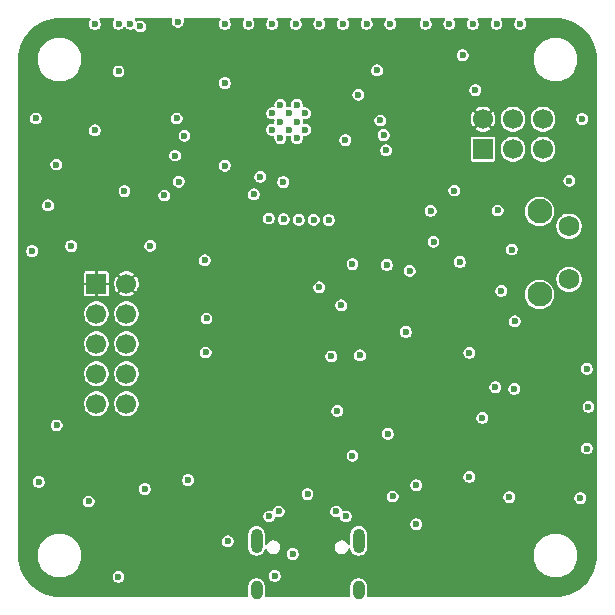
<source format=gbr>
%TF.GenerationSoftware,KiCad,Pcbnew,9.0.2*%
%TF.CreationDate,2025-06-28T03:21:36+09:00*%
%TF.ProjectId,ESP32-S3-TESTBOARD,45535033-322d-4533-932d-54455354424f,rev?*%
%TF.SameCoordinates,Original*%
%TF.FileFunction,Copper,L3,Inr*%
%TF.FilePolarity,Positive*%
%FSLAX46Y46*%
G04 Gerber Fmt 4.6, Leading zero omitted, Abs format (unit mm)*
G04 Created by KiCad (PCBNEW 9.0.2) date 2025-06-28 03:21:36*
%MOMM*%
%LPD*%
G01*
G04 APERTURE LIST*
%TA.AperFunction,ComponentPad*%
%ADD10C,2.100000*%
%TD*%
%TA.AperFunction,ComponentPad*%
%ADD11C,1.750000*%
%TD*%
%TA.AperFunction,ComponentPad*%
%ADD12R,1.700000X1.700000*%
%TD*%
%TA.AperFunction,ComponentPad*%
%ADD13C,1.700000*%
%TD*%
%TA.AperFunction,HeatsinkPad*%
%ADD14O,1.000000X2.100000*%
%TD*%
%TA.AperFunction,HeatsinkPad*%
%ADD15O,1.000000X1.600000*%
%TD*%
%TA.AperFunction,HeatsinkPad*%
%ADD16C,0.600000*%
%TD*%
%TA.AperFunction,ViaPad*%
%ADD17C,0.600000*%
%TD*%
G04 APERTURE END LIST*
D10*
%TO.N,*%
%TO.C,SW3*%
X157647500Y-103875000D03*
X157647500Y-110885000D03*
D11*
%TO.N,GND*%
X160137500Y-105125000D03*
%TO.N,/USER_SW*%
X160137500Y-109625000D03*
%TD*%
D12*
%TO.N,+3V3*%
%TO.C,J2*%
X120125000Y-109995000D03*
D13*
X122665000Y-109995000D03*
%TO.N,/RESET*%
X120125000Y-112535000D03*
%TO.N,/CS*%
X122665000Y-112535000D03*
%TO.N,/MOSI*%
X120125000Y-115075000D03*
%TO.N,/CLK*%
X122665000Y-115075000D03*
%TO.N,/MISO*%
X120125000Y-117615000D03*
%TO.N,/IRQ*%
X122665000Y-117615000D03*
%TO.N,GND*%
X120125000Y-120155000D03*
X122665000Y-120155000D03*
%TD*%
D14*
%TO.N,GND*%
%TO.C,J1*%
X133680000Y-131770000D03*
D15*
X133680000Y-135950000D03*
D14*
X142320000Y-131770000D03*
D15*
X142320000Y-135950000D03*
%TD*%
D12*
%TO.N,/ESP_EN*%
%TO.C,J3*%
X152860000Y-98600000D03*
D13*
%TO.N,+3V3*%
X152860000Y-96060000D03*
%TO.N,/ESP_TXD*%
X155400000Y-98600000D03*
%TO.N,GND*%
X155400000Y-96060000D03*
%TO.N,/ESP_RXD*%
X157940000Y-98600000D03*
%TO.N,/ESP_IO0*%
X157940000Y-96060000D03*
%TD*%
D16*
%TO.N,GND*%
%TO.C,U2*%
X135000000Y-95560000D03*
X135000000Y-96960000D03*
X135700000Y-94860000D03*
X135700000Y-96260000D03*
X135700000Y-97660000D03*
X136400000Y-95560000D03*
X136400000Y-96960000D03*
X137100000Y-94860000D03*
X137100000Y-96260000D03*
X137100000Y-97660000D03*
X137800000Y-95560000D03*
X137800000Y-96960000D03*
%TD*%
D17*
%TO.N,GND*%
X154100000Y-103790000D03*
X150420000Y-102100000D03*
X148670000Y-106430000D03*
X138990000Y-110290000D03*
X140010000Y-116130000D03*
X135940000Y-101390000D03*
X141200000Y-97830000D03*
X143880000Y-91920000D03*
X151130000Y-90640000D03*
X160170000Y-101270000D03*
X161250000Y-96050000D03*
X148420000Y-103830000D03*
X155550000Y-113170000D03*
X161780000Y-120420000D03*
X161100000Y-128140000D03*
X155080000Y-128060000D03*
X142440000Y-116050000D03*
X129370000Y-115800000D03*
X140514893Y-120767106D03*
X127880000Y-126620000D03*
X135230000Y-134730000D03*
X121990000Y-134820000D03*
X124220000Y-127380000D03*
X116760000Y-121970000D03*
X119470000Y-128420000D03*
X129300000Y-108010000D03*
X114670000Y-107230000D03*
X116030000Y-103350000D03*
X117990000Y-106800000D03*
X124680000Y-106780000D03*
X126790000Y-99140000D03*
X131000000Y-93000000D03*
X131000000Y-100000000D03*
X120000000Y-97000000D03*
X115000000Y-96000000D03*
X122000000Y-92000000D03*
X120000000Y-88000000D03*
X122000000Y-88000000D03*
X123000000Y-88000000D03*
X156000000Y-88000000D03*
X154000000Y-88000000D03*
X152000000Y-88000000D03*
X150000000Y-88000000D03*
X148000000Y-88000000D03*
X145000000Y-88000000D03*
X143000000Y-88000000D03*
X141000000Y-88000000D03*
X139000000Y-88000000D03*
X137000000Y-88000000D03*
X135000000Y-88000000D03*
X133000000Y-88000000D03*
X131000000Y-88000000D03*
%TO.N,/IRQ*%
X127575000Y-97450000D03*
%TO.N,/SCL*%
X127100000Y-101350000D03*
%TO.N,+3V3*%
X146500000Y-122500000D03*
%TO.N,/B_LED*%
X152800000Y-121350000D03*
%TO.N,/G_LED*%
X151700000Y-126350000D03*
%TO.N,/R_LED*%
X144800000Y-122700000D03*
X144650000Y-98700000D03*
%TO.N,/G_LED*%
X144450000Y-97400000D03*
%TO.N,/B_LED*%
X144160000Y-96160000D03*
%TO.N,/USER_SW*%
X150900000Y-108150000D03*
X146650000Y-108900000D03*
%TO.N,+3V3*%
X149850000Y-108050000D03*
%TO.N,GND*%
X161650000Y-123950000D03*
X161650000Y-117200000D03*
X153900000Y-118750000D03*
X155500000Y-118900000D03*
X154400000Y-110600000D03*
X155300000Y-107100000D03*
%TO.N,/ESP_EN*%
X151700000Y-115850000D03*
%TO.N,+3V3*%
X152700000Y-113850000D03*
%TO.N,/ESP_EN*%
X142300000Y-94000000D03*
%TO.N,/ESP_RXD*%
X152200000Y-93600000D03*
%TO.N,+5V*%
X131250000Y-131800000D03*
%TO.N,/RESET*%
X129450000Y-112925000D03*
X139800000Y-104600000D03*
%TO.N,/MISO*%
X138525000Y-104575000D03*
%TO.N,/CLK*%
X137265000Y-104585000D03*
%TO.N,/MOSI*%
X135975000Y-104525000D03*
%TO.N,/CS*%
X134725000Y-104475000D03*
%TO.N,/SCL*%
X133455000Y-102425000D03*
X144725000Y-108400000D03*
%TO.N,/SDA*%
X141800000Y-108325000D03*
%TO.N,GND*%
X140850000Y-111825000D03*
X146325000Y-114075000D03*
%TO.N,+3V3*%
X146325000Y-110925000D03*
%TO.N,/CC1*%
X145200000Y-128000000D03*
X136750000Y-132875000D03*
%TO.N,GND*%
X147200000Y-127050000D03*
X147200000Y-130350000D03*
X141250000Y-129700000D03*
X134750000Y-129700000D03*
%TO.N,Net-(F1-Pad1)*%
X140425000Y-129275000D03*
X135550000Y-129275000D03*
%TO.N,+3V3*%
X123850000Y-133200000D03*
%TO.N,GND*%
X115250000Y-126775000D03*
%TO.N,+3V3*%
X118750000Y-123675000D03*
%TO.N,Net-(U2-GPIO3)*%
X134000000Y-100950000D03*
X126925000Y-96000000D03*
%TO.N,+3V3*%
X123700000Y-96000000D03*
%TO.N,/SDA*%
X122500000Y-102150000D03*
X125875000Y-102500000D03*
%TO.N,GND*%
X116725000Y-99900000D03*
%TO.N,+3V3*%
X116700000Y-100900000D03*
X125200000Y-100325000D03*
X121560000Y-100315000D03*
%TO.N,GND*%
X123850000Y-88200000D03*
X127025000Y-87800000D03*
%TO.N,+3V3*%
X125150000Y-90800000D03*
%TO.N,GND*%
X138000000Y-127800000D03*
%TO.N,+5V*%
X141800000Y-124550000D03*
%TD*%
%TA.AperFunction,Conductor*%
%TO.N,+3V3*%
G36*
X119610870Y-87519407D02*
G01*
X119646834Y-87568907D01*
X119646834Y-87630093D01*
X119622684Y-87669501D01*
X119599500Y-87692686D01*
X119599497Y-87692689D01*
X119599496Y-87692690D01*
X119533609Y-87806809D01*
X119533608Y-87806814D01*
X119499500Y-87934108D01*
X119499500Y-88065892D01*
X119510598Y-88107309D01*
X119533609Y-88193190D01*
X119599496Y-88307309D01*
X119599498Y-88307311D01*
X119599500Y-88307314D01*
X119692686Y-88400500D01*
X119692688Y-88400501D01*
X119692690Y-88400503D01*
X119806810Y-88466390D01*
X119806808Y-88466390D01*
X119806812Y-88466391D01*
X119806814Y-88466392D01*
X119934108Y-88500500D01*
X119934110Y-88500500D01*
X120065890Y-88500500D01*
X120065892Y-88500500D01*
X120193186Y-88466392D01*
X120193188Y-88466390D01*
X120193190Y-88466390D01*
X120307309Y-88400503D01*
X120307309Y-88400502D01*
X120307314Y-88400500D01*
X120400500Y-88307314D01*
X120409370Y-88291951D01*
X120466390Y-88193190D01*
X120466390Y-88193188D01*
X120466392Y-88193186D01*
X120500500Y-88065892D01*
X120500500Y-87934108D01*
X120466392Y-87806814D01*
X120466390Y-87806811D01*
X120466390Y-87806809D01*
X120400503Y-87692690D01*
X120400501Y-87692688D01*
X120400500Y-87692686D01*
X120377315Y-87669501D01*
X120349540Y-87614987D01*
X120359111Y-87554555D01*
X120402376Y-87511290D01*
X120447321Y-87500500D01*
X121552679Y-87500500D01*
X121610870Y-87519407D01*
X121646834Y-87568907D01*
X121646834Y-87630093D01*
X121622684Y-87669501D01*
X121599500Y-87692686D01*
X121599497Y-87692689D01*
X121599496Y-87692690D01*
X121533609Y-87806809D01*
X121533608Y-87806814D01*
X121499500Y-87934108D01*
X121499500Y-88065892D01*
X121510598Y-88107309D01*
X121533609Y-88193190D01*
X121599496Y-88307309D01*
X121599498Y-88307311D01*
X121599500Y-88307314D01*
X121692686Y-88400500D01*
X121692688Y-88400501D01*
X121692690Y-88400503D01*
X121806810Y-88466390D01*
X121806808Y-88466390D01*
X121806812Y-88466391D01*
X121806814Y-88466392D01*
X121934108Y-88500500D01*
X121934110Y-88500500D01*
X122065890Y-88500500D01*
X122065892Y-88500500D01*
X122193186Y-88466392D01*
X122193188Y-88466390D01*
X122193190Y-88466390D01*
X122307309Y-88400503D01*
X122307309Y-88400502D01*
X122307314Y-88400500D01*
X122400500Y-88307314D01*
X122414264Y-88283474D01*
X122459733Y-88242534D01*
X122520583Y-88236138D01*
X122573571Y-88266731D01*
X122585734Y-88283471D01*
X122599500Y-88307314D01*
X122692686Y-88400500D01*
X122692688Y-88400501D01*
X122692690Y-88400503D01*
X122806810Y-88466390D01*
X122806808Y-88466390D01*
X122806812Y-88466391D01*
X122806814Y-88466392D01*
X122934108Y-88500500D01*
X122934110Y-88500500D01*
X123065890Y-88500500D01*
X123065892Y-88500500D01*
X123193186Y-88466392D01*
X123193188Y-88466390D01*
X123193190Y-88466390D01*
X123281965Y-88415136D01*
X123341813Y-88402414D01*
X123397709Y-88427301D01*
X123417201Y-88451372D01*
X123449496Y-88507309D01*
X123449498Y-88507311D01*
X123449500Y-88507314D01*
X123542686Y-88600500D01*
X123542688Y-88600501D01*
X123542690Y-88600503D01*
X123656810Y-88666390D01*
X123656808Y-88666390D01*
X123656812Y-88666391D01*
X123656814Y-88666392D01*
X123784108Y-88700500D01*
X123784110Y-88700500D01*
X123915890Y-88700500D01*
X123915892Y-88700500D01*
X124043186Y-88666392D01*
X124043188Y-88666390D01*
X124043190Y-88666390D01*
X124157309Y-88600503D01*
X124157309Y-88600502D01*
X124157314Y-88600500D01*
X124250500Y-88507314D01*
X124254434Y-88500500D01*
X124316390Y-88393190D01*
X124316390Y-88393188D01*
X124316392Y-88393186D01*
X124350500Y-88265892D01*
X124350500Y-88134108D01*
X124316392Y-88006814D01*
X124316390Y-88006811D01*
X124316390Y-88006809D01*
X124250503Y-87892690D01*
X124250501Y-87892688D01*
X124250500Y-87892686D01*
X124157314Y-87799500D01*
X124157311Y-87799498D01*
X124157309Y-87799496D01*
X124043189Y-87733609D01*
X124043191Y-87733609D01*
X123993799Y-87720375D01*
X123915892Y-87699500D01*
X123784108Y-87699500D01*
X123706200Y-87720375D01*
X123656809Y-87733609D01*
X123568035Y-87784864D01*
X123508187Y-87797586D01*
X123452291Y-87772699D01*
X123432799Y-87748628D01*
X123400503Y-87692690D01*
X123400501Y-87692688D01*
X123400500Y-87692686D01*
X123377315Y-87669501D01*
X123349540Y-87614987D01*
X123359111Y-87554555D01*
X123402376Y-87511290D01*
X123447321Y-87500500D01*
X126458076Y-87500500D01*
X126516267Y-87519407D01*
X126552231Y-87568907D01*
X126553702Y-87625120D01*
X126524500Y-87734108D01*
X126524500Y-87865892D01*
X126537315Y-87913717D01*
X126558609Y-87993190D01*
X126624496Y-88107309D01*
X126624498Y-88107311D01*
X126624500Y-88107314D01*
X126717686Y-88200500D01*
X126717688Y-88200501D01*
X126717690Y-88200503D01*
X126831810Y-88266390D01*
X126831808Y-88266390D01*
X126831812Y-88266391D01*
X126831814Y-88266392D01*
X126959108Y-88300500D01*
X126959110Y-88300500D01*
X127090890Y-88300500D01*
X127090892Y-88300500D01*
X127218186Y-88266392D01*
X127218188Y-88266390D01*
X127218190Y-88266390D01*
X127332309Y-88200503D01*
X127332309Y-88200502D01*
X127332314Y-88200500D01*
X127425500Y-88107314D01*
X127425503Y-88107309D01*
X127491390Y-87993190D01*
X127491390Y-87993188D01*
X127491392Y-87993186D01*
X127525500Y-87865892D01*
X127525500Y-87734108D01*
X127496297Y-87625120D01*
X127499500Y-87564022D01*
X127538005Y-87516472D01*
X127591924Y-87500500D01*
X130552679Y-87500500D01*
X130610870Y-87519407D01*
X130646834Y-87568907D01*
X130646834Y-87630093D01*
X130622684Y-87669501D01*
X130599500Y-87692686D01*
X130599497Y-87692689D01*
X130599496Y-87692690D01*
X130533609Y-87806809D01*
X130533608Y-87806814D01*
X130499500Y-87934108D01*
X130499500Y-88065892D01*
X130510598Y-88107309D01*
X130533609Y-88193190D01*
X130599496Y-88307309D01*
X130599498Y-88307311D01*
X130599500Y-88307314D01*
X130692686Y-88400500D01*
X130692688Y-88400501D01*
X130692690Y-88400503D01*
X130806810Y-88466390D01*
X130806808Y-88466390D01*
X130806812Y-88466391D01*
X130806814Y-88466392D01*
X130934108Y-88500500D01*
X130934110Y-88500500D01*
X131065890Y-88500500D01*
X131065892Y-88500500D01*
X131193186Y-88466392D01*
X131193188Y-88466390D01*
X131193190Y-88466390D01*
X131307309Y-88400503D01*
X131307309Y-88400502D01*
X131307314Y-88400500D01*
X131400500Y-88307314D01*
X131409370Y-88291951D01*
X131466390Y-88193190D01*
X131466390Y-88193188D01*
X131466392Y-88193186D01*
X131500500Y-88065892D01*
X131500500Y-87934108D01*
X131466392Y-87806814D01*
X131466390Y-87806811D01*
X131466390Y-87806809D01*
X131400503Y-87692690D01*
X131400501Y-87692688D01*
X131400500Y-87692686D01*
X131377315Y-87669501D01*
X131349540Y-87614987D01*
X131359111Y-87554555D01*
X131402376Y-87511290D01*
X131447321Y-87500500D01*
X132552679Y-87500500D01*
X132610870Y-87519407D01*
X132646834Y-87568907D01*
X132646834Y-87630093D01*
X132622684Y-87669501D01*
X132599500Y-87692686D01*
X132599497Y-87692689D01*
X132599496Y-87692690D01*
X132533609Y-87806809D01*
X132533608Y-87806814D01*
X132499500Y-87934108D01*
X132499500Y-88065892D01*
X132510598Y-88107309D01*
X132533609Y-88193190D01*
X132599496Y-88307309D01*
X132599498Y-88307311D01*
X132599500Y-88307314D01*
X132692686Y-88400500D01*
X132692688Y-88400501D01*
X132692690Y-88400503D01*
X132806810Y-88466390D01*
X132806808Y-88466390D01*
X132806812Y-88466391D01*
X132806814Y-88466392D01*
X132934108Y-88500500D01*
X132934110Y-88500500D01*
X133065890Y-88500500D01*
X133065892Y-88500500D01*
X133193186Y-88466392D01*
X133193188Y-88466390D01*
X133193190Y-88466390D01*
X133307309Y-88400503D01*
X133307309Y-88400502D01*
X133307314Y-88400500D01*
X133400500Y-88307314D01*
X133409370Y-88291951D01*
X133466390Y-88193190D01*
X133466390Y-88193188D01*
X133466392Y-88193186D01*
X133500500Y-88065892D01*
X133500500Y-87934108D01*
X133466392Y-87806814D01*
X133466390Y-87806811D01*
X133466390Y-87806809D01*
X133400503Y-87692690D01*
X133400501Y-87692688D01*
X133400500Y-87692686D01*
X133377315Y-87669501D01*
X133349540Y-87614987D01*
X133359111Y-87554555D01*
X133402376Y-87511290D01*
X133447321Y-87500500D01*
X134552679Y-87500500D01*
X134610870Y-87519407D01*
X134646834Y-87568907D01*
X134646834Y-87630093D01*
X134622684Y-87669501D01*
X134599500Y-87692686D01*
X134599497Y-87692689D01*
X134599496Y-87692690D01*
X134533609Y-87806809D01*
X134533608Y-87806814D01*
X134499500Y-87934108D01*
X134499500Y-88065892D01*
X134510598Y-88107309D01*
X134533609Y-88193190D01*
X134599496Y-88307309D01*
X134599498Y-88307311D01*
X134599500Y-88307314D01*
X134692686Y-88400500D01*
X134692688Y-88400501D01*
X134692690Y-88400503D01*
X134806810Y-88466390D01*
X134806808Y-88466390D01*
X134806812Y-88466391D01*
X134806814Y-88466392D01*
X134934108Y-88500500D01*
X134934110Y-88500500D01*
X135065890Y-88500500D01*
X135065892Y-88500500D01*
X135193186Y-88466392D01*
X135193188Y-88466390D01*
X135193190Y-88466390D01*
X135307309Y-88400503D01*
X135307309Y-88400502D01*
X135307314Y-88400500D01*
X135400500Y-88307314D01*
X135409370Y-88291951D01*
X135466390Y-88193190D01*
X135466390Y-88193188D01*
X135466392Y-88193186D01*
X135500500Y-88065892D01*
X135500500Y-87934108D01*
X135466392Y-87806814D01*
X135466390Y-87806811D01*
X135466390Y-87806809D01*
X135400503Y-87692690D01*
X135400501Y-87692688D01*
X135400500Y-87692686D01*
X135377315Y-87669501D01*
X135349540Y-87614987D01*
X135359111Y-87554555D01*
X135402376Y-87511290D01*
X135447321Y-87500500D01*
X136552679Y-87500500D01*
X136610870Y-87519407D01*
X136646834Y-87568907D01*
X136646834Y-87630093D01*
X136622684Y-87669501D01*
X136599500Y-87692686D01*
X136599497Y-87692689D01*
X136599496Y-87692690D01*
X136533609Y-87806809D01*
X136533608Y-87806814D01*
X136499500Y-87934108D01*
X136499500Y-88065892D01*
X136510598Y-88107309D01*
X136533609Y-88193190D01*
X136599496Y-88307309D01*
X136599498Y-88307311D01*
X136599500Y-88307314D01*
X136692686Y-88400500D01*
X136692688Y-88400501D01*
X136692690Y-88400503D01*
X136806810Y-88466390D01*
X136806808Y-88466390D01*
X136806812Y-88466391D01*
X136806814Y-88466392D01*
X136934108Y-88500500D01*
X136934110Y-88500500D01*
X137065890Y-88500500D01*
X137065892Y-88500500D01*
X137193186Y-88466392D01*
X137193188Y-88466390D01*
X137193190Y-88466390D01*
X137307309Y-88400503D01*
X137307309Y-88400502D01*
X137307314Y-88400500D01*
X137400500Y-88307314D01*
X137409370Y-88291951D01*
X137466390Y-88193190D01*
X137466390Y-88193188D01*
X137466392Y-88193186D01*
X137500500Y-88065892D01*
X137500500Y-87934108D01*
X137466392Y-87806814D01*
X137466390Y-87806811D01*
X137466390Y-87806809D01*
X137400503Y-87692690D01*
X137400501Y-87692688D01*
X137400500Y-87692686D01*
X137377315Y-87669501D01*
X137349540Y-87614987D01*
X137359111Y-87554555D01*
X137402376Y-87511290D01*
X137447321Y-87500500D01*
X138552679Y-87500500D01*
X138610870Y-87519407D01*
X138646834Y-87568907D01*
X138646834Y-87630093D01*
X138622684Y-87669501D01*
X138599500Y-87692686D01*
X138599497Y-87692689D01*
X138599496Y-87692690D01*
X138533609Y-87806809D01*
X138533608Y-87806814D01*
X138499500Y-87934108D01*
X138499500Y-88065892D01*
X138510598Y-88107309D01*
X138533609Y-88193190D01*
X138599496Y-88307309D01*
X138599498Y-88307311D01*
X138599500Y-88307314D01*
X138692686Y-88400500D01*
X138692688Y-88400501D01*
X138692690Y-88400503D01*
X138806810Y-88466390D01*
X138806808Y-88466390D01*
X138806812Y-88466391D01*
X138806814Y-88466392D01*
X138934108Y-88500500D01*
X138934110Y-88500500D01*
X139065890Y-88500500D01*
X139065892Y-88500500D01*
X139193186Y-88466392D01*
X139193188Y-88466390D01*
X139193190Y-88466390D01*
X139307309Y-88400503D01*
X139307309Y-88400502D01*
X139307314Y-88400500D01*
X139400500Y-88307314D01*
X139409370Y-88291951D01*
X139466390Y-88193190D01*
X139466390Y-88193188D01*
X139466392Y-88193186D01*
X139500500Y-88065892D01*
X139500500Y-87934108D01*
X139466392Y-87806814D01*
X139466390Y-87806811D01*
X139466390Y-87806809D01*
X139400503Y-87692690D01*
X139400501Y-87692688D01*
X139400500Y-87692686D01*
X139377315Y-87669501D01*
X139349540Y-87614987D01*
X139359111Y-87554555D01*
X139402376Y-87511290D01*
X139447321Y-87500500D01*
X140552679Y-87500500D01*
X140610870Y-87519407D01*
X140646834Y-87568907D01*
X140646834Y-87630093D01*
X140622684Y-87669501D01*
X140599500Y-87692686D01*
X140599497Y-87692689D01*
X140599496Y-87692690D01*
X140533609Y-87806809D01*
X140533608Y-87806814D01*
X140499500Y-87934108D01*
X140499500Y-88065892D01*
X140510598Y-88107309D01*
X140533609Y-88193190D01*
X140599496Y-88307309D01*
X140599498Y-88307311D01*
X140599500Y-88307314D01*
X140692686Y-88400500D01*
X140692688Y-88400501D01*
X140692690Y-88400503D01*
X140806810Y-88466390D01*
X140806808Y-88466390D01*
X140806812Y-88466391D01*
X140806814Y-88466392D01*
X140934108Y-88500500D01*
X140934110Y-88500500D01*
X141065890Y-88500500D01*
X141065892Y-88500500D01*
X141193186Y-88466392D01*
X141193188Y-88466390D01*
X141193190Y-88466390D01*
X141307309Y-88400503D01*
X141307309Y-88400502D01*
X141307314Y-88400500D01*
X141400500Y-88307314D01*
X141409370Y-88291951D01*
X141466390Y-88193190D01*
X141466390Y-88193188D01*
X141466392Y-88193186D01*
X141500500Y-88065892D01*
X141500500Y-87934108D01*
X141466392Y-87806814D01*
X141466390Y-87806811D01*
X141466390Y-87806809D01*
X141400503Y-87692690D01*
X141400501Y-87692688D01*
X141400500Y-87692686D01*
X141377315Y-87669501D01*
X141349540Y-87614987D01*
X141359111Y-87554555D01*
X141402376Y-87511290D01*
X141447321Y-87500500D01*
X142552679Y-87500500D01*
X142610870Y-87519407D01*
X142646834Y-87568907D01*
X142646834Y-87630093D01*
X142622684Y-87669501D01*
X142599500Y-87692686D01*
X142599497Y-87692689D01*
X142599496Y-87692690D01*
X142533609Y-87806809D01*
X142533608Y-87806814D01*
X142499500Y-87934108D01*
X142499500Y-88065892D01*
X142510598Y-88107309D01*
X142533609Y-88193190D01*
X142599496Y-88307309D01*
X142599498Y-88307311D01*
X142599500Y-88307314D01*
X142692686Y-88400500D01*
X142692688Y-88400501D01*
X142692690Y-88400503D01*
X142806810Y-88466390D01*
X142806808Y-88466390D01*
X142806812Y-88466391D01*
X142806814Y-88466392D01*
X142934108Y-88500500D01*
X142934110Y-88500500D01*
X143065890Y-88500500D01*
X143065892Y-88500500D01*
X143193186Y-88466392D01*
X143193188Y-88466390D01*
X143193190Y-88466390D01*
X143307309Y-88400503D01*
X143307309Y-88400502D01*
X143307314Y-88400500D01*
X143400500Y-88307314D01*
X143409370Y-88291951D01*
X143466390Y-88193190D01*
X143466390Y-88193188D01*
X143466392Y-88193186D01*
X143500500Y-88065892D01*
X143500500Y-87934108D01*
X143466392Y-87806814D01*
X143466390Y-87806811D01*
X143466390Y-87806809D01*
X143400503Y-87692690D01*
X143400501Y-87692688D01*
X143400500Y-87692686D01*
X143377315Y-87669501D01*
X143349540Y-87614987D01*
X143359111Y-87554555D01*
X143402376Y-87511290D01*
X143447321Y-87500500D01*
X144552679Y-87500500D01*
X144610870Y-87519407D01*
X144646834Y-87568907D01*
X144646834Y-87630093D01*
X144622684Y-87669501D01*
X144599500Y-87692686D01*
X144599497Y-87692689D01*
X144599496Y-87692690D01*
X144533609Y-87806809D01*
X144533608Y-87806814D01*
X144499500Y-87934108D01*
X144499500Y-88065892D01*
X144510598Y-88107309D01*
X144533609Y-88193190D01*
X144599496Y-88307309D01*
X144599498Y-88307311D01*
X144599500Y-88307314D01*
X144692686Y-88400500D01*
X144692688Y-88400501D01*
X144692690Y-88400503D01*
X144806810Y-88466390D01*
X144806808Y-88466390D01*
X144806812Y-88466391D01*
X144806814Y-88466392D01*
X144934108Y-88500500D01*
X144934110Y-88500500D01*
X145065890Y-88500500D01*
X145065892Y-88500500D01*
X145193186Y-88466392D01*
X145193188Y-88466390D01*
X145193190Y-88466390D01*
X145307309Y-88400503D01*
X145307309Y-88400502D01*
X145307314Y-88400500D01*
X145400500Y-88307314D01*
X145409370Y-88291951D01*
X145466390Y-88193190D01*
X145466390Y-88193188D01*
X145466392Y-88193186D01*
X145500500Y-88065892D01*
X145500500Y-87934108D01*
X145466392Y-87806814D01*
X145466390Y-87806811D01*
X145466390Y-87806809D01*
X145400503Y-87692690D01*
X145400501Y-87692688D01*
X145400500Y-87692686D01*
X145377315Y-87669501D01*
X145349540Y-87614987D01*
X145359111Y-87554555D01*
X145402376Y-87511290D01*
X145447321Y-87500500D01*
X147552679Y-87500500D01*
X147610870Y-87519407D01*
X147646834Y-87568907D01*
X147646834Y-87630093D01*
X147622684Y-87669501D01*
X147599500Y-87692686D01*
X147599497Y-87692689D01*
X147599496Y-87692690D01*
X147533609Y-87806809D01*
X147533608Y-87806814D01*
X147499500Y-87934108D01*
X147499500Y-88065892D01*
X147510598Y-88107309D01*
X147533609Y-88193190D01*
X147599496Y-88307309D01*
X147599498Y-88307311D01*
X147599500Y-88307314D01*
X147692686Y-88400500D01*
X147692688Y-88400501D01*
X147692690Y-88400503D01*
X147806810Y-88466390D01*
X147806808Y-88466390D01*
X147806812Y-88466391D01*
X147806814Y-88466392D01*
X147934108Y-88500500D01*
X147934110Y-88500500D01*
X148065890Y-88500500D01*
X148065892Y-88500500D01*
X148193186Y-88466392D01*
X148193188Y-88466390D01*
X148193190Y-88466390D01*
X148307309Y-88400503D01*
X148307309Y-88400502D01*
X148307314Y-88400500D01*
X148400500Y-88307314D01*
X148409370Y-88291951D01*
X148466390Y-88193190D01*
X148466390Y-88193188D01*
X148466392Y-88193186D01*
X148500500Y-88065892D01*
X148500500Y-87934108D01*
X148466392Y-87806814D01*
X148466390Y-87806811D01*
X148466390Y-87806809D01*
X148400503Y-87692690D01*
X148400501Y-87692688D01*
X148400500Y-87692686D01*
X148377315Y-87669501D01*
X148349540Y-87614987D01*
X148359111Y-87554555D01*
X148402376Y-87511290D01*
X148447321Y-87500500D01*
X149552679Y-87500500D01*
X149610870Y-87519407D01*
X149646834Y-87568907D01*
X149646834Y-87630093D01*
X149622684Y-87669501D01*
X149599500Y-87692686D01*
X149599497Y-87692689D01*
X149599496Y-87692690D01*
X149533609Y-87806809D01*
X149533608Y-87806814D01*
X149499500Y-87934108D01*
X149499500Y-88065892D01*
X149510598Y-88107309D01*
X149533609Y-88193190D01*
X149599496Y-88307309D01*
X149599498Y-88307311D01*
X149599500Y-88307314D01*
X149692686Y-88400500D01*
X149692688Y-88400501D01*
X149692690Y-88400503D01*
X149806810Y-88466390D01*
X149806808Y-88466390D01*
X149806812Y-88466391D01*
X149806814Y-88466392D01*
X149934108Y-88500500D01*
X149934110Y-88500500D01*
X150065890Y-88500500D01*
X150065892Y-88500500D01*
X150193186Y-88466392D01*
X150193188Y-88466390D01*
X150193190Y-88466390D01*
X150307309Y-88400503D01*
X150307309Y-88400502D01*
X150307314Y-88400500D01*
X150400500Y-88307314D01*
X150409370Y-88291951D01*
X150466390Y-88193190D01*
X150466390Y-88193188D01*
X150466392Y-88193186D01*
X150500500Y-88065892D01*
X150500500Y-87934108D01*
X150466392Y-87806814D01*
X150466390Y-87806811D01*
X150466390Y-87806809D01*
X150400503Y-87692690D01*
X150400501Y-87692688D01*
X150400500Y-87692686D01*
X150377315Y-87669501D01*
X150349540Y-87614987D01*
X150359111Y-87554555D01*
X150402376Y-87511290D01*
X150447321Y-87500500D01*
X151552679Y-87500500D01*
X151610870Y-87519407D01*
X151646834Y-87568907D01*
X151646834Y-87630093D01*
X151622684Y-87669501D01*
X151599500Y-87692686D01*
X151599497Y-87692689D01*
X151599496Y-87692690D01*
X151533609Y-87806809D01*
X151533608Y-87806814D01*
X151499500Y-87934108D01*
X151499500Y-88065892D01*
X151510598Y-88107309D01*
X151533609Y-88193190D01*
X151599496Y-88307309D01*
X151599498Y-88307311D01*
X151599500Y-88307314D01*
X151692686Y-88400500D01*
X151692688Y-88400501D01*
X151692690Y-88400503D01*
X151806810Y-88466390D01*
X151806808Y-88466390D01*
X151806812Y-88466391D01*
X151806814Y-88466392D01*
X151934108Y-88500500D01*
X151934110Y-88500500D01*
X152065890Y-88500500D01*
X152065892Y-88500500D01*
X152193186Y-88466392D01*
X152193188Y-88466390D01*
X152193190Y-88466390D01*
X152307309Y-88400503D01*
X152307309Y-88400502D01*
X152307314Y-88400500D01*
X152400500Y-88307314D01*
X152409370Y-88291951D01*
X152466390Y-88193190D01*
X152466390Y-88193188D01*
X152466392Y-88193186D01*
X152500500Y-88065892D01*
X152500500Y-87934108D01*
X152466392Y-87806814D01*
X152466390Y-87806811D01*
X152466390Y-87806809D01*
X152400503Y-87692690D01*
X152400501Y-87692688D01*
X152400500Y-87692686D01*
X152377315Y-87669501D01*
X152349540Y-87614987D01*
X152359111Y-87554555D01*
X152402376Y-87511290D01*
X152447321Y-87500500D01*
X153552679Y-87500500D01*
X153610870Y-87519407D01*
X153646834Y-87568907D01*
X153646834Y-87630093D01*
X153622684Y-87669501D01*
X153599500Y-87692686D01*
X153599497Y-87692689D01*
X153599496Y-87692690D01*
X153533609Y-87806809D01*
X153533608Y-87806814D01*
X153499500Y-87934108D01*
X153499500Y-88065892D01*
X153510598Y-88107309D01*
X153533609Y-88193190D01*
X153599496Y-88307309D01*
X153599498Y-88307311D01*
X153599500Y-88307314D01*
X153692686Y-88400500D01*
X153692688Y-88400501D01*
X153692690Y-88400503D01*
X153806810Y-88466390D01*
X153806808Y-88466390D01*
X153806812Y-88466391D01*
X153806814Y-88466392D01*
X153934108Y-88500500D01*
X153934110Y-88500500D01*
X154065890Y-88500500D01*
X154065892Y-88500500D01*
X154193186Y-88466392D01*
X154193188Y-88466390D01*
X154193190Y-88466390D01*
X154307309Y-88400503D01*
X154307309Y-88400502D01*
X154307314Y-88400500D01*
X154400500Y-88307314D01*
X154409370Y-88291951D01*
X154466390Y-88193190D01*
X154466390Y-88193188D01*
X154466392Y-88193186D01*
X154500500Y-88065892D01*
X154500500Y-87934108D01*
X154466392Y-87806814D01*
X154466390Y-87806811D01*
X154466390Y-87806809D01*
X154400503Y-87692690D01*
X154400501Y-87692688D01*
X154400500Y-87692686D01*
X154377315Y-87669501D01*
X154349540Y-87614987D01*
X154359111Y-87554555D01*
X154402376Y-87511290D01*
X154447321Y-87500500D01*
X155552679Y-87500500D01*
X155610870Y-87519407D01*
X155646834Y-87568907D01*
X155646834Y-87630093D01*
X155622684Y-87669501D01*
X155599500Y-87692686D01*
X155599497Y-87692689D01*
X155599496Y-87692690D01*
X155533609Y-87806809D01*
X155533608Y-87806814D01*
X155499500Y-87934108D01*
X155499500Y-88065892D01*
X155510598Y-88107309D01*
X155533609Y-88193190D01*
X155599496Y-88307309D01*
X155599498Y-88307311D01*
X155599500Y-88307314D01*
X155692686Y-88400500D01*
X155692688Y-88400501D01*
X155692690Y-88400503D01*
X155806810Y-88466390D01*
X155806808Y-88466390D01*
X155806812Y-88466391D01*
X155806814Y-88466392D01*
X155934108Y-88500500D01*
X155934110Y-88500500D01*
X156065890Y-88500500D01*
X156065892Y-88500500D01*
X156193186Y-88466392D01*
X156193188Y-88466390D01*
X156193190Y-88466390D01*
X156307309Y-88400503D01*
X156307309Y-88400502D01*
X156307314Y-88400500D01*
X156400500Y-88307314D01*
X156409370Y-88291951D01*
X156466390Y-88193190D01*
X156466390Y-88193188D01*
X156466392Y-88193186D01*
X156500500Y-88065892D01*
X156500500Y-87934108D01*
X156466392Y-87806814D01*
X156466390Y-87806811D01*
X156466390Y-87806809D01*
X156400503Y-87692690D01*
X156400501Y-87692688D01*
X156400500Y-87692686D01*
X156377315Y-87669501D01*
X156349540Y-87614987D01*
X156359111Y-87554555D01*
X156402376Y-87511290D01*
X156447321Y-87500500D01*
X158934108Y-87500500D01*
X158997564Y-87500500D01*
X159002421Y-87500619D01*
X159031158Y-87502030D01*
X159338173Y-87517113D01*
X159347815Y-87518063D01*
X159677915Y-87567029D01*
X159687421Y-87568919D01*
X160011144Y-87650008D01*
X160020415Y-87652820D01*
X160334625Y-87765246D01*
X160343594Y-87768961D01*
X160645263Y-87911640D01*
X160653823Y-87916216D01*
X160903542Y-88065892D01*
X160940049Y-88087773D01*
X160948125Y-88093169D01*
X161003324Y-88134108D01*
X161216150Y-88291951D01*
X161223660Y-88298114D01*
X161302110Y-88369217D01*
X161470921Y-88522218D01*
X161477781Y-88529078D01*
X161542514Y-88600500D01*
X161701885Y-88776339D01*
X161708048Y-88783849D01*
X161906828Y-89051872D01*
X161912226Y-89059950D01*
X162083781Y-89346173D01*
X162088361Y-89354741D01*
X162231036Y-89656402D01*
X162234754Y-89665378D01*
X162347175Y-89979571D01*
X162349995Y-89988868D01*
X162431077Y-90312567D01*
X162432972Y-90322096D01*
X162481934Y-90652170D01*
X162482887Y-90661838D01*
X162493542Y-90878713D01*
X162496911Y-90947309D01*
X162499381Y-90997576D01*
X162499500Y-91002434D01*
X162499500Y-132997564D01*
X162499381Y-133002422D01*
X162482887Y-133338161D01*
X162481934Y-133347829D01*
X162432972Y-133677903D01*
X162431077Y-133687432D01*
X162349995Y-134011131D01*
X162347175Y-134020428D01*
X162234754Y-134334621D01*
X162231036Y-134343597D01*
X162088361Y-134645258D01*
X162083781Y-134653826D01*
X161912226Y-134940049D01*
X161906828Y-134948127D01*
X161708048Y-135216150D01*
X161701885Y-135223660D01*
X161477786Y-135470916D01*
X161470916Y-135477786D01*
X161223660Y-135701885D01*
X161216150Y-135708048D01*
X160948127Y-135906828D01*
X160940049Y-135912226D01*
X160653826Y-136083781D01*
X160645258Y-136088361D01*
X160343597Y-136231036D01*
X160334621Y-136234754D01*
X160020428Y-136347175D01*
X160011131Y-136349995D01*
X159687432Y-136431077D01*
X159677903Y-136432972D01*
X159347829Y-136481934D01*
X159338161Y-136482887D01*
X159002422Y-136499381D01*
X158997564Y-136499500D01*
X143105227Y-136499500D01*
X143047036Y-136480593D01*
X143011072Y-136431093D01*
X143008129Y-136381186D01*
X143020045Y-136321278D01*
X143020500Y-136318993D01*
X143020500Y-135581007D01*
X142993580Y-135445672D01*
X142975978Y-135403177D01*
X142940777Y-135318193D01*
X142940771Y-135318182D01*
X142864114Y-135203458D01*
X142766541Y-135105885D01*
X142651817Y-135029228D01*
X142651806Y-135029222D01*
X142524328Y-134976420D01*
X142388995Y-134949500D01*
X142388993Y-134949500D01*
X142251007Y-134949500D01*
X142251004Y-134949500D01*
X142115672Y-134976420D01*
X142115670Y-134976420D01*
X141988193Y-135029222D01*
X141988182Y-135029228D01*
X141873458Y-135105885D01*
X141775885Y-135203458D01*
X141699228Y-135318182D01*
X141699222Y-135318193D01*
X141646420Y-135445670D01*
X141646420Y-135445672D01*
X141619500Y-135581004D01*
X141619500Y-136318995D01*
X141631871Y-136381186D01*
X141624679Y-136441947D01*
X141583147Y-136486877D01*
X141534773Y-136499500D01*
X134465227Y-136499500D01*
X134407036Y-136480593D01*
X134371072Y-136431093D01*
X134368129Y-136381186D01*
X134380045Y-136321278D01*
X134380500Y-136318993D01*
X134380500Y-135581007D01*
X134353580Y-135445672D01*
X134335978Y-135403177D01*
X134300777Y-135318193D01*
X134300771Y-135318182D01*
X134224114Y-135203458D01*
X134126541Y-135105885D01*
X134011817Y-135029228D01*
X134011806Y-135029222D01*
X133884328Y-134976420D01*
X133748995Y-134949500D01*
X133748993Y-134949500D01*
X133611007Y-134949500D01*
X133611004Y-134949500D01*
X133475672Y-134976420D01*
X133475670Y-134976420D01*
X133348193Y-135029222D01*
X133348182Y-135029228D01*
X133233458Y-135105885D01*
X133135885Y-135203458D01*
X133059228Y-135318182D01*
X133059222Y-135318193D01*
X133006420Y-135445670D01*
X133006420Y-135445672D01*
X132979500Y-135581004D01*
X132979500Y-136318995D01*
X132991871Y-136381186D01*
X132984679Y-136441947D01*
X132943147Y-136486877D01*
X132894773Y-136499500D01*
X117002436Y-136499500D01*
X116997578Y-136499381D01*
X116661838Y-136482887D01*
X116652170Y-136481934D01*
X116322096Y-136432972D01*
X116312567Y-136431077D01*
X115988868Y-136349995D01*
X115979571Y-136347175D01*
X115665378Y-136234754D01*
X115656402Y-136231036D01*
X115354741Y-136088361D01*
X115346173Y-136083781D01*
X115059950Y-135912226D01*
X115051872Y-135906828D01*
X114783849Y-135708048D01*
X114776339Y-135701885D01*
X114529083Y-135477786D01*
X114522218Y-135470921D01*
X114298114Y-135223660D01*
X114291951Y-135216150D01*
X114093171Y-134948127D01*
X114087773Y-134940049D01*
X114055311Y-134885890D01*
X113916216Y-134653823D01*
X113911638Y-134645258D01*
X113902912Y-134626809D01*
X113768961Y-134343594D01*
X113765245Y-134334621D01*
X113759835Y-134319500D01*
X113652820Y-134020415D01*
X113650008Y-134011144D01*
X113568919Y-133687421D01*
X113567029Y-133677915D01*
X113518063Y-133347815D01*
X113517113Y-133338173D01*
X113500619Y-133002421D01*
X113500500Y-132997564D01*
X113500500Y-132878712D01*
X115149500Y-132878712D01*
X115149500Y-133121288D01*
X115178476Y-133341390D01*
X115181161Y-133361781D01*
X115181161Y-133361786D01*
X115243944Y-133596092D01*
X115243948Y-133596105D01*
X115336772Y-133820204D01*
X115336774Y-133820208D01*
X115336776Y-133820212D01*
X115452371Y-134020428D01*
X115458066Y-134030292D01*
X115605729Y-134222731D01*
X115605731Y-134222733D01*
X115605735Y-134222738D01*
X115777262Y-134394265D01*
X115777266Y-134394268D01*
X115777268Y-134394270D01*
X115931597Y-134512690D01*
X115969711Y-134541936D01*
X116179788Y-134663224D01*
X116179794Y-134663226D01*
X116179795Y-134663227D01*
X116216406Y-134678391D01*
X116403900Y-134756054D01*
X116638211Y-134818838D01*
X116878712Y-134850500D01*
X116878713Y-134850500D01*
X117121287Y-134850500D01*
X117121288Y-134850500D01*
X117361789Y-134818838D01*
X117596100Y-134756054D01*
X117600798Y-134754108D01*
X121489500Y-134754108D01*
X121489500Y-134885892D01*
X121506176Y-134948127D01*
X121523609Y-135013190D01*
X121589496Y-135127309D01*
X121589498Y-135127311D01*
X121589500Y-135127314D01*
X121682686Y-135220500D01*
X121682688Y-135220501D01*
X121682690Y-135220503D01*
X121796810Y-135286390D01*
X121796808Y-135286390D01*
X121796812Y-135286391D01*
X121796814Y-135286392D01*
X121924108Y-135320500D01*
X121924110Y-135320500D01*
X122055890Y-135320500D01*
X122055892Y-135320500D01*
X122183186Y-135286392D01*
X122183188Y-135286390D01*
X122183190Y-135286390D01*
X122297309Y-135220503D01*
X122297309Y-135220502D01*
X122297314Y-135220500D01*
X122390500Y-135127314D01*
X122390503Y-135127309D01*
X122456390Y-135013190D01*
X122456390Y-135013188D01*
X122456392Y-135013186D01*
X122490500Y-134885892D01*
X122490500Y-134754108D01*
X122466385Y-134664108D01*
X134729500Y-134664108D01*
X134729500Y-134795892D01*
X134744132Y-134850499D01*
X134763609Y-134923190D01*
X134829496Y-135037309D01*
X134829498Y-135037311D01*
X134829500Y-135037314D01*
X134922686Y-135130500D01*
X134922688Y-135130501D01*
X134922690Y-135130503D01*
X135036810Y-135196390D01*
X135036808Y-135196390D01*
X135036812Y-135196391D01*
X135036814Y-135196392D01*
X135164108Y-135230500D01*
X135164110Y-135230500D01*
X135295890Y-135230500D01*
X135295892Y-135230500D01*
X135423186Y-135196392D01*
X135423188Y-135196390D01*
X135423190Y-135196390D01*
X135537309Y-135130503D01*
X135537309Y-135130502D01*
X135537314Y-135130500D01*
X135630500Y-135037314D01*
X135630503Y-135037309D01*
X135696390Y-134923190D01*
X135696390Y-134923188D01*
X135696392Y-134923186D01*
X135730500Y-134795892D01*
X135730500Y-134664108D01*
X135696392Y-134536814D01*
X135696390Y-134536811D01*
X135696390Y-134536809D01*
X135630503Y-134422690D01*
X135630501Y-134422688D01*
X135630500Y-134422686D01*
X135537314Y-134329500D01*
X135537311Y-134329498D01*
X135537309Y-134329496D01*
X135423189Y-134263609D01*
X135423191Y-134263609D01*
X135373799Y-134250375D01*
X135295892Y-134229500D01*
X135164108Y-134229500D01*
X135086200Y-134250375D01*
X135036809Y-134263609D01*
X134922690Y-134329496D01*
X134829496Y-134422690D01*
X134763609Y-134536809D01*
X134744539Y-134607978D01*
X134729500Y-134664108D01*
X122466385Y-134664108D01*
X122456392Y-134626814D01*
X122456390Y-134626811D01*
X122456390Y-134626809D01*
X122390503Y-134512690D01*
X122390501Y-134512688D01*
X122390500Y-134512686D01*
X122297314Y-134419500D01*
X122297311Y-134419498D01*
X122297309Y-134419496D01*
X122183189Y-134353609D01*
X122183191Y-134353609D01*
X122129418Y-134339201D01*
X122055892Y-134319500D01*
X121924108Y-134319500D01*
X121850582Y-134339201D01*
X121796809Y-134353609D01*
X121682690Y-134419496D01*
X121589496Y-134512690D01*
X121523609Y-134626809D01*
X121513851Y-134663227D01*
X121489500Y-134754108D01*
X117600798Y-134754108D01*
X117771884Y-134683242D01*
X117820208Y-134663226D01*
X117820210Y-134663225D01*
X117820212Y-134663224D01*
X118030289Y-134541936D01*
X118222738Y-134394265D01*
X118394265Y-134222738D01*
X118541936Y-134030289D01*
X118663224Y-133820212D01*
X118756054Y-133596100D01*
X118818838Y-133361789D01*
X118850500Y-133121288D01*
X118850500Y-132878712D01*
X118818838Y-132638211D01*
X118756054Y-132403900D01*
X118663224Y-132179788D01*
X118541936Y-131969711D01*
X118524229Y-131946635D01*
X118402421Y-131787890D01*
X118402419Y-131787888D01*
X118394268Y-131777266D01*
X118394265Y-131777262D01*
X118351111Y-131734108D01*
X130749500Y-131734108D01*
X130749500Y-131865892D01*
X130771135Y-131946635D01*
X130783609Y-131993190D01*
X130849496Y-132107309D01*
X130849498Y-132107311D01*
X130849500Y-132107314D01*
X130942686Y-132200500D01*
X130942688Y-132200501D01*
X130942690Y-132200503D01*
X131056810Y-132266390D01*
X131056808Y-132266390D01*
X131056812Y-132266391D01*
X131056814Y-132266392D01*
X131184108Y-132300500D01*
X131184110Y-132300500D01*
X131315890Y-132300500D01*
X131315892Y-132300500D01*
X131443186Y-132266392D01*
X131443188Y-132266390D01*
X131443190Y-132266390D01*
X131557309Y-132200503D01*
X131557309Y-132200502D01*
X131557314Y-132200500D01*
X131650500Y-132107314D01*
X131664043Y-132083857D01*
X131716390Y-131993190D01*
X131716390Y-131993188D01*
X131716392Y-131993186D01*
X131750500Y-131865892D01*
X131750500Y-131734108D01*
X131716392Y-131606814D01*
X131716390Y-131606811D01*
X131716390Y-131606809D01*
X131650503Y-131492690D01*
X131650501Y-131492688D01*
X131650500Y-131492686D01*
X131557314Y-131399500D01*
X131557311Y-131399498D01*
X131557309Y-131399496D01*
X131443189Y-131333609D01*
X131443191Y-131333609D01*
X131393799Y-131320375D01*
X131315892Y-131299500D01*
X131184108Y-131299500D01*
X131106200Y-131320375D01*
X131056809Y-131333609D01*
X130942690Y-131399496D01*
X130849496Y-131492690D01*
X130783609Y-131606809D01*
X130783608Y-131606814D01*
X130749500Y-131734108D01*
X118351111Y-131734108D01*
X118222738Y-131605735D01*
X118222733Y-131605731D01*
X118222731Y-131605729D01*
X118030292Y-131458066D01*
X118030289Y-131458064D01*
X117820212Y-131336776D01*
X117820208Y-131336774D01*
X117820204Y-131336772D01*
X117596105Y-131243948D01*
X117596104Y-131243947D01*
X117596100Y-131243946D01*
X117361789Y-131181162D01*
X117361786Y-131181161D01*
X117361784Y-131181161D01*
X117132713Y-131151004D01*
X132979500Y-131151004D01*
X132979500Y-132388995D01*
X132990807Y-132445835D01*
X133005984Y-132522138D01*
X133006420Y-132524327D01*
X133006420Y-132524329D01*
X133059222Y-132651806D01*
X133059228Y-132651817D01*
X133135885Y-132766541D01*
X133233458Y-132864114D01*
X133348182Y-132940771D01*
X133348193Y-132940777D01*
X133348471Y-132940892D01*
X133475672Y-132993580D01*
X133611007Y-133020500D01*
X133611008Y-133020500D01*
X133748992Y-133020500D01*
X133748993Y-133020500D01*
X133884328Y-132993580D01*
X134011811Y-132940775D01*
X134126542Y-132864114D01*
X134224114Y-132766542D01*
X134300775Y-132651811D01*
X134353580Y-132524328D01*
X134364790Y-132467968D01*
X134394686Y-132414585D01*
X134450251Y-132388969D01*
X134510261Y-132400906D01*
X134551794Y-132445835D01*
X134557515Y-132461660D01*
X134573720Y-132522139D01*
X134649481Y-132653360D01*
X134649483Y-132653362D01*
X134649485Y-132653365D01*
X134756635Y-132760515D01*
X134756637Y-132760516D01*
X134756639Y-132760518D01*
X134887861Y-132836279D01*
X134887859Y-132836279D01*
X134887863Y-132836280D01*
X134887865Y-132836281D01*
X135034234Y-132875500D01*
X135034236Y-132875500D01*
X135185764Y-132875500D01*
X135185766Y-132875500D01*
X135332135Y-132836281D01*
X135332137Y-132836279D01*
X135332139Y-132836279D01*
X135379200Y-132809108D01*
X136249500Y-132809108D01*
X136249500Y-132940892D01*
X136270831Y-133020500D01*
X136283609Y-133068190D01*
X136349496Y-133182309D01*
X136349498Y-133182311D01*
X136349500Y-133182314D01*
X136442686Y-133275500D01*
X136442688Y-133275501D01*
X136442690Y-133275503D01*
X136556810Y-133341390D01*
X136556808Y-133341390D01*
X136556812Y-133341391D01*
X136556814Y-133341392D01*
X136684108Y-133375500D01*
X136684110Y-133375500D01*
X136815890Y-133375500D01*
X136815892Y-133375500D01*
X136943186Y-133341392D01*
X136943188Y-133341390D01*
X136943190Y-133341390D01*
X137057309Y-133275503D01*
X137057309Y-133275502D01*
X137057314Y-133275500D01*
X137150500Y-133182314D01*
X137185733Y-133121289D01*
X137216390Y-133068190D01*
X137216390Y-133068188D01*
X137216392Y-133068186D01*
X137250500Y-132940892D01*
X137250500Y-132809108D01*
X137216392Y-132681814D01*
X137216390Y-132681811D01*
X137216390Y-132681809D01*
X137150503Y-132567690D01*
X137150501Y-132567688D01*
X137150500Y-132567686D01*
X137057314Y-132474500D01*
X137057311Y-132474498D01*
X137057309Y-132474496D01*
X136943189Y-132408609D01*
X136943191Y-132408609D01*
X136893799Y-132395375D01*
X136815892Y-132374500D01*
X136684108Y-132374500D01*
X136606200Y-132395375D01*
X136556809Y-132408609D01*
X136442690Y-132474496D01*
X136349496Y-132567690D01*
X136283609Y-132681809D01*
X136283608Y-132681814D01*
X136249500Y-132809108D01*
X135379200Y-132809108D01*
X135463360Y-132760518D01*
X135463360Y-132760517D01*
X135463365Y-132760515D01*
X135570515Y-132653365D01*
X135619982Y-132567686D01*
X135646279Y-132522139D01*
X135646279Y-132522137D01*
X135646281Y-132522135D01*
X135685500Y-132375766D01*
X135685500Y-132224234D01*
X140314500Y-132224234D01*
X140314500Y-132375766D01*
X140349086Y-132504847D01*
X140353720Y-132522139D01*
X140429481Y-132653360D01*
X140429483Y-132653362D01*
X140429485Y-132653365D01*
X140536635Y-132760515D01*
X140536637Y-132760516D01*
X140536639Y-132760518D01*
X140667861Y-132836279D01*
X140667859Y-132836279D01*
X140667863Y-132836280D01*
X140667865Y-132836281D01*
X140814234Y-132875500D01*
X140814236Y-132875500D01*
X140965764Y-132875500D01*
X140965766Y-132875500D01*
X141112135Y-132836281D01*
X141112137Y-132836279D01*
X141112139Y-132836279D01*
X141243360Y-132760518D01*
X141243360Y-132760517D01*
X141243365Y-132760515D01*
X141350515Y-132653365D01*
X141426281Y-132522135D01*
X141442485Y-132461658D01*
X141475807Y-132410346D01*
X141532929Y-132388419D01*
X141592029Y-132404254D01*
X141630535Y-132451804D01*
X141635209Y-132467968D01*
X141646420Y-132524329D01*
X141699222Y-132651806D01*
X141699228Y-132651817D01*
X141775885Y-132766541D01*
X141873458Y-132864114D01*
X141988182Y-132940771D01*
X141988193Y-132940777D01*
X141988471Y-132940892D01*
X142115672Y-132993580D01*
X142251007Y-133020500D01*
X142251008Y-133020500D01*
X142388992Y-133020500D01*
X142388993Y-133020500D01*
X142524328Y-132993580D01*
X142651811Y-132940775D01*
X142744695Y-132878712D01*
X157149500Y-132878712D01*
X157149500Y-133121288D01*
X157178476Y-133341390D01*
X157181161Y-133361781D01*
X157181161Y-133361786D01*
X157243944Y-133596092D01*
X157243948Y-133596105D01*
X157336772Y-133820204D01*
X157336774Y-133820208D01*
X157336776Y-133820212D01*
X157452371Y-134020428D01*
X157458066Y-134030292D01*
X157605729Y-134222731D01*
X157605731Y-134222733D01*
X157605735Y-134222738D01*
X157777262Y-134394265D01*
X157777266Y-134394268D01*
X157777268Y-134394270D01*
X157931597Y-134512690D01*
X157969711Y-134541936D01*
X158179788Y-134663224D01*
X158179794Y-134663226D01*
X158179795Y-134663227D01*
X158216406Y-134678391D01*
X158403900Y-134756054D01*
X158638211Y-134818838D01*
X158878712Y-134850500D01*
X158878713Y-134850500D01*
X159121287Y-134850500D01*
X159121288Y-134850500D01*
X159361789Y-134818838D01*
X159596100Y-134756054D01*
X159820212Y-134663224D01*
X160030289Y-134541936D01*
X160222738Y-134394265D01*
X160394265Y-134222738D01*
X160541936Y-134030289D01*
X160663224Y-133820212D01*
X160756054Y-133596100D01*
X160818838Y-133361789D01*
X160850500Y-133121288D01*
X160850500Y-132878712D01*
X160818838Y-132638211D01*
X160756054Y-132403900D01*
X160663224Y-132179788D01*
X160541936Y-131969711D01*
X160462272Y-131865890D01*
X160394270Y-131777268D01*
X160394268Y-131777266D01*
X160394265Y-131777262D01*
X160222738Y-131605735D01*
X160222733Y-131605731D01*
X160222731Y-131605729D01*
X160030292Y-131458066D01*
X160030289Y-131458064D01*
X159820212Y-131336776D01*
X159820208Y-131336774D01*
X159820204Y-131336772D01*
X159596105Y-131243948D01*
X159596104Y-131243947D01*
X159596100Y-131243946D01*
X159361789Y-131181162D01*
X159361786Y-131181161D01*
X159361784Y-131181161D01*
X159121289Y-131149500D01*
X159121288Y-131149500D01*
X158878712Y-131149500D01*
X158878710Y-131149500D01*
X158638218Y-131181161D01*
X158638213Y-131181161D01*
X158403907Y-131243944D01*
X158403894Y-131243948D01*
X158179795Y-131336772D01*
X157969707Y-131458066D01*
X157777268Y-131605729D01*
X157605729Y-131777268D01*
X157458066Y-131969707D01*
X157336772Y-132179795D01*
X157243948Y-132403894D01*
X157243944Y-132403907D01*
X157181161Y-132638213D01*
X157181161Y-132638218D01*
X157165061Y-132760515D01*
X157149500Y-132878712D01*
X142744695Y-132878712D01*
X142766542Y-132864114D01*
X142864114Y-132766542D01*
X142940775Y-132651811D01*
X142993580Y-132524328D01*
X143020500Y-132388993D01*
X143020500Y-131151007D01*
X142993580Y-131015672D01*
X142940775Y-130888189D01*
X142940774Y-130888187D01*
X142940771Y-130888182D01*
X142864114Y-130773458D01*
X142766541Y-130675885D01*
X142651817Y-130599228D01*
X142651806Y-130599222D01*
X142524328Y-130546420D01*
X142388995Y-130519500D01*
X142388993Y-130519500D01*
X142251007Y-130519500D01*
X142251004Y-130519500D01*
X142115672Y-130546420D01*
X142115670Y-130546420D01*
X141988193Y-130599222D01*
X141988182Y-130599228D01*
X141873458Y-130675885D01*
X141775885Y-130773458D01*
X141699228Y-130888182D01*
X141699222Y-130888193D01*
X141646420Y-131015670D01*
X141646420Y-131015672D01*
X141619500Y-131151004D01*
X141619500Y-132046989D01*
X141600593Y-132105180D01*
X141551093Y-132141144D01*
X141489907Y-132141144D01*
X141440407Y-132105180D01*
X141429993Y-132083347D01*
X141428763Y-132083857D01*
X141426279Y-132077861D01*
X141350518Y-131946639D01*
X141350516Y-131946637D01*
X141350515Y-131946635D01*
X141243365Y-131839485D01*
X141243362Y-131839483D01*
X141243360Y-131839481D01*
X141112138Y-131763720D01*
X141112140Y-131763720D01*
X141055347Y-131748503D01*
X140965766Y-131724500D01*
X140814234Y-131724500D01*
X140724652Y-131748503D01*
X140667860Y-131763720D01*
X140536639Y-131839481D01*
X140429481Y-131946639D01*
X140353720Y-132077860D01*
X140339745Y-132130016D01*
X140314500Y-132224234D01*
X135685500Y-132224234D01*
X135646281Y-132077865D01*
X135646279Y-132077861D01*
X135646279Y-132077860D01*
X135570518Y-131946639D01*
X135570516Y-131946637D01*
X135570515Y-131946635D01*
X135463365Y-131839485D01*
X135463362Y-131839483D01*
X135463360Y-131839481D01*
X135332138Y-131763720D01*
X135332140Y-131763720D01*
X135275347Y-131748503D01*
X135185766Y-131724500D01*
X135034234Y-131724500D01*
X134944652Y-131748503D01*
X134887860Y-131763720D01*
X134756639Y-131839481D01*
X134649481Y-131946639D01*
X134573720Y-132077861D01*
X134571237Y-132083857D01*
X134568548Y-132082743D01*
X134541800Y-132123928D01*
X134484678Y-132145853D01*
X134425578Y-132130016D01*
X134387075Y-132082465D01*
X134380500Y-132046989D01*
X134380500Y-131151008D01*
X134380499Y-131151004D01*
X134380200Y-131149500D01*
X134353580Y-131015672D01*
X134300775Y-130888189D01*
X134300774Y-130888187D01*
X134300771Y-130888182D01*
X134224114Y-130773458D01*
X134126541Y-130675885D01*
X134011817Y-130599228D01*
X134011806Y-130599222D01*
X133884328Y-130546420D01*
X133748995Y-130519500D01*
X133748993Y-130519500D01*
X133611007Y-130519500D01*
X133611004Y-130519500D01*
X133475672Y-130546420D01*
X133475670Y-130546420D01*
X133348193Y-130599222D01*
X133348182Y-130599228D01*
X133233458Y-130675885D01*
X133135885Y-130773458D01*
X133059228Y-130888182D01*
X133059222Y-130888193D01*
X133006420Y-131015670D01*
X133006420Y-131015672D01*
X132979500Y-131151004D01*
X117132713Y-131151004D01*
X117121289Y-131149500D01*
X117121288Y-131149500D01*
X116878712Y-131149500D01*
X116878710Y-131149500D01*
X116638218Y-131181161D01*
X116638213Y-131181161D01*
X116403907Y-131243944D01*
X116403894Y-131243948D01*
X116179795Y-131336772D01*
X115969707Y-131458066D01*
X115777268Y-131605729D01*
X115605729Y-131777268D01*
X115458066Y-131969707D01*
X115336772Y-132179795D01*
X115243948Y-132403894D01*
X115243944Y-132403907D01*
X115181161Y-132638213D01*
X115181161Y-132638218D01*
X115165061Y-132760515D01*
X115149500Y-132878712D01*
X113500500Y-132878712D01*
X113500500Y-130284108D01*
X146699500Y-130284108D01*
X146699500Y-130415892D01*
X146727261Y-130519500D01*
X146733609Y-130543190D01*
X146799496Y-130657309D01*
X146799498Y-130657311D01*
X146799500Y-130657314D01*
X146892686Y-130750500D01*
X146892688Y-130750501D01*
X146892690Y-130750503D01*
X147006810Y-130816390D01*
X147006808Y-130816390D01*
X147006812Y-130816391D01*
X147006814Y-130816392D01*
X147134108Y-130850500D01*
X147134110Y-130850500D01*
X147265890Y-130850500D01*
X147265892Y-130850500D01*
X147393186Y-130816392D01*
X147393188Y-130816390D01*
X147393190Y-130816390D01*
X147507309Y-130750503D01*
X147507309Y-130750502D01*
X147507314Y-130750500D01*
X147600500Y-130657314D01*
X147666392Y-130543186D01*
X147700500Y-130415892D01*
X147700500Y-130284108D01*
X147666392Y-130156814D01*
X147666390Y-130156811D01*
X147666390Y-130156809D01*
X147600503Y-130042690D01*
X147600501Y-130042688D01*
X147600500Y-130042686D01*
X147507314Y-129949500D01*
X147507311Y-129949498D01*
X147507309Y-129949496D01*
X147393189Y-129883609D01*
X147393191Y-129883609D01*
X147343799Y-129870375D01*
X147265892Y-129849500D01*
X147134108Y-129849500D01*
X147056200Y-129870375D01*
X147006809Y-129883609D01*
X146892690Y-129949496D01*
X146799496Y-130042690D01*
X146733609Y-130156809D01*
X146721902Y-130200500D01*
X146699500Y-130284108D01*
X113500500Y-130284108D01*
X113500500Y-129634108D01*
X134249500Y-129634108D01*
X134249500Y-129765892D01*
X134279579Y-129878151D01*
X134283609Y-129893190D01*
X134349496Y-130007309D01*
X134349498Y-130007311D01*
X134349500Y-130007314D01*
X134442686Y-130100500D01*
X134442688Y-130100501D01*
X134442690Y-130100503D01*
X134556810Y-130166390D01*
X134556808Y-130166390D01*
X134556812Y-130166391D01*
X134556814Y-130166392D01*
X134684108Y-130200500D01*
X134684110Y-130200500D01*
X134815890Y-130200500D01*
X134815892Y-130200500D01*
X134943186Y-130166392D01*
X134943188Y-130166390D01*
X134943190Y-130166390D01*
X135057309Y-130100503D01*
X135057309Y-130100502D01*
X135057314Y-130100500D01*
X135150500Y-130007314D01*
X135183879Y-129949500D01*
X135216390Y-129893190D01*
X135216390Y-129893188D01*
X135216392Y-129893186D01*
X135238124Y-129812078D01*
X135271447Y-129760767D01*
X135328568Y-129738840D01*
X135359368Y-129742076D01*
X135484108Y-129775500D01*
X135484110Y-129775500D01*
X135615890Y-129775500D01*
X135615892Y-129775500D01*
X135743186Y-129741392D01*
X135743188Y-129741390D01*
X135743190Y-129741390D01*
X135857309Y-129675503D01*
X135857309Y-129675502D01*
X135857314Y-129675500D01*
X135950500Y-129582314D01*
X136016392Y-129468186D01*
X136050500Y-129340892D01*
X136050500Y-129209108D01*
X139924500Y-129209108D01*
X139924500Y-129340892D01*
X139938378Y-129392686D01*
X139958609Y-129468190D01*
X140024496Y-129582309D01*
X140024498Y-129582311D01*
X140024500Y-129582314D01*
X140117686Y-129675500D01*
X140117688Y-129675501D01*
X140117690Y-129675503D01*
X140231810Y-129741390D01*
X140231808Y-129741390D01*
X140231812Y-129741391D01*
X140231814Y-129741392D01*
X140359108Y-129775500D01*
X140359110Y-129775500D01*
X140490890Y-129775500D01*
X140490892Y-129775500D01*
X140618186Y-129741392D01*
X140618188Y-129741390D01*
X140618191Y-129741390D01*
X140624184Y-129738908D01*
X140625160Y-129741265D01*
X140674301Y-129730802D01*
X140730206Y-129755668D01*
X140759614Y-129803638D01*
X140780839Y-129882853D01*
X140783609Y-129893190D01*
X140849496Y-130007309D01*
X140849498Y-130007311D01*
X140849500Y-130007314D01*
X140942686Y-130100500D01*
X140942688Y-130100501D01*
X140942690Y-130100503D01*
X141056810Y-130166390D01*
X141056808Y-130166390D01*
X141056812Y-130166391D01*
X141056814Y-130166392D01*
X141184108Y-130200500D01*
X141184110Y-130200500D01*
X141315890Y-130200500D01*
X141315892Y-130200500D01*
X141443186Y-130166392D01*
X141443188Y-130166390D01*
X141443190Y-130166390D01*
X141557309Y-130100503D01*
X141557309Y-130100502D01*
X141557314Y-130100500D01*
X141650500Y-130007314D01*
X141683879Y-129949500D01*
X141716390Y-129893190D01*
X141716390Y-129893188D01*
X141716392Y-129893186D01*
X141750500Y-129765892D01*
X141750500Y-129634108D01*
X141716392Y-129506814D01*
X141716390Y-129506811D01*
X141716390Y-129506809D01*
X141650503Y-129392690D01*
X141650501Y-129392688D01*
X141650500Y-129392686D01*
X141557314Y-129299500D01*
X141557311Y-129299498D01*
X141557309Y-129299496D01*
X141443189Y-129233609D01*
X141443191Y-129233609D01*
X141389750Y-129219290D01*
X141315892Y-129199500D01*
X141184108Y-129199500D01*
X141129123Y-129214233D01*
X141056808Y-129233609D01*
X141050816Y-129236092D01*
X141049843Y-129233744D01*
X141000637Y-129244191D01*
X140944748Y-129219290D01*
X140915385Y-129171360D01*
X140891392Y-129081814D01*
X140891389Y-129081809D01*
X140825503Y-128967690D01*
X140825501Y-128967688D01*
X140825500Y-128967686D01*
X140732314Y-128874500D01*
X140732311Y-128874498D01*
X140732309Y-128874496D01*
X140618189Y-128808609D01*
X140618191Y-128808609D01*
X140568799Y-128795375D01*
X140490892Y-128774500D01*
X140359108Y-128774500D01*
X140281200Y-128795375D01*
X140231809Y-128808609D01*
X140117690Y-128874496D01*
X140024496Y-128967690D01*
X139958609Y-129081809D01*
X139958608Y-129081814D01*
X139924500Y-129209108D01*
X136050500Y-129209108D01*
X136016392Y-129081814D01*
X136016390Y-129081810D01*
X136016390Y-129081809D01*
X135950503Y-128967690D01*
X135950501Y-128967688D01*
X135950500Y-128967686D01*
X135857314Y-128874500D01*
X135857311Y-128874498D01*
X135857309Y-128874496D01*
X135743189Y-128808609D01*
X135743191Y-128808609D01*
X135693799Y-128795375D01*
X135615892Y-128774500D01*
X135484108Y-128774500D01*
X135406200Y-128795375D01*
X135356809Y-128808609D01*
X135242690Y-128874496D01*
X135149496Y-128967690D01*
X135083609Y-129081810D01*
X135083607Y-129081814D01*
X135061875Y-129162919D01*
X135028551Y-129214233D01*
X134971429Y-129236159D01*
X134940627Y-129232922D01*
X134870877Y-129214233D01*
X134815892Y-129199500D01*
X134684108Y-129199500D01*
X134610250Y-129219290D01*
X134556809Y-129233609D01*
X134442690Y-129299496D01*
X134349496Y-129392690D01*
X134283609Y-129506809D01*
X134283608Y-129506814D01*
X134249500Y-129634108D01*
X113500500Y-129634108D01*
X113500500Y-128354108D01*
X118969500Y-128354108D01*
X118969500Y-128485892D01*
X118980352Y-128526392D01*
X119003609Y-128613190D01*
X119069496Y-128727309D01*
X119069498Y-128727311D01*
X119069500Y-128727314D01*
X119162686Y-128820500D01*
X119162688Y-128820501D01*
X119162690Y-128820503D01*
X119276810Y-128886390D01*
X119276808Y-128886390D01*
X119276812Y-128886391D01*
X119276814Y-128886392D01*
X119404108Y-128920500D01*
X119404110Y-128920500D01*
X119535890Y-128920500D01*
X119535892Y-128920500D01*
X119663186Y-128886392D01*
X119663188Y-128886390D01*
X119663190Y-128886390D01*
X119777309Y-128820503D01*
X119777309Y-128820502D01*
X119777314Y-128820500D01*
X119870500Y-128727314D01*
X119936392Y-128613186D01*
X119970500Y-128485892D01*
X119970500Y-128354108D01*
X119936392Y-128226814D01*
X119936390Y-128226811D01*
X119936390Y-128226809D01*
X119870503Y-128112690D01*
X119870501Y-128112688D01*
X119870500Y-128112686D01*
X119777314Y-128019500D01*
X119777311Y-128019498D01*
X119777309Y-128019496D01*
X119663189Y-127953609D01*
X119663191Y-127953609D01*
X119613799Y-127940375D01*
X119535892Y-127919500D01*
X119404108Y-127919500D01*
X119326200Y-127940375D01*
X119276809Y-127953609D01*
X119162690Y-128019496D01*
X119069496Y-128112690D01*
X119003609Y-128226809D01*
X118993004Y-128266390D01*
X118969500Y-128354108D01*
X113500500Y-128354108D01*
X113500500Y-127314108D01*
X123719500Y-127314108D01*
X123719500Y-127445892D01*
X123747529Y-127550500D01*
X123753609Y-127573190D01*
X123819496Y-127687309D01*
X123819498Y-127687311D01*
X123819500Y-127687314D01*
X123912686Y-127780500D01*
X123912688Y-127780501D01*
X123912690Y-127780503D01*
X124026810Y-127846390D01*
X124026808Y-127846390D01*
X124026812Y-127846391D01*
X124026814Y-127846392D01*
X124154108Y-127880500D01*
X124154110Y-127880500D01*
X124285890Y-127880500D01*
X124285892Y-127880500D01*
X124413186Y-127846392D01*
X124413188Y-127846390D01*
X124413190Y-127846390D01*
X124527309Y-127780503D01*
X124527309Y-127780502D01*
X124527314Y-127780500D01*
X124573706Y-127734108D01*
X137499500Y-127734108D01*
X137499500Y-127865892D01*
X137529579Y-127978151D01*
X137533609Y-127993190D01*
X137599496Y-128107309D01*
X137599498Y-128107311D01*
X137599500Y-128107314D01*
X137692686Y-128200500D01*
X137692688Y-128200501D01*
X137692690Y-128200503D01*
X137806810Y-128266390D01*
X137806808Y-128266390D01*
X137806812Y-128266391D01*
X137806814Y-128266392D01*
X137934108Y-128300500D01*
X137934110Y-128300500D01*
X138065890Y-128300500D01*
X138065892Y-128300500D01*
X138193186Y-128266392D01*
X138193188Y-128266390D01*
X138193190Y-128266390D01*
X138307309Y-128200503D01*
X138307309Y-128200502D01*
X138307314Y-128200500D01*
X138400500Y-128107314D01*
X138466392Y-127993186D01*
X138482222Y-127934108D01*
X144699500Y-127934108D01*
X144699500Y-128065892D01*
X144715577Y-128125892D01*
X144733609Y-128193190D01*
X144799496Y-128307309D01*
X144799498Y-128307311D01*
X144799500Y-128307314D01*
X144892686Y-128400500D01*
X144892688Y-128400501D01*
X144892690Y-128400503D01*
X145006810Y-128466390D01*
X145006808Y-128466390D01*
X145006812Y-128466391D01*
X145006814Y-128466392D01*
X145134108Y-128500500D01*
X145134110Y-128500500D01*
X145265890Y-128500500D01*
X145265892Y-128500500D01*
X145393186Y-128466392D01*
X145393188Y-128466390D01*
X145393190Y-128466390D01*
X145507309Y-128400503D01*
X145507309Y-128400502D01*
X145507314Y-128400500D01*
X145600500Y-128307314D01*
X145604434Y-128300500D01*
X145666390Y-128193190D01*
X145666390Y-128193188D01*
X145666392Y-128193186D01*
X145700500Y-128065892D01*
X145700500Y-127994108D01*
X154579500Y-127994108D01*
X154579500Y-128125892D01*
X154597531Y-128193186D01*
X154613609Y-128253190D01*
X154679496Y-128367309D01*
X154679498Y-128367311D01*
X154679500Y-128367314D01*
X154772686Y-128460500D01*
X154772688Y-128460501D01*
X154772690Y-128460503D01*
X154886810Y-128526390D01*
X154886808Y-128526390D01*
X154886812Y-128526391D01*
X154886814Y-128526392D01*
X155014108Y-128560500D01*
X155014110Y-128560500D01*
X155145890Y-128560500D01*
X155145892Y-128560500D01*
X155273186Y-128526392D01*
X155273188Y-128526390D01*
X155273190Y-128526390D01*
X155387309Y-128460503D01*
X155387309Y-128460502D01*
X155387314Y-128460500D01*
X155480500Y-128367314D01*
X155519075Y-128300500D01*
X155546390Y-128253190D01*
X155546390Y-128253188D01*
X155546392Y-128253186D01*
X155580500Y-128125892D01*
X155580500Y-128074108D01*
X160599500Y-128074108D01*
X160599500Y-128205892D01*
X160615710Y-128266390D01*
X160633609Y-128333190D01*
X160699496Y-128447309D01*
X160699498Y-128447311D01*
X160699500Y-128447314D01*
X160792686Y-128540500D01*
X160792688Y-128540501D01*
X160792690Y-128540503D01*
X160906810Y-128606390D01*
X160906808Y-128606390D01*
X160906812Y-128606391D01*
X160906814Y-128606392D01*
X161034108Y-128640500D01*
X161034110Y-128640500D01*
X161165890Y-128640500D01*
X161165892Y-128640500D01*
X161293186Y-128606392D01*
X161293188Y-128606390D01*
X161293190Y-128606390D01*
X161407309Y-128540503D01*
X161407309Y-128540502D01*
X161407314Y-128540500D01*
X161500500Y-128447314D01*
X161500503Y-128447309D01*
X161566390Y-128333190D01*
X161566390Y-128333188D01*
X161566392Y-128333186D01*
X161600500Y-128205892D01*
X161600500Y-128074108D01*
X161566392Y-127946814D01*
X161566390Y-127946811D01*
X161566390Y-127946809D01*
X161500503Y-127832690D01*
X161500501Y-127832688D01*
X161500500Y-127832686D01*
X161407314Y-127739500D01*
X161407311Y-127739498D01*
X161407309Y-127739496D01*
X161293189Y-127673609D01*
X161293191Y-127673609D01*
X161240519Y-127659496D01*
X161165892Y-127639500D01*
X161034108Y-127639500D01*
X160959481Y-127659496D01*
X160906809Y-127673609D01*
X160792690Y-127739496D01*
X160699496Y-127832690D01*
X160633609Y-127946809D01*
X160631787Y-127953609D01*
X160599500Y-128074108D01*
X155580500Y-128074108D01*
X155580500Y-127994108D01*
X155546392Y-127866814D01*
X155546390Y-127866811D01*
X155546390Y-127866809D01*
X155480503Y-127752690D01*
X155480501Y-127752688D01*
X155480500Y-127752686D01*
X155387314Y-127659500D01*
X155387311Y-127659498D01*
X155387309Y-127659496D01*
X155273189Y-127593609D01*
X155273191Y-127593609D01*
X155196969Y-127573186D01*
X155145892Y-127559500D01*
X155014108Y-127559500D01*
X154963031Y-127573186D01*
X154886809Y-127593609D01*
X154772690Y-127659496D01*
X154679496Y-127752690D01*
X154613609Y-127866809D01*
X154613608Y-127866814D01*
X154579500Y-127994108D01*
X145700500Y-127994108D01*
X145700500Y-127934108D01*
X145666392Y-127806814D01*
X145666390Y-127806811D01*
X145666390Y-127806809D01*
X145600503Y-127692690D01*
X145600501Y-127692688D01*
X145600500Y-127692686D01*
X145507314Y-127599500D01*
X145507311Y-127599498D01*
X145507309Y-127599496D01*
X145393189Y-127533609D01*
X145393191Y-127533609D01*
X145328927Y-127516390D01*
X145265892Y-127499500D01*
X145134108Y-127499500D01*
X145071073Y-127516390D01*
X145006809Y-127533609D01*
X144892690Y-127599496D01*
X144799496Y-127692690D01*
X144733609Y-127806809D01*
X144717531Y-127866814D01*
X144699500Y-127934108D01*
X138482222Y-127934108D01*
X138500500Y-127865892D01*
X138500500Y-127734108D01*
X138466392Y-127606814D01*
X138466390Y-127606811D01*
X138466390Y-127606809D01*
X138400503Y-127492690D01*
X138400501Y-127492688D01*
X138400500Y-127492686D01*
X138307314Y-127399500D01*
X138307311Y-127399498D01*
X138307309Y-127399496D01*
X138193189Y-127333609D01*
X138193191Y-127333609D01*
X138143799Y-127320375D01*
X138065892Y-127299500D01*
X137934108Y-127299500D01*
X137856200Y-127320375D01*
X137806809Y-127333609D01*
X137692690Y-127399496D01*
X137599496Y-127492690D01*
X137533609Y-127606809D01*
X137514539Y-127677978D01*
X137499500Y-127734108D01*
X124573706Y-127734108D01*
X124620500Y-127687314D01*
X124686392Y-127573186D01*
X124720500Y-127445892D01*
X124720500Y-127314108D01*
X124686392Y-127186814D01*
X124686390Y-127186811D01*
X124686390Y-127186809D01*
X124620503Y-127072690D01*
X124620501Y-127072688D01*
X124620500Y-127072686D01*
X124527314Y-126979500D01*
X124527311Y-126979498D01*
X124527309Y-126979496D01*
X124413189Y-126913609D01*
X124413191Y-126913609D01*
X124363799Y-126900375D01*
X124285892Y-126879500D01*
X124154108Y-126879500D01*
X124076200Y-126900375D01*
X124026809Y-126913609D01*
X123912690Y-126979496D01*
X123819496Y-127072690D01*
X123753609Y-127186809D01*
X123738984Y-127241392D01*
X123719500Y-127314108D01*
X113500500Y-127314108D01*
X113500500Y-126709108D01*
X114749500Y-126709108D01*
X114749500Y-126840892D01*
X114779579Y-126953151D01*
X114783609Y-126968190D01*
X114849496Y-127082309D01*
X114849498Y-127082311D01*
X114849500Y-127082314D01*
X114942686Y-127175500D01*
X114942688Y-127175501D01*
X114942690Y-127175503D01*
X115056810Y-127241390D01*
X115056808Y-127241390D01*
X115056812Y-127241391D01*
X115056814Y-127241392D01*
X115184108Y-127275500D01*
X115184110Y-127275500D01*
X115315890Y-127275500D01*
X115315892Y-127275500D01*
X115443186Y-127241392D01*
X115443188Y-127241390D01*
X115443190Y-127241390D01*
X115476978Y-127221883D01*
X115557309Y-127175503D01*
X115557309Y-127175502D01*
X115557314Y-127175500D01*
X115650500Y-127082314D01*
X115650503Y-127082309D01*
X115716390Y-126968190D01*
X115716390Y-126968188D01*
X115716392Y-126968186D01*
X115750500Y-126840892D01*
X115750500Y-126709108D01*
X115716392Y-126581814D01*
X115716390Y-126581811D01*
X115716390Y-126581809D01*
X115700397Y-126554108D01*
X127379500Y-126554108D01*
X127379500Y-126685892D01*
X127409579Y-126798151D01*
X127413609Y-126813190D01*
X127479496Y-126927309D01*
X127479498Y-126927311D01*
X127479500Y-126927314D01*
X127572686Y-127020500D01*
X127572688Y-127020501D01*
X127572690Y-127020503D01*
X127686810Y-127086390D01*
X127686808Y-127086390D01*
X127686812Y-127086391D01*
X127686814Y-127086392D01*
X127814108Y-127120500D01*
X127814110Y-127120500D01*
X127945890Y-127120500D01*
X127945892Y-127120500D01*
X128073186Y-127086392D01*
X128073188Y-127086390D01*
X128073190Y-127086390D01*
X128187309Y-127020503D01*
X128187309Y-127020502D01*
X128187314Y-127020500D01*
X128223706Y-126984108D01*
X146699500Y-126984108D01*
X146699500Y-127115892D01*
X146727900Y-127221883D01*
X146733609Y-127243190D01*
X146799496Y-127357309D01*
X146799498Y-127357311D01*
X146799500Y-127357314D01*
X146892686Y-127450500D01*
X146892688Y-127450501D01*
X146892690Y-127450503D01*
X147006810Y-127516390D01*
X147006808Y-127516390D01*
X147006812Y-127516391D01*
X147006814Y-127516392D01*
X147134108Y-127550500D01*
X147134110Y-127550500D01*
X147265890Y-127550500D01*
X147265892Y-127550500D01*
X147393186Y-127516392D01*
X147393188Y-127516390D01*
X147393190Y-127516390D01*
X147507309Y-127450503D01*
X147507309Y-127450502D01*
X147507314Y-127450500D01*
X147600500Y-127357314D01*
X147614187Y-127333608D01*
X147666390Y-127243190D01*
X147666390Y-127243188D01*
X147666392Y-127243186D01*
X147700500Y-127115892D01*
X147700500Y-126984108D01*
X147666392Y-126856814D01*
X147666390Y-126856811D01*
X147666390Y-126856809D01*
X147600503Y-126742690D01*
X147600501Y-126742688D01*
X147600500Y-126742686D01*
X147507314Y-126649500D01*
X147507311Y-126649498D01*
X147507309Y-126649496D01*
X147393189Y-126583609D01*
X147393191Y-126583609D01*
X147343799Y-126570375D01*
X147265892Y-126549500D01*
X147134108Y-126549500D01*
X147056200Y-126570375D01*
X147006809Y-126583609D01*
X146892690Y-126649496D01*
X146799496Y-126742690D01*
X146733609Y-126856809D01*
X146733608Y-126856814D01*
X146699500Y-126984108D01*
X128223706Y-126984108D01*
X128280500Y-126927314D01*
X128288413Y-126913608D01*
X128346390Y-126813190D01*
X128346390Y-126813188D01*
X128346392Y-126813186D01*
X128380500Y-126685892D01*
X128380500Y-126554108D01*
X128346392Y-126426814D01*
X128316188Y-126374500D01*
X128288833Y-126327119D01*
X128288832Y-126327117D01*
X128280501Y-126312688D01*
X128280500Y-126312686D01*
X128251922Y-126284108D01*
X151199500Y-126284108D01*
X151199500Y-126415892D01*
X151202426Y-126426812D01*
X151233609Y-126543190D01*
X151299496Y-126657309D01*
X151299498Y-126657311D01*
X151299500Y-126657314D01*
X151392686Y-126750500D01*
X151392688Y-126750501D01*
X151392690Y-126750503D01*
X151506810Y-126816390D01*
X151506808Y-126816390D01*
X151506812Y-126816391D01*
X151506814Y-126816392D01*
X151634108Y-126850500D01*
X151634110Y-126850500D01*
X151765890Y-126850500D01*
X151765892Y-126850500D01*
X151893186Y-126816392D01*
X151893188Y-126816390D01*
X151893190Y-126816390D01*
X152007309Y-126750503D01*
X152007309Y-126750502D01*
X152007314Y-126750500D01*
X152100500Y-126657314D01*
X152100503Y-126657309D01*
X152166390Y-126543190D01*
X152166390Y-126543188D01*
X152166392Y-126543186D01*
X152200500Y-126415892D01*
X152200500Y-126284108D01*
X152166392Y-126156814D01*
X152166390Y-126156811D01*
X152166390Y-126156809D01*
X152100503Y-126042690D01*
X152100501Y-126042688D01*
X152100500Y-126042686D01*
X152007314Y-125949500D01*
X152007311Y-125949498D01*
X152007309Y-125949496D01*
X151893189Y-125883609D01*
X151893191Y-125883609D01*
X151843799Y-125870375D01*
X151765892Y-125849500D01*
X151634108Y-125849500D01*
X151556200Y-125870375D01*
X151506809Y-125883609D01*
X151392690Y-125949496D01*
X151299496Y-126042690D01*
X151233609Y-126156809D01*
X151233608Y-126156814D01*
X151199500Y-126284108D01*
X128251922Y-126284108D01*
X128187314Y-126219500D01*
X128187311Y-126219498D01*
X128187309Y-126219496D01*
X128073189Y-126153609D01*
X128073191Y-126153609D01*
X128023799Y-126140375D01*
X127945892Y-126119500D01*
X127814108Y-126119500D01*
X127736200Y-126140375D01*
X127686809Y-126153609D01*
X127572690Y-126219496D01*
X127479496Y-126312690D01*
X127413609Y-126426809D01*
X127413608Y-126426814D01*
X127379500Y-126554108D01*
X115700397Y-126554108D01*
X115650503Y-126467690D01*
X115650501Y-126467688D01*
X115650500Y-126467686D01*
X115557314Y-126374500D01*
X115557311Y-126374498D01*
X115557309Y-126374496D01*
X115443189Y-126308609D01*
X115443191Y-126308609D01*
X115393799Y-126295375D01*
X115315892Y-126274500D01*
X115184108Y-126274500D01*
X115106200Y-126295375D01*
X115056809Y-126308609D01*
X114942690Y-126374496D01*
X114849496Y-126467690D01*
X114783609Y-126581809D01*
X114783608Y-126581814D01*
X114749500Y-126709108D01*
X113500500Y-126709108D01*
X113500500Y-124484108D01*
X141299500Y-124484108D01*
X141299500Y-124615892D01*
X141329579Y-124728151D01*
X141333609Y-124743190D01*
X141399496Y-124857309D01*
X141399498Y-124857311D01*
X141399500Y-124857314D01*
X141492686Y-124950500D01*
X141492688Y-124950501D01*
X141492690Y-124950503D01*
X141606810Y-125016390D01*
X141606808Y-125016390D01*
X141606812Y-125016391D01*
X141606814Y-125016392D01*
X141734108Y-125050500D01*
X141734110Y-125050500D01*
X141865890Y-125050500D01*
X141865892Y-125050500D01*
X141993186Y-125016392D01*
X141993188Y-125016390D01*
X141993190Y-125016390D01*
X142107309Y-124950503D01*
X142107309Y-124950502D01*
X142107314Y-124950500D01*
X142200500Y-124857314D01*
X142266392Y-124743186D01*
X142300500Y-124615892D01*
X142300500Y-124484108D01*
X142266392Y-124356814D01*
X142266390Y-124356811D01*
X142266390Y-124356809D01*
X142200503Y-124242690D01*
X142200501Y-124242688D01*
X142200500Y-124242686D01*
X142107314Y-124149500D01*
X142107311Y-124149498D01*
X142107309Y-124149496D01*
X141993189Y-124083609D01*
X141993191Y-124083609D01*
X141943799Y-124070375D01*
X141865892Y-124049500D01*
X141734108Y-124049500D01*
X141656200Y-124070375D01*
X141606809Y-124083609D01*
X141492690Y-124149496D01*
X141399496Y-124242690D01*
X141333609Y-124356809D01*
X141333608Y-124356814D01*
X141299500Y-124484108D01*
X113500500Y-124484108D01*
X113500500Y-123884108D01*
X161149500Y-123884108D01*
X161149500Y-124015892D01*
X161167644Y-124083608D01*
X161183609Y-124143190D01*
X161249496Y-124257309D01*
X161249498Y-124257311D01*
X161249500Y-124257314D01*
X161342686Y-124350500D01*
X161342688Y-124350501D01*
X161342690Y-124350503D01*
X161456810Y-124416390D01*
X161456808Y-124416390D01*
X161456812Y-124416391D01*
X161456814Y-124416392D01*
X161584108Y-124450500D01*
X161584110Y-124450500D01*
X161715890Y-124450500D01*
X161715892Y-124450500D01*
X161843186Y-124416392D01*
X161843188Y-124416390D01*
X161843190Y-124416390D01*
X161957309Y-124350503D01*
X161957309Y-124350502D01*
X161957314Y-124350500D01*
X162050500Y-124257314D01*
X162116392Y-124143186D01*
X162150500Y-124015892D01*
X162150500Y-123884108D01*
X162116392Y-123756814D01*
X162116390Y-123756811D01*
X162116390Y-123756809D01*
X162050503Y-123642690D01*
X162050501Y-123642688D01*
X162050500Y-123642686D01*
X161957314Y-123549500D01*
X161957311Y-123549498D01*
X161957309Y-123549496D01*
X161843189Y-123483609D01*
X161843191Y-123483609D01*
X161793799Y-123470375D01*
X161715892Y-123449500D01*
X161584108Y-123449500D01*
X161506200Y-123470375D01*
X161456809Y-123483609D01*
X161342690Y-123549496D01*
X161249496Y-123642690D01*
X161183609Y-123756809D01*
X161183608Y-123756814D01*
X161149500Y-123884108D01*
X113500500Y-123884108D01*
X113500500Y-122634108D01*
X144299500Y-122634108D01*
X144299500Y-122765892D01*
X144329579Y-122878151D01*
X144333609Y-122893190D01*
X144399496Y-123007309D01*
X144399498Y-123007311D01*
X144399500Y-123007314D01*
X144492686Y-123100500D01*
X144492688Y-123100501D01*
X144492690Y-123100503D01*
X144606810Y-123166390D01*
X144606808Y-123166390D01*
X144606812Y-123166391D01*
X144606814Y-123166392D01*
X144734108Y-123200500D01*
X144734110Y-123200500D01*
X144865890Y-123200500D01*
X144865892Y-123200500D01*
X144993186Y-123166392D01*
X144993188Y-123166390D01*
X144993190Y-123166390D01*
X145107309Y-123100503D01*
X145107309Y-123100502D01*
X145107314Y-123100500D01*
X145200500Y-123007314D01*
X145266392Y-122893186D01*
X145300500Y-122765892D01*
X145300500Y-122634108D01*
X145266392Y-122506814D01*
X145266390Y-122506811D01*
X145266390Y-122506809D01*
X145200503Y-122392690D01*
X145200501Y-122392688D01*
X145200500Y-122392686D01*
X145107314Y-122299500D01*
X145107311Y-122299498D01*
X145107309Y-122299496D01*
X144993189Y-122233609D01*
X144993191Y-122233609D01*
X144943799Y-122220375D01*
X144865892Y-122199500D01*
X144734108Y-122199500D01*
X144656200Y-122220375D01*
X144606809Y-122233609D01*
X144492690Y-122299496D01*
X144399496Y-122392690D01*
X144333609Y-122506809D01*
X144333608Y-122506814D01*
X144299500Y-122634108D01*
X113500500Y-122634108D01*
X113500500Y-121904108D01*
X116259500Y-121904108D01*
X116259500Y-122035892D01*
X116289579Y-122148151D01*
X116293609Y-122163190D01*
X116359496Y-122277309D01*
X116359498Y-122277311D01*
X116359500Y-122277314D01*
X116452686Y-122370500D01*
X116452688Y-122370501D01*
X116452690Y-122370503D01*
X116566810Y-122436390D01*
X116566808Y-122436390D01*
X116566812Y-122436391D01*
X116566814Y-122436392D01*
X116694108Y-122470500D01*
X116694110Y-122470500D01*
X116825890Y-122470500D01*
X116825892Y-122470500D01*
X116953186Y-122436392D01*
X116953188Y-122436390D01*
X116953190Y-122436390D01*
X117067309Y-122370503D01*
X117067309Y-122370502D01*
X117067314Y-122370500D01*
X117160500Y-122277314D01*
X117226392Y-122163186D01*
X117260500Y-122035892D01*
X117260500Y-121904108D01*
X117226392Y-121776814D01*
X117226390Y-121776811D01*
X117226390Y-121776809D01*
X117160503Y-121662690D01*
X117160501Y-121662688D01*
X117160500Y-121662686D01*
X117067314Y-121569500D01*
X117067311Y-121569498D01*
X117067309Y-121569496D01*
X116953189Y-121503609D01*
X116953191Y-121503609D01*
X116903799Y-121490375D01*
X116825892Y-121469500D01*
X116694108Y-121469500D01*
X116616200Y-121490375D01*
X116566809Y-121503609D01*
X116452690Y-121569496D01*
X116359496Y-121662690D01*
X116293609Y-121776809D01*
X116293608Y-121776814D01*
X116259500Y-121904108D01*
X113500500Y-121904108D01*
X113500500Y-121284108D01*
X152299500Y-121284108D01*
X152299500Y-121415892D01*
X152329579Y-121528151D01*
X152333609Y-121543190D01*
X152399496Y-121657309D01*
X152399498Y-121657311D01*
X152399500Y-121657314D01*
X152492686Y-121750500D01*
X152492688Y-121750501D01*
X152492690Y-121750503D01*
X152606810Y-121816390D01*
X152606808Y-121816390D01*
X152606812Y-121816391D01*
X152606814Y-121816392D01*
X152734108Y-121850500D01*
X152734110Y-121850500D01*
X152865890Y-121850500D01*
X152865892Y-121850500D01*
X152993186Y-121816392D01*
X152993188Y-121816390D01*
X152993190Y-121816390D01*
X153107309Y-121750503D01*
X153107309Y-121750502D01*
X153107314Y-121750500D01*
X153200500Y-121657314D01*
X153266392Y-121543186D01*
X153300500Y-121415892D01*
X153300500Y-121284108D01*
X153266392Y-121156814D01*
X153266390Y-121156811D01*
X153266390Y-121156809D01*
X153200503Y-121042690D01*
X153200501Y-121042688D01*
X153200500Y-121042686D01*
X153107314Y-120949500D01*
X153107311Y-120949498D01*
X153107309Y-120949496D01*
X152993189Y-120883609D01*
X152993191Y-120883609D01*
X152943799Y-120870375D01*
X152865892Y-120849500D01*
X152734108Y-120849500D01*
X152656200Y-120870375D01*
X152606809Y-120883609D01*
X152492690Y-120949496D01*
X152399496Y-121042690D01*
X152333609Y-121156809D01*
X152324209Y-121191891D01*
X152299500Y-121284108D01*
X113500500Y-121284108D01*
X113500500Y-120051532D01*
X119074500Y-120051532D01*
X119074500Y-120258467D01*
X119114869Y-120461418D01*
X119194058Y-120652597D01*
X119309020Y-120824651D01*
X119309023Y-120824655D01*
X119455345Y-120970977D01*
X119627402Y-121085941D01*
X119818580Y-121165130D01*
X120021535Y-121205500D01*
X120021536Y-121205500D01*
X120228464Y-121205500D01*
X120228465Y-121205500D01*
X120431420Y-121165130D01*
X120622598Y-121085941D01*
X120794655Y-120970977D01*
X120940977Y-120824655D01*
X121055941Y-120652598D01*
X121135130Y-120461420D01*
X121175500Y-120258465D01*
X121175500Y-120051535D01*
X121175499Y-120051532D01*
X121614500Y-120051532D01*
X121614500Y-120258467D01*
X121654869Y-120461418D01*
X121734058Y-120652597D01*
X121849020Y-120824651D01*
X121849023Y-120824655D01*
X121995345Y-120970977D01*
X122167402Y-121085941D01*
X122358580Y-121165130D01*
X122561535Y-121205500D01*
X122561536Y-121205500D01*
X122768464Y-121205500D01*
X122768465Y-121205500D01*
X122971420Y-121165130D01*
X123162598Y-121085941D01*
X123334655Y-120970977D01*
X123480977Y-120824655D01*
X123563457Y-120701214D01*
X140014393Y-120701214D01*
X140014393Y-120832998D01*
X140018815Y-120849500D01*
X140048502Y-120960296D01*
X140114389Y-121074415D01*
X140114391Y-121074417D01*
X140114393Y-121074420D01*
X140207579Y-121167606D01*
X140207581Y-121167607D01*
X140207583Y-121167609D01*
X140321703Y-121233496D01*
X140321701Y-121233496D01*
X140321705Y-121233497D01*
X140321707Y-121233498D01*
X140449001Y-121267606D01*
X140449003Y-121267606D01*
X140580783Y-121267606D01*
X140580785Y-121267606D01*
X140708079Y-121233498D01*
X140708081Y-121233496D01*
X140708083Y-121233496D01*
X140780145Y-121191891D01*
X140780151Y-121191886D01*
X140822207Y-121167606D01*
X140915393Y-121074420D01*
X140915396Y-121074415D01*
X140981283Y-120960296D01*
X140981283Y-120960294D01*
X140981285Y-120960292D01*
X141015393Y-120832998D01*
X141015393Y-120701214D01*
X140981285Y-120573920D01*
X140981283Y-120573917D01*
X140981283Y-120573915D01*
X140915396Y-120459796D01*
X140915394Y-120459794D01*
X140915393Y-120459792D01*
X140822207Y-120366606D01*
X140822204Y-120366604D01*
X140822202Y-120366602D01*
X140800562Y-120354108D01*
X161279500Y-120354108D01*
X161279500Y-120485892D01*
X161303087Y-120573920D01*
X161313609Y-120613190D01*
X161379496Y-120727309D01*
X161379498Y-120727311D01*
X161379500Y-120727314D01*
X161472686Y-120820500D01*
X161472688Y-120820501D01*
X161472690Y-120820503D01*
X161586810Y-120886390D01*
X161586808Y-120886390D01*
X161586812Y-120886391D01*
X161586814Y-120886392D01*
X161714108Y-120920500D01*
X161714110Y-120920500D01*
X161845890Y-120920500D01*
X161845892Y-120920500D01*
X161973186Y-120886392D01*
X161973188Y-120886390D01*
X161973190Y-120886390D01*
X162087309Y-120820503D01*
X162087309Y-120820502D01*
X162087314Y-120820500D01*
X162180500Y-120727314D01*
X162195569Y-120701214D01*
X162246390Y-120613190D01*
X162246390Y-120613188D01*
X162246392Y-120613186D01*
X162280500Y-120485892D01*
X162280500Y-120354108D01*
X162246392Y-120226814D01*
X162246390Y-120226811D01*
X162246390Y-120226809D01*
X162180503Y-120112690D01*
X162180501Y-120112688D01*
X162180500Y-120112686D01*
X162087314Y-120019500D01*
X162087311Y-120019498D01*
X162087309Y-120019496D01*
X161973189Y-119953609D01*
X161973191Y-119953609D01*
X161923799Y-119940375D01*
X161845892Y-119919500D01*
X161714108Y-119919500D01*
X161636200Y-119940375D01*
X161586809Y-119953609D01*
X161472690Y-120019496D01*
X161379496Y-120112690D01*
X161313609Y-120226809D01*
X161302946Y-120266606D01*
X161279500Y-120354108D01*
X140800562Y-120354108D01*
X140708082Y-120300715D01*
X140708084Y-120300715D01*
X140658692Y-120287481D01*
X140580785Y-120266606D01*
X140449001Y-120266606D01*
X140371093Y-120287481D01*
X140321702Y-120300715D01*
X140207583Y-120366602D01*
X140114389Y-120459796D01*
X140048502Y-120573915D01*
X140048501Y-120573920D01*
X140014393Y-120701214D01*
X123563457Y-120701214D01*
X123595941Y-120652598D01*
X123675130Y-120461420D01*
X123715500Y-120258465D01*
X123715500Y-120051535D01*
X123675130Y-119848580D01*
X123595941Y-119657402D01*
X123480977Y-119485345D01*
X123334655Y-119339023D01*
X123334651Y-119339020D01*
X123162597Y-119224058D01*
X122971418Y-119144869D01*
X122768467Y-119104500D01*
X122768465Y-119104500D01*
X122561535Y-119104500D01*
X122561532Y-119104500D01*
X122358581Y-119144869D01*
X122167402Y-119224058D01*
X121995348Y-119339020D01*
X121849020Y-119485348D01*
X121734058Y-119657402D01*
X121654869Y-119848581D01*
X121614500Y-120051532D01*
X121175499Y-120051532D01*
X121135130Y-119848580D01*
X121055941Y-119657402D01*
X120940977Y-119485345D01*
X120794655Y-119339023D01*
X120794651Y-119339020D01*
X120622597Y-119224058D01*
X120431418Y-119144869D01*
X120228467Y-119104500D01*
X120228465Y-119104500D01*
X120021535Y-119104500D01*
X120021532Y-119104500D01*
X119818581Y-119144869D01*
X119627402Y-119224058D01*
X119455348Y-119339020D01*
X119309020Y-119485348D01*
X119194058Y-119657402D01*
X119114869Y-119848581D01*
X119074500Y-120051532D01*
X113500500Y-120051532D01*
X113500500Y-118684108D01*
X153399500Y-118684108D01*
X153399500Y-118815892D01*
X153429579Y-118928151D01*
X153433609Y-118943190D01*
X153499496Y-119057309D01*
X153499498Y-119057311D01*
X153499500Y-119057314D01*
X153592686Y-119150500D01*
X153592688Y-119150501D01*
X153592690Y-119150503D01*
X153706810Y-119216390D01*
X153706808Y-119216390D01*
X153706812Y-119216391D01*
X153706814Y-119216392D01*
X153834108Y-119250500D01*
X153834110Y-119250500D01*
X153965890Y-119250500D01*
X153965892Y-119250500D01*
X154093186Y-119216392D01*
X154093188Y-119216390D01*
X154093190Y-119216390D01*
X154207309Y-119150503D01*
X154207309Y-119150502D01*
X154207314Y-119150500D01*
X154300500Y-119057314D01*
X154366392Y-118943186D01*
X154395619Y-118834108D01*
X154999500Y-118834108D01*
X154999500Y-118965892D01*
X155023995Y-119057309D01*
X155033609Y-119093190D01*
X155099496Y-119207309D01*
X155099498Y-119207311D01*
X155099500Y-119207314D01*
X155192686Y-119300500D01*
X155192688Y-119300501D01*
X155192690Y-119300503D01*
X155306810Y-119366390D01*
X155306808Y-119366390D01*
X155306812Y-119366391D01*
X155306814Y-119366392D01*
X155434108Y-119400500D01*
X155434110Y-119400500D01*
X155565890Y-119400500D01*
X155565892Y-119400500D01*
X155693186Y-119366392D01*
X155693188Y-119366390D01*
X155693190Y-119366390D01*
X155807309Y-119300503D01*
X155807309Y-119300502D01*
X155807314Y-119300500D01*
X155900500Y-119207314D01*
X155966392Y-119093186D01*
X156000500Y-118965892D01*
X156000500Y-118834108D01*
X155966392Y-118706814D01*
X155966390Y-118706811D01*
X155966390Y-118706809D01*
X155900503Y-118592690D01*
X155900501Y-118592688D01*
X155900500Y-118592686D01*
X155807314Y-118499500D01*
X155807311Y-118499498D01*
X155807309Y-118499496D01*
X155693189Y-118433609D01*
X155693191Y-118433609D01*
X155643799Y-118420375D01*
X155565892Y-118399500D01*
X155434108Y-118399500D01*
X155356200Y-118420375D01*
X155306809Y-118433609D01*
X155192690Y-118499496D01*
X155099496Y-118592690D01*
X155033609Y-118706809D01*
X155033608Y-118706814D01*
X154999500Y-118834108D01*
X154395619Y-118834108D01*
X154400500Y-118815892D01*
X154400500Y-118684108D01*
X154366392Y-118556814D01*
X154366390Y-118556811D01*
X154366390Y-118556809D01*
X154300503Y-118442690D01*
X154300501Y-118442688D01*
X154300500Y-118442686D01*
X154207314Y-118349500D01*
X154207311Y-118349498D01*
X154207309Y-118349496D01*
X154093189Y-118283609D01*
X154093191Y-118283609D01*
X154043799Y-118270375D01*
X153965892Y-118249500D01*
X153834108Y-118249500D01*
X153756200Y-118270375D01*
X153706809Y-118283609D01*
X153592690Y-118349496D01*
X153499496Y-118442690D01*
X153433609Y-118556809D01*
X153433608Y-118556814D01*
X153399500Y-118684108D01*
X113500500Y-118684108D01*
X113500500Y-117511532D01*
X119074500Y-117511532D01*
X119074500Y-117718467D01*
X119114869Y-117921418D01*
X119194058Y-118112597D01*
X119194059Y-118112598D01*
X119309023Y-118284655D01*
X119455345Y-118430977D01*
X119627402Y-118545941D01*
X119818580Y-118625130D01*
X120021535Y-118665500D01*
X120021536Y-118665500D01*
X120228464Y-118665500D01*
X120228465Y-118665500D01*
X120431420Y-118625130D01*
X120622598Y-118545941D01*
X120794655Y-118430977D01*
X120940977Y-118284655D01*
X121055941Y-118112598D01*
X121135130Y-117921420D01*
X121175500Y-117718465D01*
X121175500Y-117511535D01*
X121175499Y-117511532D01*
X121614500Y-117511532D01*
X121614500Y-117718467D01*
X121654869Y-117921418D01*
X121734058Y-118112597D01*
X121734059Y-118112598D01*
X121849023Y-118284655D01*
X121995345Y-118430977D01*
X122167402Y-118545941D01*
X122358580Y-118625130D01*
X122561535Y-118665500D01*
X122561536Y-118665500D01*
X122768464Y-118665500D01*
X122768465Y-118665500D01*
X122971420Y-118625130D01*
X123162598Y-118545941D01*
X123334655Y-118430977D01*
X123480977Y-118284655D01*
X123595941Y-118112598D01*
X123675130Y-117921420D01*
X123715500Y-117718465D01*
X123715500Y-117511535D01*
X123675130Y-117308580D01*
X123602861Y-117134108D01*
X161149500Y-117134108D01*
X161149500Y-117265892D01*
X161179579Y-117378151D01*
X161183609Y-117393190D01*
X161249496Y-117507309D01*
X161249498Y-117507311D01*
X161249500Y-117507314D01*
X161342686Y-117600500D01*
X161342688Y-117600501D01*
X161342690Y-117600503D01*
X161456810Y-117666390D01*
X161456808Y-117666390D01*
X161456812Y-117666391D01*
X161456814Y-117666392D01*
X161584108Y-117700500D01*
X161584110Y-117700500D01*
X161715890Y-117700500D01*
X161715892Y-117700500D01*
X161843186Y-117666392D01*
X161843188Y-117666390D01*
X161843190Y-117666390D01*
X161957309Y-117600503D01*
X161957309Y-117600502D01*
X161957314Y-117600500D01*
X162050500Y-117507314D01*
X162116392Y-117393186D01*
X162150500Y-117265892D01*
X162150500Y-117134108D01*
X162116392Y-117006814D01*
X162116390Y-117006811D01*
X162116390Y-117006809D01*
X162050503Y-116892690D01*
X162050501Y-116892688D01*
X162050500Y-116892686D01*
X161957314Y-116799500D01*
X161957311Y-116799498D01*
X161957309Y-116799496D01*
X161843189Y-116733609D01*
X161843191Y-116733609D01*
X161793799Y-116720375D01*
X161715892Y-116699500D01*
X161584108Y-116699500D01*
X161506200Y-116720375D01*
X161456809Y-116733609D01*
X161342690Y-116799496D01*
X161249496Y-116892690D01*
X161183609Y-117006809D01*
X161183608Y-117006814D01*
X161149500Y-117134108D01*
X123602861Y-117134108D01*
X123595941Y-117117402D01*
X123480977Y-116945345D01*
X123334655Y-116799023D01*
X123334651Y-116799020D01*
X123162597Y-116684058D01*
X122971418Y-116604869D01*
X122768467Y-116564500D01*
X122768465Y-116564500D01*
X122561535Y-116564500D01*
X122561532Y-116564500D01*
X122358581Y-116604869D01*
X122167402Y-116684058D01*
X121995348Y-116799020D01*
X121849020Y-116945348D01*
X121734058Y-117117402D01*
X121654869Y-117308581D01*
X121614500Y-117511532D01*
X121175499Y-117511532D01*
X121135130Y-117308580D01*
X121055941Y-117117402D01*
X120940977Y-116945345D01*
X120794655Y-116799023D01*
X120794651Y-116799020D01*
X120622597Y-116684058D01*
X120431418Y-116604869D01*
X120228467Y-116564500D01*
X120228465Y-116564500D01*
X120021535Y-116564500D01*
X120021532Y-116564500D01*
X119818581Y-116604869D01*
X119627402Y-116684058D01*
X119455348Y-116799020D01*
X119309020Y-116945348D01*
X119194058Y-117117402D01*
X119114869Y-117308581D01*
X119074500Y-117511532D01*
X113500500Y-117511532D01*
X113500500Y-114971532D01*
X119074500Y-114971532D01*
X119074500Y-115178467D01*
X119114869Y-115381418D01*
X119194058Y-115572597D01*
X119301976Y-115734109D01*
X119309023Y-115744655D01*
X119455345Y-115890977D01*
X119627402Y-116005941D01*
X119818580Y-116085130D01*
X120021535Y-116125500D01*
X120021536Y-116125500D01*
X120228464Y-116125500D01*
X120228465Y-116125500D01*
X120431420Y-116085130D01*
X120622598Y-116005941D01*
X120794655Y-115890977D01*
X120940977Y-115744655D01*
X121055941Y-115572598D01*
X121135130Y-115381420D01*
X121175500Y-115178465D01*
X121175500Y-114971535D01*
X121175499Y-114971532D01*
X121614500Y-114971532D01*
X121614500Y-115178467D01*
X121654869Y-115381418D01*
X121734058Y-115572597D01*
X121841976Y-115734109D01*
X121849023Y-115744655D01*
X121995345Y-115890977D01*
X122167402Y-116005941D01*
X122358580Y-116085130D01*
X122561535Y-116125500D01*
X122561536Y-116125500D01*
X122768464Y-116125500D01*
X122768465Y-116125500D01*
X122971420Y-116085130D01*
X123162598Y-116005941D01*
X123334655Y-115890977D01*
X123480977Y-115744655D01*
X123488024Y-115734108D01*
X128869500Y-115734108D01*
X128869500Y-115865892D01*
X128899579Y-115978151D01*
X128903609Y-115993190D01*
X128969496Y-116107309D01*
X128969498Y-116107311D01*
X128969500Y-116107314D01*
X129062686Y-116200500D01*
X129062688Y-116200501D01*
X129062690Y-116200503D01*
X129176810Y-116266390D01*
X129176808Y-116266390D01*
X129176812Y-116266391D01*
X129176814Y-116266392D01*
X129304108Y-116300500D01*
X129304110Y-116300500D01*
X129435890Y-116300500D01*
X129435892Y-116300500D01*
X129563186Y-116266392D01*
X129563188Y-116266390D01*
X129563190Y-116266390D01*
X129677309Y-116200503D01*
X129677309Y-116200502D01*
X129677314Y-116200500D01*
X129770500Y-116107314D01*
X129795445Y-116064108D01*
X139509500Y-116064108D01*
X139509500Y-116195892D01*
X139524132Y-116250500D01*
X139543609Y-116323190D01*
X139609496Y-116437309D01*
X139609498Y-116437311D01*
X139609500Y-116437314D01*
X139702686Y-116530500D01*
X139702688Y-116530501D01*
X139702690Y-116530503D01*
X139816810Y-116596390D01*
X139816808Y-116596390D01*
X139816812Y-116596391D01*
X139816814Y-116596392D01*
X139944108Y-116630500D01*
X139944110Y-116630500D01*
X140075890Y-116630500D01*
X140075892Y-116630500D01*
X140203186Y-116596392D01*
X140203188Y-116596390D01*
X140203190Y-116596390D01*
X140317309Y-116530503D01*
X140317309Y-116530502D01*
X140317314Y-116530500D01*
X140410500Y-116437314D01*
X140476392Y-116323186D01*
X140510500Y-116195892D01*
X140510500Y-116064108D01*
X140489064Y-115984108D01*
X141939500Y-115984108D01*
X141939500Y-116115892D01*
X141962171Y-116200503D01*
X141973609Y-116243190D01*
X142039496Y-116357309D01*
X142039498Y-116357311D01*
X142039500Y-116357314D01*
X142132686Y-116450500D01*
X142132688Y-116450501D01*
X142132690Y-116450503D01*
X142246810Y-116516390D01*
X142246808Y-116516390D01*
X142246812Y-116516391D01*
X142246814Y-116516392D01*
X142374108Y-116550500D01*
X142374110Y-116550500D01*
X142505890Y-116550500D01*
X142505892Y-116550500D01*
X142633186Y-116516392D01*
X142633188Y-116516390D01*
X142633190Y-116516390D01*
X142747309Y-116450503D01*
X142747309Y-116450502D01*
X142747314Y-116450500D01*
X142840500Y-116357314D01*
X142860204Y-116323186D01*
X142906390Y-116243190D01*
X142906390Y-116243188D01*
X142906392Y-116243186D01*
X142940500Y-116115892D01*
X142940500Y-115984108D01*
X142906392Y-115856814D01*
X142864415Y-115784108D01*
X151199500Y-115784108D01*
X151199500Y-115915892D01*
X151205105Y-115936809D01*
X151233609Y-116043190D01*
X151299496Y-116157309D01*
X151299498Y-116157311D01*
X151299500Y-116157314D01*
X151392686Y-116250500D01*
X151392688Y-116250501D01*
X151392690Y-116250503D01*
X151506810Y-116316390D01*
X151506808Y-116316390D01*
X151506812Y-116316391D01*
X151506814Y-116316392D01*
X151634108Y-116350500D01*
X151634110Y-116350500D01*
X151765890Y-116350500D01*
X151765892Y-116350500D01*
X151893186Y-116316392D01*
X151893188Y-116316390D01*
X151893190Y-116316390D01*
X152007309Y-116250503D01*
X152007309Y-116250502D01*
X152007314Y-116250500D01*
X152100500Y-116157314D01*
X152118868Y-116125500D01*
X152166390Y-116043190D01*
X152166390Y-116043188D01*
X152166392Y-116043186D01*
X152200500Y-115915892D01*
X152200500Y-115784108D01*
X152166392Y-115656814D01*
X152166390Y-115656811D01*
X152166390Y-115656809D01*
X152100503Y-115542690D01*
X152100501Y-115542688D01*
X152100500Y-115542686D01*
X152007314Y-115449500D01*
X152007311Y-115449498D01*
X152007309Y-115449496D01*
X151893189Y-115383609D01*
X151893191Y-115383609D01*
X151843799Y-115370375D01*
X151765892Y-115349500D01*
X151634108Y-115349500D01*
X151556200Y-115370375D01*
X151506809Y-115383609D01*
X151392690Y-115449496D01*
X151299496Y-115542690D01*
X151233609Y-115656809D01*
X151231787Y-115663609D01*
X151199500Y-115784108D01*
X142864415Y-115784108D01*
X142840500Y-115742686D01*
X142747314Y-115649500D01*
X142747311Y-115649498D01*
X142747309Y-115649496D01*
X142633189Y-115583609D01*
X142633191Y-115583609D01*
X142583799Y-115570375D01*
X142505892Y-115549500D01*
X142374108Y-115549500D01*
X142296200Y-115570375D01*
X142246809Y-115583609D01*
X142132690Y-115649496D01*
X142039496Y-115742690D01*
X141973609Y-115856809D01*
X141957779Y-115915890D01*
X141939500Y-115984108D01*
X140489064Y-115984108D01*
X140476392Y-115936814D01*
X140476390Y-115936811D01*
X140476390Y-115936809D01*
X140410503Y-115822690D01*
X140410501Y-115822688D01*
X140410500Y-115822686D01*
X140317314Y-115729500D01*
X140317311Y-115729498D01*
X140317309Y-115729496D01*
X140203189Y-115663609D01*
X140203191Y-115663609D01*
X140150519Y-115649496D01*
X140075892Y-115629500D01*
X139944108Y-115629500D01*
X139869481Y-115649496D01*
X139816809Y-115663609D01*
X139702690Y-115729496D01*
X139609496Y-115822690D01*
X139543609Y-115936809D01*
X139543608Y-115936814D01*
X139509500Y-116064108D01*
X129795445Y-116064108D01*
X129836392Y-115993186D01*
X129870500Y-115865892D01*
X129870500Y-115734108D01*
X129836392Y-115606814D01*
X129836390Y-115606811D01*
X129836390Y-115606809D01*
X129770503Y-115492690D01*
X129770501Y-115492688D01*
X129770500Y-115492686D01*
X129677314Y-115399500D01*
X129677311Y-115399498D01*
X129677309Y-115399496D01*
X129563189Y-115333609D01*
X129563191Y-115333609D01*
X129513799Y-115320375D01*
X129435892Y-115299500D01*
X129304108Y-115299500D01*
X129226200Y-115320375D01*
X129176809Y-115333609D01*
X129062690Y-115399496D01*
X128969496Y-115492690D01*
X128903609Y-115606809D01*
X128892170Y-115649500D01*
X128869500Y-115734108D01*
X123488024Y-115734108D01*
X123595941Y-115572598D01*
X123675130Y-115381420D01*
X123715500Y-115178465D01*
X123715500Y-114971535D01*
X123675130Y-114768580D01*
X123595941Y-114577402D01*
X123480977Y-114405345D01*
X123334655Y-114259023D01*
X123162598Y-114144059D01*
X123162599Y-114144059D01*
X123162597Y-114144058D01*
X123091735Y-114114706D01*
X122971420Y-114064870D01*
X122971418Y-114064869D01*
X122768467Y-114024500D01*
X122768465Y-114024500D01*
X122561535Y-114024500D01*
X122561532Y-114024500D01*
X122358581Y-114064869D01*
X122167402Y-114144058D01*
X121995348Y-114259020D01*
X121849020Y-114405348D01*
X121734058Y-114577402D01*
X121654869Y-114768581D01*
X121614500Y-114971532D01*
X121175499Y-114971532D01*
X121135130Y-114768580D01*
X121055941Y-114577402D01*
X120940977Y-114405345D01*
X120794655Y-114259023D01*
X120622598Y-114144059D01*
X120622599Y-114144059D01*
X120622597Y-114144058D01*
X120431418Y-114064869D01*
X120228467Y-114024500D01*
X120228465Y-114024500D01*
X120021535Y-114024500D01*
X120021532Y-114024500D01*
X119818581Y-114064869D01*
X119627402Y-114144058D01*
X119455348Y-114259020D01*
X119309020Y-114405348D01*
X119194058Y-114577402D01*
X119114869Y-114768581D01*
X119074500Y-114971532D01*
X113500500Y-114971532D01*
X113500500Y-114009108D01*
X145824500Y-114009108D01*
X145824500Y-114140892D01*
X145825349Y-114144059D01*
X145858609Y-114268190D01*
X145924496Y-114382309D01*
X145924498Y-114382311D01*
X145924500Y-114382314D01*
X146017686Y-114475500D01*
X146017688Y-114475501D01*
X146017690Y-114475503D01*
X146131810Y-114541390D01*
X146131808Y-114541390D01*
X146131812Y-114541391D01*
X146131814Y-114541392D01*
X146259108Y-114575500D01*
X146259110Y-114575500D01*
X146390890Y-114575500D01*
X146390892Y-114575500D01*
X146518186Y-114541392D01*
X146518188Y-114541390D01*
X146518190Y-114541390D01*
X146632309Y-114475503D01*
X146632309Y-114475502D01*
X146632314Y-114475500D01*
X146725500Y-114382314D01*
X146791392Y-114268186D01*
X146825500Y-114140892D01*
X146825500Y-114009108D01*
X146791392Y-113881814D01*
X146791390Y-113881811D01*
X146791390Y-113881809D01*
X146725503Y-113767690D01*
X146725501Y-113767688D01*
X146725500Y-113767686D01*
X146632314Y-113674500D01*
X146632311Y-113674498D01*
X146632309Y-113674496D01*
X146518189Y-113608609D01*
X146518191Y-113608609D01*
X146468799Y-113595375D01*
X146390892Y-113574500D01*
X146259108Y-113574500D01*
X146181200Y-113595375D01*
X146131809Y-113608609D01*
X146017690Y-113674496D01*
X145924496Y-113767690D01*
X145858609Y-113881809D01*
X145858608Y-113881814D01*
X145824500Y-114009108D01*
X113500500Y-114009108D01*
X113500500Y-112431532D01*
X119074500Y-112431532D01*
X119074500Y-112638467D01*
X119114869Y-112841418D01*
X119194058Y-113032597D01*
X119251249Y-113118190D01*
X119309023Y-113204655D01*
X119455345Y-113350977D01*
X119627402Y-113465941D01*
X119818580Y-113545130D01*
X120021535Y-113585500D01*
X120021536Y-113585500D01*
X120228464Y-113585500D01*
X120228465Y-113585500D01*
X120431420Y-113545130D01*
X120622598Y-113465941D01*
X120794655Y-113350977D01*
X120940977Y-113204655D01*
X121055941Y-113032598D01*
X121135130Y-112841420D01*
X121175500Y-112638465D01*
X121175500Y-112431535D01*
X121175499Y-112431532D01*
X121614500Y-112431532D01*
X121614500Y-112638467D01*
X121654869Y-112841418D01*
X121734058Y-113032597D01*
X121791249Y-113118190D01*
X121849023Y-113204655D01*
X121995345Y-113350977D01*
X122167402Y-113465941D01*
X122358580Y-113545130D01*
X122561535Y-113585500D01*
X122561536Y-113585500D01*
X122768464Y-113585500D01*
X122768465Y-113585500D01*
X122971420Y-113545130D01*
X123162598Y-113465941D01*
X123334655Y-113350977D01*
X123480977Y-113204655D01*
X123595941Y-113032598D01*
X123667803Y-112859108D01*
X128949500Y-112859108D01*
X128949500Y-112990892D01*
X128960675Y-113032597D01*
X128983609Y-113118190D01*
X129049496Y-113232309D01*
X129049498Y-113232311D01*
X129049500Y-113232314D01*
X129142686Y-113325500D01*
X129142688Y-113325501D01*
X129142690Y-113325503D01*
X129256810Y-113391390D01*
X129256808Y-113391390D01*
X129256812Y-113391391D01*
X129256814Y-113391392D01*
X129384108Y-113425500D01*
X129384110Y-113425500D01*
X129515890Y-113425500D01*
X129515892Y-113425500D01*
X129643186Y-113391392D01*
X129643188Y-113391390D01*
X129643190Y-113391390D01*
X129757309Y-113325503D01*
X129757309Y-113325502D01*
X129757314Y-113325500D01*
X129850500Y-113232314D01*
X129916392Y-113118186D01*
X129920164Y-113104108D01*
X155049500Y-113104108D01*
X155049500Y-113235892D01*
X155073510Y-113325500D01*
X155083609Y-113363190D01*
X155149496Y-113477309D01*
X155149498Y-113477311D01*
X155149500Y-113477314D01*
X155242686Y-113570500D01*
X155242688Y-113570501D01*
X155242690Y-113570503D01*
X155356810Y-113636390D01*
X155356808Y-113636390D01*
X155356812Y-113636391D01*
X155356814Y-113636392D01*
X155484108Y-113670500D01*
X155484110Y-113670500D01*
X155615890Y-113670500D01*
X155615892Y-113670500D01*
X155743186Y-113636392D01*
X155743188Y-113636390D01*
X155743190Y-113636390D01*
X155857309Y-113570503D01*
X155857309Y-113570502D01*
X155857314Y-113570500D01*
X155950500Y-113477314D01*
X156000107Y-113391392D01*
X156016390Y-113363190D01*
X156016390Y-113363188D01*
X156016392Y-113363186D01*
X156050500Y-113235892D01*
X156050500Y-113104108D01*
X156016392Y-112976814D01*
X156016390Y-112976811D01*
X156016390Y-112976809D01*
X155950503Y-112862690D01*
X155950501Y-112862688D01*
X155950500Y-112862686D01*
X155857314Y-112769500D01*
X155857311Y-112769498D01*
X155857309Y-112769496D01*
X155743189Y-112703609D01*
X155743191Y-112703609D01*
X155693799Y-112690375D01*
X155615892Y-112669500D01*
X155484108Y-112669500D01*
X155406200Y-112690375D01*
X155356809Y-112703609D01*
X155242690Y-112769496D01*
X155149496Y-112862690D01*
X155083609Y-112976809D01*
X155083608Y-112976814D01*
X155049500Y-113104108D01*
X129920164Y-113104108D01*
X129950500Y-112990892D01*
X129950500Y-112859108D01*
X129916392Y-112731814D01*
X129916390Y-112731811D01*
X129916390Y-112731809D01*
X129850503Y-112617690D01*
X129850501Y-112617688D01*
X129850500Y-112617686D01*
X129757314Y-112524500D01*
X129757311Y-112524498D01*
X129757309Y-112524496D01*
X129643189Y-112458609D01*
X129643191Y-112458609D01*
X129593799Y-112445375D01*
X129515892Y-112424500D01*
X129384108Y-112424500D01*
X129306200Y-112445375D01*
X129256809Y-112458609D01*
X129142690Y-112524496D01*
X129049496Y-112617690D01*
X128983609Y-112731809D01*
X128983608Y-112731814D01*
X128949500Y-112859108D01*
X123667803Y-112859108D01*
X123675130Y-112841420D01*
X123715500Y-112638465D01*
X123715500Y-112431535D01*
X123675130Y-112228580D01*
X123595941Y-112037402D01*
X123480977Y-111865345D01*
X123374740Y-111759108D01*
X140349500Y-111759108D01*
X140349500Y-111890892D01*
X140366550Y-111954524D01*
X140383609Y-112018190D01*
X140449496Y-112132309D01*
X140449498Y-112132311D01*
X140449500Y-112132314D01*
X140542686Y-112225500D01*
X140542688Y-112225501D01*
X140542690Y-112225503D01*
X140656810Y-112291390D01*
X140656808Y-112291390D01*
X140656812Y-112291391D01*
X140656814Y-112291392D01*
X140784108Y-112325500D01*
X140784110Y-112325500D01*
X140915890Y-112325500D01*
X140915892Y-112325500D01*
X141043186Y-112291392D01*
X141043188Y-112291390D01*
X141043190Y-112291390D01*
X141157309Y-112225503D01*
X141157309Y-112225502D01*
X141157314Y-112225500D01*
X141250500Y-112132314D01*
X141316392Y-112018186D01*
X141350500Y-111890892D01*
X141350500Y-111759108D01*
X141316392Y-111631814D01*
X141316390Y-111631811D01*
X141316390Y-111631809D01*
X141250503Y-111517690D01*
X141250501Y-111517688D01*
X141250500Y-111517686D01*
X141157314Y-111424500D01*
X141157311Y-111424498D01*
X141157309Y-111424496D01*
X141043189Y-111358609D01*
X141043191Y-111358609D01*
X140993799Y-111345375D01*
X140915892Y-111324500D01*
X140784108Y-111324500D01*
X140706200Y-111345375D01*
X140656809Y-111358609D01*
X140542690Y-111424496D01*
X140449496Y-111517690D01*
X140383609Y-111631809D01*
X140383608Y-111631814D01*
X140349500Y-111759108D01*
X123374740Y-111759108D01*
X123334655Y-111719023D01*
X123334651Y-111719020D01*
X123162597Y-111604058D01*
X122971418Y-111524869D01*
X122768467Y-111484500D01*
X122768465Y-111484500D01*
X122561535Y-111484500D01*
X122561532Y-111484500D01*
X122358581Y-111524869D01*
X122167402Y-111604058D01*
X121995348Y-111719020D01*
X121849020Y-111865348D01*
X121734058Y-112037402D01*
X121654869Y-112228581D01*
X121614500Y-112431532D01*
X121175499Y-112431532D01*
X121135130Y-112228580D01*
X121055941Y-112037402D01*
X120940977Y-111865345D01*
X120794655Y-111719023D01*
X120794651Y-111719020D01*
X120622597Y-111604058D01*
X120431418Y-111524869D01*
X120228467Y-111484500D01*
X120228465Y-111484500D01*
X120021535Y-111484500D01*
X120021532Y-111484500D01*
X119818581Y-111524869D01*
X119627402Y-111604058D01*
X119455348Y-111719020D01*
X119309020Y-111865348D01*
X119194058Y-112037402D01*
X119114869Y-112228581D01*
X119074500Y-112431532D01*
X113500500Y-112431532D01*
X113500500Y-109125299D01*
X119075000Y-109125299D01*
X119075000Y-109894999D01*
X119075001Y-109895000D01*
X119634157Y-109895000D01*
X119625000Y-109929174D01*
X119625000Y-110060826D01*
X119634157Y-110095000D01*
X119075001Y-110095000D01*
X119075000Y-110095001D01*
X119075000Y-110864700D01*
X119086603Y-110923036D01*
X119130806Y-110989189D01*
X119130810Y-110989193D01*
X119196963Y-111033396D01*
X119255299Y-111044999D01*
X119255303Y-111045000D01*
X120024999Y-111045000D01*
X120025000Y-111044999D01*
X120025000Y-110485842D01*
X120059174Y-110495000D01*
X120190826Y-110495000D01*
X120225000Y-110485842D01*
X120225000Y-111044999D01*
X120225001Y-111045000D01*
X120994697Y-111045000D01*
X120994700Y-111044999D01*
X121053036Y-111033396D01*
X121119189Y-110989193D01*
X121119193Y-110989189D01*
X121163396Y-110923036D01*
X121174999Y-110864700D01*
X121175000Y-110864697D01*
X121175000Y-110095001D01*
X121174999Y-110095000D01*
X120615843Y-110095000D01*
X120625000Y-110060826D01*
X120625000Y-109929174D01*
X120615843Y-109895000D01*
X121174999Y-109895000D01*
X121175000Y-109894999D01*
X121175000Y-109891581D01*
X121615000Y-109891581D01*
X121615000Y-110098418D01*
X121655349Y-110301272D01*
X121734501Y-110492360D01*
X121734508Y-110492374D01*
X121849405Y-110664329D01*
X121851826Y-110666750D01*
X122247210Y-110271365D01*
X122264901Y-110302007D01*
X122357993Y-110395099D01*
X122388632Y-110412788D01*
X121993249Y-110808173D01*
X121995670Y-110810594D01*
X122167625Y-110925491D01*
X122167639Y-110925498D01*
X122358727Y-111004650D01*
X122561581Y-111044999D01*
X122561586Y-111045000D01*
X122768414Y-111045000D01*
X122768418Y-111044999D01*
X122971272Y-111004650D01*
X123162360Y-110925498D01*
X123162366Y-110925495D01*
X123334333Y-110810591D01*
X123336750Y-110808173D01*
X122941366Y-110412789D01*
X122972007Y-110395099D01*
X123065099Y-110302007D01*
X123082789Y-110271366D01*
X123478173Y-110666750D01*
X123480591Y-110664333D01*
X123595495Y-110492366D01*
X123595498Y-110492360D01*
X123674650Y-110301271D01*
X123689999Y-110224108D01*
X138489500Y-110224108D01*
X138489500Y-110355892D01*
X138513468Y-110445343D01*
X138523609Y-110483190D01*
X138589496Y-110597309D01*
X138589498Y-110597311D01*
X138589500Y-110597314D01*
X138682686Y-110690500D01*
X138682688Y-110690501D01*
X138682690Y-110690503D01*
X138796810Y-110756390D01*
X138796808Y-110756390D01*
X138796812Y-110756391D01*
X138796814Y-110756392D01*
X138924108Y-110790500D01*
X138924110Y-110790500D01*
X139055890Y-110790500D01*
X139055892Y-110790500D01*
X139183186Y-110756392D01*
X139183188Y-110756390D01*
X139183190Y-110756390D01*
X139297309Y-110690503D01*
X139297309Y-110690502D01*
X139297314Y-110690500D01*
X139390500Y-110597314D01*
X139426992Y-110534108D01*
X153899500Y-110534108D01*
X153899500Y-110665892D01*
X153908773Y-110700500D01*
X153933609Y-110793190D01*
X153999496Y-110907309D01*
X153999498Y-110907311D01*
X153999500Y-110907314D01*
X154092686Y-111000500D01*
X154092688Y-111000501D01*
X154092690Y-111000503D01*
X154206810Y-111066390D01*
X154206808Y-111066390D01*
X154206812Y-111066391D01*
X154206814Y-111066392D01*
X154334108Y-111100500D01*
X154334110Y-111100500D01*
X154465890Y-111100500D01*
X154465892Y-111100500D01*
X154593186Y-111066392D01*
X154593188Y-111066390D01*
X154593190Y-111066390D01*
X154707309Y-111000503D01*
X154707309Y-111000502D01*
X154707314Y-111000500D01*
X154800500Y-110907314D01*
X154866392Y-110793186D01*
X154868162Y-110786579D01*
X156397000Y-110786579D01*
X156397000Y-110983420D01*
X156427789Y-111177821D01*
X156488616Y-111365025D01*
X156570060Y-111524870D01*
X156577976Y-111540405D01*
X156693672Y-111699646D01*
X156832854Y-111838828D01*
X156992095Y-111954524D01*
X157167475Y-112043884D01*
X157354674Y-112104709D01*
X157354675Y-112104709D01*
X157354678Y-112104710D01*
X157549080Y-112135500D01*
X157549083Y-112135500D01*
X157745920Y-112135500D01*
X157940321Y-112104710D01*
X157940322Y-112104709D01*
X157940326Y-112104709D01*
X158127525Y-112043884D01*
X158302905Y-111954524D01*
X158462146Y-111838828D01*
X158601328Y-111699646D01*
X158717024Y-111540405D01*
X158806384Y-111365025D01*
X158867209Y-111177826D01*
X158879456Y-111100500D01*
X158898000Y-110983420D01*
X158898000Y-110786579D01*
X158867210Y-110592178D01*
X158867209Y-110592174D01*
X158806384Y-110404975D01*
X158717024Y-110229595D01*
X158601328Y-110070354D01*
X158462146Y-109931172D01*
X158302905Y-109815476D01*
X158302904Y-109815475D01*
X158302902Y-109815474D01*
X158127525Y-109726116D01*
X157940321Y-109665289D01*
X157745920Y-109634500D01*
X157745917Y-109634500D01*
X157549083Y-109634500D01*
X157549080Y-109634500D01*
X157354678Y-109665289D01*
X157167474Y-109726116D01*
X156992097Y-109815474D01*
X156832855Y-109931171D01*
X156693671Y-110070355D01*
X156577974Y-110229597D01*
X156488616Y-110404974D01*
X156427789Y-110592178D01*
X156397000Y-110786579D01*
X154868162Y-110786579D01*
X154900500Y-110665892D01*
X154900500Y-110534108D01*
X154866392Y-110406814D01*
X154866390Y-110406811D01*
X154866390Y-110406809D01*
X154800503Y-110292690D01*
X154800501Y-110292688D01*
X154800500Y-110292686D01*
X154707314Y-110199500D01*
X154707311Y-110199498D01*
X154707309Y-110199496D01*
X154593189Y-110133609D01*
X154593191Y-110133609D01*
X154543799Y-110120375D01*
X154465892Y-110099500D01*
X154334108Y-110099500D01*
X154256200Y-110120375D01*
X154206809Y-110133609D01*
X154092690Y-110199496D01*
X153999496Y-110292690D01*
X153933609Y-110406809D01*
X153933608Y-110406814D01*
X153899500Y-110534108D01*
X139426992Y-110534108D01*
X139456392Y-110483186D01*
X139490500Y-110355892D01*
X139490500Y-110224108D01*
X139456392Y-110096814D01*
X139456390Y-110096811D01*
X139456390Y-110096809D01*
X139390503Y-109982690D01*
X139390501Y-109982688D01*
X139390500Y-109982686D01*
X139297314Y-109889500D01*
X139297311Y-109889498D01*
X139297309Y-109889496D01*
X139183189Y-109823609D01*
X139183191Y-109823609D01*
X139133799Y-109810375D01*
X139055892Y-109789500D01*
X138924108Y-109789500D01*
X138846200Y-109810375D01*
X138796809Y-109823609D01*
X138682690Y-109889496D01*
X138589496Y-109982690D01*
X138523609Y-110096809D01*
X138523178Y-110098418D01*
X138489500Y-110224108D01*
X123689999Y-110224108D01*
X123695131Y-110198306D01*
X123695131Y-110198305D01*
X123714999Y-110098418D01*
X123715000Y-110098413D01*
X123715000Y-109891586D01*
X123714999Y-109891581D01*
X123674650Y-109688727D01*
X123613190Y-109540352D01*
X159062000Y-109540352D01*
X159062000Y-109709647D01*
X159088480Y-109876842D01*
X159122873Y-109982690D01*
X159140795Y-110037849D01*
X159170837Y-110096809D01*
X159191020Y-110136422D01*
X159217650Y-110188685D01*
X159317154Y-110325641D01*
X159436859Y-110445346D01*
X159573815Y-110544850D01*
X159724651Y-110621705D01*
X159885653Y-110674018D01*
X159885654Y-110674018D01*
X159885657Y-110674019D01*
X160052853Y-110700500D01*
X160052856Y-110700500D01*
X160222147Y-110700500D01*
X160389342Y-110674019D01*
X160389343Y-110674018D01*
X160389347Y-110674018D01*
X160550349Y-110621705D01*
X160701185Y-110544850D01*
X160838141Y-110445346D01*
X160957846Y-110325641D01*
X161057350Y-110188685D01*
X161134205Y-110037849D01*
X161186518Y-109876847D01*
X161196238Y-109815476D01*
X161213000Y-109709647D01*
X161213000Y-109540352D01*
X161186519Y-109373157D01*
X161184321Y-109366390D01*
X161134205Y-109212151D01*
X161057350Y-109061315D01*
X160957846Y-108924359D01*
X160838141Y-108804654D01*
X160701185Y-108705150D01*
X160701184Y-108705149D01*
X160701182Y-108705148D01*
X160631403Y-108669594D01*
X160550349Y-108628295D01*
X160550346Y-108628294D01*
X160550344Y-108628293D01*
X160389342Y-108575980D01*
X160222147Y-108549500D01*
X160222144Y-108549500D01*
X160052856Y-108549500D01*
X160052853Y-108549500D01*
X159885657Y-108575980D01*
X159724655Y-108628293D01*
X159573817Y-108705148D01*
X159545801Y-108725503D01*
X159436859Y-108804654D01*
X159317154Y-108924359D01*
X159286980Y-108965890D01*
X159217648Y-109061317D01*
X159140793Y-109212155D01*
X159088480Y-109373157D01*
X159062000Y-109540352D01*
X123613190Y-109540352D01*
X123595498Y-109497639D01*
X123595491Y-109497625D01*
X123480594Y-109325670D01*
X123478173Y-109323249D01*
X123082788Y-109718632D01*
X123065099Y-109687993D01*
X122972007Y-109594901D01*
X122941365Y-109577210D01*
X123336750Y-109181826D01*
X123334329Y-109179405D01*
X123162374Y-109064508D01*
X123162360Y-109064501D01*
X122971272Y-108985349D01*
X122768418Y-108945000D01*
X122561581Y-108945000D01*
X122358727Y-108985349D01*
X122167639Y-109064501D01*
X122167630Y-109064505D01*
X121995665Y-109179410D01*
X121993248Y-109181825D01*
X122388633Y-109577210D01*
X122357993Y-109594901D01*
X122264901Y-109687993D01*
X122247210Y-109718633D01*
X121851825Y-109323248D01*
X121849410Y-109325665D01*
X121734505Y-109497630D01*
X121734501Y-109497639D01*
X121655349Y-109688727D01*
X121615000Y-109891581D01*
X121175000Y-109891581D01*
X121175000Y-109125302D01*
X121174999Y-109125299D01*
X121163396Y-109066963D01*
X121119193Y-109000810D01*
X121119189Y-109000806D01*
X121053036Y-108956603D01*
X120994700Y-108945000D01*
X120225001Y-108945000D01*
X120225000Y-108945001D01*
X120225000Y-109504157D01*
X120190826Y-109495000D01*
X120059174Y-109495000D01*
X120025000Y-109504157D01*
X120025000Y-108945001D01*
X120024999Y-108945000D01*
X119255299Y-108945000D01*
X119196963Y-108956603D01*
X119130810Y-109000806D01*
X119130806Y-109000810D01*
X119086603Y-109066963D01*
X119075000Y-109125299D01*
X113500500Y-109125299D01*
X113500500Y-107944108D01*
X128799500Y-107944108D01*
X128799500Y-108075892D01*
X128804001Y-108092690D01*
X128833609Y-108203190D01*
X128899496Y-108317309D01*
X128899498Y-108317311D01*
X128899500Y-108317314D01*
X128992686Y-108410500D01*
X128992688Y-108410501D01*
X128992690Y-108410503D01*
X129106810Y-108476390D01*
X129106808Y-108476390D01*
X129106812Y-108476391D01*
X129106814Y-108476392D01*
X129234108Y-108510500D01*
X129234110Y-108510500D01*
X129365890Y-108510500D01*
X129365892Y-108510500D01*
X129493186Y-108476392D01*
X129493188Y-108476390D01*
X129493190Y-108476390D01*
X129607309Y-108410503D01*
X129607309Y-108410502D01*
X129607314Y-108410500D01*
X129700500Y-108317314D01*
X129734105Y-108259109D01*
X129734106Y-108259108D01*
X141299500Y-108259108D01*
X141299500Y-108390892D01*
X141328600Y-108499496D01*
X141333609Y-108518190D01*
X141399496Y-108632309D01*
X141399498Y-108632311D01*
X141399500Y-108632314D01*
X141492686Y-108725500D01*
X141492688Y-108725501D01*
X141492690Y-108725503D01*
X141606810Y-108791390D01*
X141606808Y-108791390D01*
X141606812Y-108791391D01*
X141606814Y-108791392D01*
X141734108Y-108825500D01*
X141734110Y-108825500D01*
X141865890Y-108825500D01*
X141865892Y-108825500D01*
X141993186Y-108791392D01*
X141993188Y-108791390D01*
X141993190Y-108791390D01*
X142107309Y-108725503D01*
X142107309Y-108725502D01*
X142107314Y-108725500D01*
X142200500Y-108632314D01*
X142223379Y-108592686D01*
X142266390Y-108518190D01*
X142266390Y-108518188D01*
X142266392Y-108518186D01*
X142300500Y-108390892D01*
X142300500Y-108334108D01*
X144224500Y-108334108D01*
X144224500Y-108465892D01*
X144247171Y-108550503D01*
X144258609Y-108593190D01*
X144324496Y-108707309D01*
X144324498Y-108707311D01*
X144324500Y-108707314D01*
X144417686Y-108800500D01*
X144417688Y-108800501D01*
X144417690Y-108800503D01*
X144531810Y-108866390D01*
X144531808Y-108866390D01*
X144531812Y-108866391D01*
X144531814Y-108866392D01*
X144659108Y-108900500D01*
X144659110Y-108900500D01*
X144790890Y-108900500D01*
X144790892Y-108900500D01*
X144918186Y-108866392D01*
X144918188Y-108866390D01*
X144918190Y-108866390D01*
X144974104Y-108834108D01*
X146149500Y-108834108D01*
X146149500Y-108965892D01*
X146175068Y-109061315D01*
X146183609Y-109093190D01*
X146249496Y-109207309D01*
X146249498Y-109207311D01*
X146249500Y-109207314D01*
X146342686Y-109300500D01*
X146342688Y-109300501D01*
X146342690Y-109300503D01*
X146456810Y-109366390D01*
X146456808Y-109366390D01*
X146456812Y-109366391D01*
X146456814Y-109366392D01*
X146584108Y-109400500D01*
X146584110Y-109400500D01*
X146715890Y-109400500D01*
X146715892Y-109400500D01*
X146843186Y-109366392D01*
X146843188Y-109366390D01*
X146843190Y-109366390D01*
X146957309Y-109300503D01*
X146957309Y-109300502D01*
X146957314Y-109300500D01*
X147050500Y-109207314D01*
X147065216Y-109181825D01*
X147116390Y-109093190D01*
X147116390Y-109093188D01*
X147116392Y-109093186D01*
X147150500Y-108965892D01*
X147150500Y-108834108D01*
X147116392Y-108706814D01*
X147116390Y-108706811D01*
X147116390Y-108706809D01*
X147050503Y-108592690D01*
X147050501Y-108592688D01*
X147050500Y-108592686D01*
X146957314Y-108499500D01*
X146957311Y-108499498D01*
X146957309Y-108499496D01*
X146843189Y-108433609D01*
X146843191Y-108433609D01*
X146793799Y-108420375D01*
X146715892Y-108399500D01*
X146584108Y-108399500D01*
X146506200Y-108420375D01*
X146456809Y-108433609D01*
X146342690Y-108499496D01*
X146249496Y-108592690D01*
X146183609Y-108706809D01*
X146183608Y-108706814D01*
X146149500Y-108834108D01*
X144974104Y-108834108D01*
X145032309Y-108800503D01*
X145032309Y-108800502D01*
X145032314Y-108800500D01*
X145125500Y-108707314D01*
X145125792Y-108706809D01*
X145191390Y-108593190D01*
X145191390Y-108593188D01*
X145191392Y-108593186D01*
X145225500Y-108465892D01*
X145225500Y-108334108D01*
X145191392Y-108206814D01*
X145189297Y-108203186D01*
X145145380Y-108127119D01*
X145145379Y-108127117D01*
X145125501Y-108092688D01*
X145125500Y-108092686D01*
X145116922Y-108084108D01*
X150399500Y-108084108D01*
X150399500Y-108215892D01*
X150411080Y-108259108D01*
X150433609Y-108343190D01*
X150499496Y-108457309D01*
X150499498Y-108457311D01*
X150499500Y-108457314D01*
X150592686Y-108550500D01*
X150592688Y-108550501D01*
X150592690Y-108550503D01*
X150706810Y-108616390D01*
X150706808Y-108616390D01*
X150706812Y-108616391D01*
X150706814Y-108616392D01*
X150834108Y-108650500D01*
X150834110Y-108650500D01*
X150965890Y-108650500D01*
X150965892Y-108650500D01*
X151093186Y-108616392D01*
X151093188Y-108616390D01*
X151093190Y-108616390D01*
X151207309Y-108550503D01*
X151207309Y-108550502D01*
X151207314Y-108550500D01*
X151300500Y-108457314D01*
X151314187Y-108433608D01*
X151366390Y-108343190D01*
X151366390Y-108343188D01*
X151366392Y-108343186D01*
X151400500Y-108215892D01*
X151400500Y-108084108D01*
X151366392Y-107956814D01*
X151366390Y-107956811D01*
X151366390Y-107956809D01*
X151300503Y-107842690D01*
X151300501Y-107842688D01*
X151300500Y-107842686D01*
X151207314Y-107749500D01*
X151207311Y-107749498D01*
X151207309Y-107749496D01*
X151093189Y-107683609D01*
X151093191Y-107683609D01*
X151043799Y-107670375D01*
X150965892Y-107649500D01*
X150834108Y-107649500D01*
X150756200Y-107670375D01*
X150706809Y-107683609D01*
X150592690Y-107749496D01*
X150499496Y-107842690D01*
X150433609Y-107956809D01*
X150422170Y-107999500D01*
X150399500Y-108084108D01*
X145116922Y-108084108D01*
X145032314Y-107999500D01*
X145032311Y-107999498D01*
X145032309Y-107999496D01*
X144918189Y-107933609D01*
X144918191Y-107933609D01*
X144868799Y-107920375D01*
X144790892Y-107899500D01*
X144659108Y-107899500D01*
X144581200Y-107920375D01*
X144531809Y-107933609D01*
X144417690Y-107999496D01*
X144324496Y-108092690D01*
X144258609Y-108206809D01*
X144244596Y-108259108D01*
X144224500Y-108334108D01*
X142300500Y-108334108D01*
X142300500Y-108259108D01*
X142266392Y-108131814D01*
X142266390Y-108131811D01*
X142266390Y-108131809D01*
X142200503Y-108017690D01*
X142200501Y-108017688D01*
X142200500Y-108017686D01*
X142107314Y-107924500D01*
X142107311Y-107924498D01*
X142107309Y-107924496D01*
X141993189Y-107858609D01*
X141993191Y-107858609D01*
X141943799Y-107845375D01*
X141865892Y-107824500D01*
X141734108Y-107824500D01*
X141656200Y-107845375D01*
X141606809Y-107858609D01*
X141492690Y-107924496D01*
X141399496Y-108017690D01*
X141333609Y-108131809D01*
X141333608Y-108131814D01*
X141299500Y-108259108D01*
X129734106Y-108259108D01*
X129766389Y-108203192D01*
X129766390Y-108203191D01*
X129766390Y-108203188D01*
X129766392Y-108203186D01*
X129800500Y-108075892D01*
X129800500Y-107944108D01*
X129766392Y-107816814D01*
X129766390Y-107816811D01*
X129766390Y-107816809D01*
X129700503Y-107702690D01*
X129700501Y-107702688D01*
X129700500Y-107702686D01*
X129607314Y-107609500D01*
X129607311Y-107609498D01*
X129607309Y-107609496D01*
X129493189Y-107543609D01*
X129493191Y-107543609D01*
X129443799Y-107530375D01*
X129365892Y-107509500D01*
X129234108Y-107509500D01*
X129156200Y-107530375D01*
X129106809Y-107543609D01*
X128992690Y-107609496D01*
X128899496Y-107702690D01*
X128833609Y-107816809D01*
X128822409Y-107858608D01*
X128799500Y-107944108D01*
X113500500Y-107944108D01*
X113500500Y-107164108D01*
X114169500Y-107164108D01*
X114169500Y-107295892D01*
X114170735Y-107300500D01*
X114203609Y-107423190D01*
X114269496Y-107537309D01*
X114269498Y-107537311D01*
X114269500Y-107537314D01*
X114362686Y-107630500D01*
X114362688Y-107630501D01*
X114362690Y-107630503D01*
X114476810Y-107696390D01*
X114476808Y-107696390D01*
X114476812Y-107696391D01*
X114476814Y-107696392D01*
X114604108Y-107730500D01*
X114604110Y-107730500D01*
X114735890Y-107730500D01*
X114735892Y-107730500D01*
X114863186Y-107696392D01*
X114863188Y-107696390D01*
X114863190Y-107696390D01*
X114977309Y-107630503D01*
X114977309Y-107630502D01*
X114977314Y-107630500D01*
X115070500Y-107537314D01*
X115070503Y-107537309D01*
X115136390Y-107423190D01*
X115136390Y-107423188D01*
X115136392Y-107423186D01*
X115170500Y-107295892D01*
X115170500Y-107164108D01*
X115136392Y-107036814D01*
X115136390Y-107036811D01*
X115136390Y-107036809D01*
X115070503Y-106922690D01*
X115070501Y-106922688D01*
X115070500Y-106922686D01*
X114977314Y-106829500D01*
X114949350Y-106813355D01*
X114949349Y-106813353D01*
X114863189Y-106763609D01*
X114863191Y-106763609D01*
X114813799Y-106750375D01*
X114753089Y-106734108D01*
X117489500Y-106734108D01*
X117489500Y-106865892D01*
X117518249Y-106973186D01*
X117523609Y-106993190D01*
X117589496Y-107107309D01*
X117589498Y-107107311D01*
X117589500Y-107107314D01*
X117682686Y-107200500D01*
X117682688Y-107200501D01*
X117682690Y-107200503D01*
X117796810Y-107266390D01*
X117796808Y-107266390D01*
X117796812Y-107266391D01*
X117796814Y-107266392D01*
X117924108Y-107300500D01*
X117924110Y-107300500D01*
X118055890Y-107300500D01*
X118055892Y-107300500D01*
X118183186Y-107266392D01*
X118183188Y-107266390D01*
X118183190Y-107266390D01*
X118297309Y-107200503D01*
X118297309Y-107200502D01*
X118297314Y-107200500D01*
X118390500Y-107107314D01*
X118402050Y-107087309D01*
X118456390Y-106993190D01*
X118456390Y-106993188D01*
X118456392Y-106993186D01*
X118490500Y-106865892D01*
X118490500Y-106734108D01*
X118485141Y-106714108D01*
X124179500Y-106714108D01*
X124179500Y-106845892D01*
X124209579Y-106958151D01*
X124213609Y-106973190D01*
X124279496Y-107087309D01*
X124279498Y-107087311D01*
X124279500Y-107087314D01*
X124372686Y-107180500D01*
X124372688Y-107180501D01*
X124372690Y-107180503D01*
X124486810Y-107246390D01*
X124486808Y-107246390D01*
X124486812Y-107246391D01*
X124486814Y-107246392D01*
X124614108Y-107280500D01*
X124614110Y-107280500D01*
X124745890Y-107280500D01*
X124745892Y-107280500D01*
X124873186Y-107246392D01*
X124873188Y-107246390D01*
X124873190Y-107246390D01*
X124987309Y-107180503D01*
X124987309Y-107180502D01*
X124987314Y-107180500D01*
X125080500Y-107087314D01*
X125111219Y-107034108D01*
X154799500Y-107034108D01*
X154799500Y-107165892D01*
X154803415Y-107180503D01*
X154833609Y-107293190D01*
X154899496Y-107407309D01*
X154899498Y-107407311D01*
X154899500Y-107407314D01*
X154992686Y-107500500D01*
X154992688Y-107500501D01*
X154992690Y-107500503D01*
X155106810Y-107566390D01*
X155106808Y-107566390D01*
X155106812Y-107566391D01*
X155106814Y-107566392D01*
X155234108Y-107600500D01*
X155234110Y-107600500D01*
X155365890Y-107600500D01*
X155365892Y-107600500D01*
X155493186Y-107566392D01*
X155493188Y-107566390D01*
X155493190Y-107566390D01*
X155607309Y-107500503D01*
X155607309Y-107500502D01*
X155607314Y-107500500D01*
X155700500Y-107407314D01*
X155700503Y-107407309D01*
X155766390Y-107293190D01*
X155766390Y-107293188D01*
X155766392Y-107293186D01*
X155800500Y-107165892D01*
X155800500Y-107034108D01*
X155766392Y-106906814D01*
X155766390Y-106906811D01*
X155766390Y-106906809D01*
X155700503Y-106792690D01*
X155700501Y-106792688D01*
X155700500Y-106792686D01*
X155607314Y-106699500D01*
X155607311Y-106699498D01*
X155607309Y-106699496D01*
X155493189Y-106633609D01*
X155493191Y-106633609D01*
X155443799Y-106620375D01*
X155365892Y-106599500D01*
X155234108Y-106599500D01*
X155156200Y-106620375D01*
X155106809Y-106633609D01*
X154992690Y-106699496D01*
X154899496Y-106792690D01*
X154833609Y-106906809D01*
X154833608Y-106906814D01*
X154799500Y-107034108D01*
X125111219Y-107034108D01*
X125146392Y-106973186D01*
X125180500Y-106845892D01*
X125180500Y-106714108D01*
X125146392Y-106586814D01*
X125146390Y-106586811D01*
X125146390Y-106586809D01*
X125080503Y-106472690D01*
X125080501Y-106472688D01*
X125080500Y-106472686D01*
X124987314Y-106379500D01*
X124987311Y-106379498D01*
X124987309Y-106379496D01*
X124960656Y-106364108D01*
X148169500Y-106364108D01*
X148169500Y-106495892D01*
X148193861Y-106586809D01*
X148203609Y-106623190D01*
X148269496Y-106737309D01*
X148269498Y-106737311D01*
X148269500Y-106737314D01*
X148362686Y-106830500D01*
X148362688Y-106830501D01*
X148362690Y-106830503D01*
X148476810Y-106896390D01*
X148476808Y-106896390D01*
X148476812Y-106896391D01*
X148476814Y-106896392D01*
X148604108Y-106930500D01*
X148604110Y-106930500D01*
X148735890Y-106930500D01*
X148735892Y-106930500D01*
X148863186Y-106896392D01*
X148863188Y-106896390D01*
X148863190Y-106896390D01*
X148977309Y-106830503D01*
X148977309Y-106830502D01*
X148977314Y-106830500D01*
X149070500Y-106737314D01*
X149070503Y-106737309D01*
X149136390Y-106623190D01*
X149136390Y-106623188D01*
X149136392Y-106623186D01*
X149170500Y-106495892D01*
X149170500Y-106364108D01*
X149136392Y-106236814D01*
X149136390Y-106236811D01*
X149136390Y-106236809D01*
X149070503Y-106122690D01*
X149070501Y-106122688D01*
X149070500Y-106122686D01*
X148977314Y-106029500D01*
X148977311Y-106029498D01*
X148977309Y-106029496D01*
X148863189Y-105963609D01*
X148863191Y-105963609D01*
X148813799Y-105950375D01*
X148735892Y-105929500D01*
X148604108Y-105929500D01*
X148526200Y-105950375D01*
X148476809Y-105963609D01*
X148362690Y-106029496D01*
X148269496Y-106122690D01*
X148203609Y-106236809D01*
X148203608Y-106236814D01*
X148169500Y-106364108D01*
X124960656Y-106364108D01*
X124873189Y-106313609D01*
X124873191Y-106313609D01*
X124820534Y-106299500D01*
X124745892Y-106279500D01*
X124614108Y-106279500D01*
X124539466Y-106299500D01*
X124486809Y-106313609D01*
X124372690Y-106379496D01*
X124279496Y-106472690D01*
X124213609Y-106586809D01*
X124213608Y-106586814D01*
X124179500Y-106714108D01*
X118485141Y-106714108D01*
X118456392Y-106606814D01*
X118456390Y-106606811D01*
X118456390Y-106606809D01*
X118390503Y-106492690D01*
X118390501Y-106492688D01*
X118390500Y-106492686D01*
X118297314Y-106399500D01*
X118297311Y-106399498D01*
X118297309Y-106399496D01*
X118183189Y-106333609D01*
X118183191Y-106333609D01*
X118133799Y-106320375D01*
X118055892Y-106299500D01*
X117924108Y-106299500D01*
X117846200Y-106320375D01*
X117796809Y-106333609D01*
X117682690Y-106399496D01*
X117589496Y-106492690D01*
X117523609Y-106606809D01*
X117516428Y-106633609D01*
X117489500Y-106734108D01*
X114753089Y-106734108D01*
X114735892Y-106729500D01*
X114604108Y-106729500D01*
X114526200Y-106750375D01*
X114476809Y-106763609D01*
X114362690Y-106829496D01*
X114269496Y-106922690D01*
X114203609Y-107036809D01*
X114203608Y-107036814D01*
X114169500Y-107164108D01*
X113500500Y-107164108D01*
X113500500Y-104409108D01*
X134224500Y-104409108D01*
X134224500Y-104540892D01*
X134251294Y-104640890D01*
X134258609Y-104668190D01*
X134324496Y-104782309D01*
X134324498Y-104782311D01*
X134324500Y-104782314D01*
X134417686Y-104875500D01*
X134417688Y-104875501D01*
X134417690Y-104875503D01*
X134531810Y-104941390D01*
X134531808Y-104941390D01*
X134531812Y-104941391D01*
X134531814Y-104941392D01*
X134659108Y-104975500D01*
X134659110Y-104975500D01*
X134790890Y-104975500D01*
X134790892Y-104975500D01*
X134918186Y-104941392D01*
X134918188Y-104941390D01*
X134918190Y-104941390D01*
X135032309Y-104875503D01*
X135032309Y-104875502D01*
X135032314Y-104875500D01*
X135125500Y-104782314D01*
X135162522Y-104718190D01*
X135191390Y-104668190D01*
X135191390Y-104668188D01*
X135191392Y-104668186D01*
X135225500Y-104540892D01*
X135225500Y-104459108D01*
X135474500Y-104459108D01*
X135474500Y-104590892D01*
X135494596Y-104665892D01*
X135508609Y-104718190D01*
X135574496Y-104832309D01*
X135574498Y-104832311D01*
X135574500Y-104832314D01*
X135667686Y-104925500D01*
X135667688Y-104925501D01*
X135667690Y-104925503D01*
X135781810Y-104991390D01*
X135781808Y-104991390D01*
X135781812Y-104991391D01*
X135781814Y-104991392D01*
X135909108Y-105025500D01*
X135909110Y-105025500D01*
X136040890Y-105025500D01*
X136040892Y-105025500D01*
X136168186Y-104991392D01*
X136168188Y-104991390D01*
X136168190Y-104991390D01*
X136282309Y-104925503D01*
X136282309Y-104925502D01*
X136282314Y-104925500D01*
X136375500Y-104832314D01*
X136404368Y-104782314D01*
X136441390Y-104718190D01*
X136441390Y-104718188D01*
X136441392Y-104718186D01*
X136475500Y-104590892D01*
X136475500Y-104519108D01*
X136764500Y-104519108D01*
X136764500Y-104650892D01*
X136774884Y-104689646D01*
X136798609Y-104778190D01*
X136864496Y-104892309D01*
X136864498Y-104892311D01*
X136864500Y-104892314D01*
X136957686Y-104985500D01*
X136957688Y-104985501D01*
X136957690Y-104985503D01*
X137071810Y-105051390D01*
X137071808Y-105051390D01*
X137071812Y-105051391D01*
X137071814Y-105051392D01*
X137199108Y-105085500D01*
X137199110Y-105085500D01*
X137330890Y-105085500D01*
X137330892Y-105085500D01*
X137458186Y-105051392D01*
X137458188Y-105051390D01*
X137458190Y-105051390D01*
X137572309Y-104985503D01*
X137572309Y-104985502D01*
X137572314Y-104985500D01*
X137665500Y-104892314D01*
X137671274Y-104882314D01*
X137731390Y-104778190D01*
X137731390Y-104778188D01*
X137731392Y-104778186D01*
X137765500Y-104650892D01*
X137765500Y-104519108D01*
X137762821Y-104509108D01*
X138024500Y-104509108D01*
X138024500Y-104640892D01*
X138043594Y-104712151D01*
X138058609Y-104768190D01*
X138124496Y-104882309D01*
X138124498Y-104882311D01*
X138124500Y-104882314D01*
X138217686Y-104975500D01*
X138217688Y-104975501D01*
X138217690Y-104975503D01*
X138331810Y-105041390D01*
X138331808Y-105041390D01*
X138331812Y-105041391D01*
X138331814Y-105041392D01*
X138459108Y-105075500D01*
X138459110Y-105075500D01*
X138590890Y-105075500D01*
X138590892Y-105075500D01*
X138718186Y-105041392D01*
X138718188Y-105041390D01*
X138718190Y-105041390D01*
X138832309Y-104975503D01*
X138832309Y-104975502D01*
X138832314Y-104975500D01*
X138925500Y-104882314D01*
X138954368Y-104832314D01*
X138991390Y-104768190D01*
X138991390Y-104768188D01*
X138991392Y-104768186D01*
X139025500Y-104640892D01*
X139025500Y-104534108D01*
X139299500Y-104534108D01*
X139299500Y-104665892D01*
X139305865Y-104689646D01*
X139333609Y-104793190D01*
X139399496Y-104907309D01*
X139399498Y-104907311D01*
X139399500Y-104907314D01*
X139492686Y-105000500D01*
X139492688Y-105000501D01*
X139492690Y-105000503D01*
X139606810Y-105066390D01*
X139606808Y-105066390D01*
X139606812Y-105066391D01*
X139606814Y-105066392D01*
X139734108Y-105100500D01*
X139734110Y-105100500D01*
X139865890Y-105100500D01*
X139865892Y-105100500D01*
X139993186Y-105066392D01*
X139993188Y-105066390D01*
X139993190Y-105066390D01*
X140107309Y-105000503D01*
X140107309Y-105000502D01*
X140107314Y-105000500D01*
X140200500Y-104907314D01*
X140220223Y-104873153D01*
X140266390Y-104793190D01*
X140266390Y-104793188D01*
X140266392Y-104793186D01*
X140300500Y-104665892D01*
X140300500Y-104534108D01*
X140266392Y-104406814D01*
X140266390Y-104406811D01*
X140266390Y-104406809D01*
X140200503Y-104292690D01*
X140200501Y-104292688D01*
X140200500Y-104292686D01*
X140107314Y-104199500D01*
X140107311Y-104199498D01*
X140107309Y-104199496D01*
X139993189Y-104133609D01*
X139993191Y-104133609D01*
X139937205Y-104118608D01*
X139865892Y-104099500D01*
X139734108Y-104099500D01*
X139662795Y-104118608D01*
X139606809Y-104133609D01*
X139492690Y-104199496D01*
X139399496Y-104292690D01*
X139333609Y-104406809D01*
X139333608Y-104406814D01*
X139299500Y-104534108D01*
X139025500Y-104534108D01*
X139025500Y-104509108D01*
X138991392Y-104381814D01*
X138991390Y-104381811D01*
X138991390Y-104381809D01*
X138925503Y-104267690D01*
X138925501Y-104267688D01*
X138925500Y-104267686D01*
X138832314Y-104174500D01*
X138832311Y-104174498D01*
X138832309Y-104174496D01*
X138718189Y-104108609D01*
X138718191Y-104108609D01*
X138668799Y-104095375D01*
X138590892Y-104074500D01*
X138459108Y-104074500D01*
X138381200Y-104095375D01*
X138331809Y-104108609D01*
X138217690Y-104174496D01*
X138124496Y-104267690D01*
X138058609Y-104381809D01*
X138051294Y-104409109D01*
X138024500Y-104509108D01*
X137762821Y-104509108D01*
X137731392Y-104391814D01*
X137731390Y-104391811D01*
X137731390Y-104391809D01*
X137665503Y-104277690D01*
X137665501Y-104277688D01*
X137665500Y-104277686D01*
X137572314Y-104184500D01*
X137572311Y-104184498D01*
X137572309Y-104184496D01*
X137458189Y-104118609D01*
X137458191Y-104118609D01*
X137386873Y-104099500D01*
X137330892Y-104084500D01*
X137199108Y-104084500D01*
X137143127Y-104099500D01*
X137071809Y-104118609D01*
X136957690Y-104184496D01*
X136864496Y-104277690D01*
X136798609Y-104391809D01*
X136780577Y-104459108D01*
X136764500Y-104519108D01*
X136475500Y-104519108D01*
X136475500Y-104459108D01*
X136441392Y-104331814D01*
X136441390Y-104331811D01*
X136441390Y-104331809D01*
X136375503Y-104217690D01*
X136375501Y-104217688D01*
X136375500Y-104217686D01*
X136282314Y-104124500D01*
X136282311Y-104124498D01*
X136282309Y-104124496D01*
X136168189Y-104058609D01*
X136168191Y-104058609D01*
X136118799Y-104045375D01*
X136040892Y-104024500D01*
X135909108Y-104024500D01*
X135831200Y-104045375D01*
X135781809Y-104058609D01*
X135667690Y-104124496D01*
X135574496Y-104217690D01*
X135508609Y-104331809D01*
X135492531Y-104391814D01*
X135474500Y-104459108D01*
X135225500Y-104459108D01*
X135225500Y-104409108D01*
X135191392Y-104281814D01*
X135191390Y-104281811D01*
X135191390Y-104281809D01*
X135125503Y-104167690D01*
X135125501Y-104167688D01*
X135125500Y-104167686D01*
X135032314Y-104074500D01*
X135032311Y-104074498D01*
X135032309Y-104074496D01*
X134918189Y-104008609D01*
X134918191Y-104008609D01*
X134868799Y-103995375D01*
X134790892Y-103974500D01*
X134659108Y-103974500D01*
X134581200Y-103995375D01*
X134531809Y-104008609D01*
X134417690Y-104074496D01*
X134324496Y-104167690D01*
X134258609Y-104281809D01*
X134245563Y-104330500D01*
X134224500Y-104409108D01*
X113500500Y-104409108D01*
X113500500Y-103284108D01*
X115529500Y-103284108D01*
X115529500Y-103415892D01*
X115558115Y-103522686D01*
X115563609Y-103543190D01*
X115629496Y-103657309D01*
X115629498Y-103657311D01*
X115629500Y-103657314D01*
X115722686Y-103750500D01*
X115722688Y-103750501D01*
X115722690Y-103750503D01*
X115836810Y-103816390D01*
X115836808Y-103816390D01*
X115836812Y-103816391D01*
X115836814Y-103816392D01*
X115964108Y-103850500D01*
X115964110Y-103850500D01*
X116095890Y-103850500D01*
X116095892Y-103850500D01*
X116223186Y-103816392D01*
X116223188Y-103816390D01*
X116223190Y-103816390D01*
X116313745Y-103764108D01*
X147919500Y-103764108D01*
X147919500Y-103895892D01*
X147940563Y-103974500D01*
X147953609Y-104023190D01*
X148019496Y-104137309D01*
X148019498Y-104137311D01*
X148019500Y-104137314D01*
X148112686Y-104230500D01*
X148112688Y-104230501D01*
X148112690Y-104230503D01*
X148226810Y-104296390D01*
X148226808Y-104296390D01*
X148226812Y-104296391D01*
X148226814Y-104296392D01*
X148354108Y-104330500D01*
X148354110Y-104330500D01*
X148485890Y-104330500D01*
X148485892Y-104330500D01*
X148613186Y-104296392D01*
X148613188Y-104296390D01*
X148613190Y-104296390D01*
X148727309Y-104230503D01*
X148727309Y-104230502D01*
X148727314Y-104230500D01*
X148820500Y-104137314D01*
X148827898Y-104124500D01*
X148886390Y-104023190D01*
X148886390Y-104023188D01*
X148886392Y-104023186D01*
X148920500Y-103895892D01*
X148920500Y-103764108D01*
X148909782Y-103724108D01*
X153599500Y-103724108D01*
X153599500Y-103855892D01*
X153610218Y-103895892D01*
X153633609Y-103983190D01*
X153699496Y-104097309D01*
X153699498Y-104097311D01*
X153699500Y-104097314D01*
X153792686Y-104190500D01*
X153792688Y-104190501D01*
X153792690Y-104190503D01*
X153906810Y-104256390D01*
X153906808Y-104256390D01*
X153906812Y-104256391D01*
X153906814Y-104256392D01*
X154034108Y-104290500D01*
X154034110Y-104290500D01*
X154165890Y-104290500D01*
X154165892Y-104290500D01*
X154293186Y-104256392D01*
X154293188Y-104256390D01*
X154293190Y-104256390D01*
X154407309Y-104190503D01*
X154407309Y-104190502D01*
X154407314Y-104190500D01*
X154500500Y-104097314D01*
X154513674Y-104074496D01*
X154566390Y-103983190D01*
X154566390Y-103983188D01*
X154566392Y-103983186D01*
X154600500Y-103855892D01*
X154600500Y-103776579D01*
X156397000Y-103776579D01*
X156397000Y-103973420D01*
X156427789Y-104167821D01*
X156488616Y-104355025D01*
X156572219Y-104519108D01*
X156577976Y-104530405D01*
X156693672Y-104689646D01*
X156832854Y-104828828D01*
X156992095Y-104944524D01*
X157167475Y-105033884D01*
X157354674Y-105094709D01*
X157354675Y-105094709D01*
X157354678Y-105094710D01*
X157549080Y-105125500D01*
X157549083Y-105125500D01*
X157745920Y-105125500D01*
X157940321Y-105094710D01*
X157940322Y-105094709D01*
X157940326Y-105094709D01*
X158107619Y-105040352D01*
X159062000Y-105040352D01*
X159062000Y-105209647D01*
X159088480Y-105376842D01*
X159088482Y-105376847D01*
X159140795Y-105537849D01*
X159217650Y-105688685D01*
X159317154Y-105825641D01*
X159436859Y-105945346D01*
X159573815Y-106044850D01*
X159724651Y-106121705D01*
X159885653Y-106174018D01*
X159885654Y-106174018D01*
X159885657Y-106174019D01*
X160052853Y-106200500D01*
X160052856Y-106200500D01*
X160222147Y-106200500D01*
X160389342Y-106174019D01*
X160389343Y-106174018D01*
X160389347Y-106174018D01*
X160550349Y-106121705D01*
X160701185Y-106044850D01*
X160838141Y-105945346D01*
X160957846Y-105825641D01*
X161057350Y-105688685D01*
X161134205Y-105537849D01*
X161186518Y-105376847D01*
X161213000Y-105209644D01*
X161213000Y-105040356D01*
X161213000Y-105040352D01*
X161186519Y-104873157D01*
X161173249Y-104832314D01*
X161134205Y-104712151D01*
X161057350Y-104561315D01*
X160957846Y-104424359D01*
X160838141Y-104304654D01*
X160701185Y-104205150D01*
X160701184Y-104205149D01*
X160701182Y-104205148D01*
X160627658Y-104167686D01*
X160550349Y-104128295D01*
X160550346Y-104128294D01*
X160550344Y-104128293D01*
X160389342Y-104075980D01*
X160222147Y-104049500D01*
X160222144Y-104049500D01*
X160052856Y-104049500D01*
X160052853Y-104049500D01*
X159885657Y-104075980D01*
X159724655Y-104128293D01*
X159573817Y-104205148D01*
X159538919Y-104230503D01*
X159436859Y-104304654D01*
X159317154Y-104424359D01*
X159291907Y-104459109D01*
X159217648Y-104561317D01*
X159140793Y-104712155D01*
X159088480Y-104873157D01*
X159062000Y-105040352D01*
X158107619Y-105040352D01*
X158127525Y-105033884D01*
X158302905Y-104944524D01*
X158462146Y-104828828D01*
X158601328Y-104689646D01*
X158717024Y-104530405D01*
X158806384Y-104355025D01*
X158867209Y-104167826D01*
X158872042Y-104137314D01*
X158898000Y-103973420D01*
X158898000Y-103776579D01*
X158867210Y-103582178D01*
X158834883Y-103482686D01*
X158806384Y-103394975D01*
X158717024Y-103219595D01*
X158601328Y-103060354D01*
X158462146Y-102921172D01*
X158302905Y-102805476D01*
X158302904Y-102805475D01*
X158302902Y-102805474D01*
X158127525Y-102716116D01*
X157940321Y-102655289D01*
X157745920Y-102624500D01*
X157745917Y-102624500D01*
X157549083Y-102624500D01*
X157549080Y-102624500D01*
X157354678Y-102655289D01*
X157167474Y-102716116D01*
X156992097Y-102805474D01*
X156832855Y-102921171D01*
X156693671Y-103060355D01*
X156577974Y-103219597D01*
X156488616Y-103394974D01*
X156427789Y-103582178D01*
X156397000Y-103776579D01*
X154600500Y-103776579D01*
X154600500Y-103724108D01*
X154566392Y-103596814D01*
X154566390Y-103596811D01*
X154566390Y-103596809D01*
X154500503Y-103482690D01*
X154500501Y-103482688D01*
X154500500Y-103482686D01*
X154407314Y-103389500D01*
X154407311Y-103389498D01*
X154407309Y-103389496D01*
X154293189Y-103323609D01*
X154293191Y-103323609D01*
X154243799Y-103310375D01*
X154165892Y-103289500D01*
X154034108Y-103289500D01*
X153956200Y-103310375D01*
X153906809Y-103323609D01*
X153792690Y-103389496D01*
X153699496Y-103482690D01*
X153633609Y-103596809D01*
X153633608Y-103596814D01*
X153599500Y-103724108D01*
X148909782Y-103724108D01*
X148886392Y-103636814D01*
X148886390Y-103636811D01*
X148886390Y-103636809D01*
X148820503Y-103522690D01*
X148820501Y-103522688D01*
X148820500Y-103522686D01*
X148727314Y-103429500D01*
X148727311Y-103429498D01*
X148727309Y-103429496D01*
X148613189Y-103363609D01*
X148613191Y-103363609D01*
X148563799Y-103350375D01*
X148485892Y-103329500D01*
X148354108Y-103329500D01*
X148276200Y-103350375D01*
X148226809Y-103363609D01*
X148112690Y-103429496D01*
X148019496Y-103522690D01*
X147953609Y-103636809D01*
X147953608Y-103636814D01*
X147919500Y-103764108D01*
X116313745Y-103764108D01*
X116337309Y-103750503D01*
X116337309Y-103750502D01*
X116337314Y-103750500D01*
X116430500Y-103657314D01*
X116496392Y-103543186D01*
X116530500Y-103415892D01*
X116530500Y-103284108D01*
X116496392Y-103156814D01*
X116496390Y-103156811D01*
X116496390Y-103156809D01*
X116430503Y-103042690D01*
X116430501Y-103042688D01*
X116430500Y-103042686D01*
X116337314Y-102949500D01*
X116337311Y-102949498D01*
X116337309Y-102949496D01*
X116223189Y-102883609D01*
X116223191Y-102883609D01*
X116173799Y-102870375D01*
X116095892Y-102849500D01*
X115964108Y-102849500D01*
X115886200Y-102870375D01*
X115836809Y-102883609D01*
X115722690Y-102949496D01*
X115629496Y-103042690D01*
X115563609Y-103156809D01*
X115544539Y-103227978D01*
X115529500Y-103284108D01*
X113500500Y-103284108D01*
X113500500Y-102084108D01*
X121999500Y-102084108D01*
X121999500Y-102215892D01*
X122020211Y-102293186D01*
X122033609Y-102343190D01*
X122099496Y-102457309D01*
X122099498Y-102457311D01*
X122099500Y-102457314D01*
X122192686Y-102550500D01*
X122192688Y-102550501D01*
X122192690Y-102550503D01*
X122306810Y-102616390D01*
X122306808Y-102616390D01*
X122306812Y-102616391D01*
X122306814Y-102616392D01*
X122434108Y-102650500D01*
X122434110Y-102650500D01*
X122565890Y-102650500D01*
X122565892Y-102650500D01*
X122693186Y-102616392D01*
X122693188Y-102616390D01*
X122693190Y-102616390D01*
X122807309Y-102550503D01*
X122807309Y-102550502D01*
X122807314Y-102550500D01*
X122900500Y-102457314D01*
X122900503Y-102457309D01*
X122913898Y-102434108D01*
X125374500Y-102434108D01*
X125374500Y-102565892D01*
X125398454Y-102655289D01*
X125408609Y-102693190D01*
X125474496Y-102807309D01*
X125474498Y-102807311D01*
X125474500Y-102807314D01*
X125567686Y-102900500D01*
X125567688Y-102900501D01*
X125567690Y-102900503D01*
X125681810Y-102966390D01*
X125681808Y-102966390D01*
X125681812Y-102966391D01*
X125681814Y-102966392D01*
X125809108Y-103000500D01*
X125809110Y-103000500D01*
X125940890Y-103000500D01*
X125940892Y-103000500D01*
X126068186Y-102966392D01*
X126068188Y-102966390D01*
X126068190Y-102966390D01*
X126182309Y-102900503D01*
X126182309Y-102900502D01*
X126182314Y-102900500D01*
X126275500Y-102807314D01*
X126276562Y-102805474D01*
X126341390Y-102693190D01*
X126341390Y-102693188D01*
X126341392Y-102693186D01*
X126375500Y-102565892D01*
X126375500Y-102434108D01*
X126355404Y-102359108D01*
X132954500Y-102359108D01*
X132954500Y-102490892D01*
X132974730Y-102566392D01*
X132988609Y-102618190D01*
X133054496Y-102732309D01*
X133054498Y-102732311D01*
X133054500Y-102732314D01*
X133147686Y-102825500D01*
X133147688Y-102825501D01*
X133147690Y-102825503D01*
X133261810Y-102891390D01*
X133261808Y-102891390D01*
X133261812Y-102891391D01*
X133261814Y-102891392D01*
X133389108Y-102925500D01*
X133389110Y-102925500D01*
X133520890Y-102925500D01*
X133520892Y-102925500D01*
X133648186Y-102891392D01*
X133648188Y-102891390D01*
X133648190Y-102891390D01*
X133762309Y-102825503D01*
X133762309Y-102825502D01*
X133762314Y-102825500D01*
X133855500Y-102732314D01*
X133878091Y-102693186D01*
X133921390Y-102618190D01*
X133921390Y-102618188D01*
X133921392Y-102618186D01*
X133955500Y-102490892D01*
X133955500Y-102359108D01*
X133921392Y-102231814D01*
X133921390Y-102231811D01*
X133921390Y-102231809D01*
X133855503Y-102117690D01*
X133855501Y-102117688D01*
X133855500Y-102117686D01*
X133771922Y-102034108D01*
X149919500Y-102034108D01*
X149919500Y-102165892D01*
X149937162Y-102231809D01*
X149953609Y-102293190D01*
X150019496Y-102407309D01*
X150019498Y-102407311D01*
X150019500Y-102407314D01*
X150112686Y-102500500D01*
X150112688Y-102500501D01*
X150112690Y-102500503D01*
X150226810Y-102566390D01*
X150226808Y-102566390D01*
X150226812Y-102566391D01*
X150226814Y-102566392D01*
X150354108Y-102600500D01*
X150354110Y-102600500D01*
X150485890Y-102600500D01*
X150485892Y-102600500D01*
X150613186Y-102566392D01*
X150613188Y-102566390D01*
X150613190Y-102566390D01*
X150727309Y-102500503D01*
X150727309Y-102500502D01*
X150727314Y-102500500D01*
X150820500Y-102407314D01*
X150837285Y-102378242D01*
X150886390Y-102293190D01*
X150886390Y-102293188D01*
X150886392Y-102293186D01*
X150920500Y-102165892D01*
X150920500Y-102034108D01*
X150886392Y-101906814D01*
X150886390Y-101906811D01*
X150886390Y-101906809D01*
X150820503Y-101792690D01*
X150820501Y-101792688D01*
X150820500Y-101792686D01*
X150727314Y-101699500D01*
X150727311Y-101699498D01*
X150727309Y-101699496D01*
X150613189Y-101633609D01*
X150613191Y-101633609D01*
X150563799Y-101620375D01*
X150485892Y-101599500D01*
X150354108Y-101599500D01*
X150276200Y-101620375D01*
X150226809Y-101633609D01*
X150112690Y-101699496D01*
X150019496Y-101792690D01*
X149953609Y-101906809D01*
X149953608Y-101906814D01*
X149919500Y-102034108D01*
X133771922Y-102034108D01*
X133762314Y-102024500D01*
X133762311Y-102024498D01*
X133762309Y-102024496D01*
X133648189Y-101958609D01*
X133648191Y-101958609D01*
X133598799Y-101945375D01*
X133520892Y-101924500D01*
X133389108Y-101924500D01*
X133311200Y-101945375D01*
X133261809Y-101958609D01*
X133147690Y-102024496D01*
X133054496Y-102117690D01*
X132988609Y-102231809D01*
X132969539Y-102302978D01*
X132954500Y-102359108D01*
X126355404Y-102359108D01*
X126341392Y-102306814D01*
X126341389Y-102306809D01*
X126275503Y-102192690D01*
X126275501Y-102192688D01*
X126275500Y-102192686D01*
X126182314Y-102099500D01*
X126182311Y-102099498D01*
X126182309Y-102099496D01*
X126068189Y-102033609D01*
X126068191Y-102033609D01*
X126018799Y-102020375D01*
X125940892Y-101999500D01*
X125809108Y-101999500D01*
X125731200Y-102020375D01*
X125681809Y-102033609D01*
X125567690Y-102099496D01*
X125474496Y-102192690D01*
X125408609Y-102306809D01*
X125408608Y-102306814D01*
X125374500Y-102434108D01*
X122913898Y-102434108D01*
X122946224Y-102378119D01*
X122966390Y-102343190D01*
X122966390Y-102343188D01*
X122966392Y-102343186D01*
X123000500Y-102215892D01*
X123000500Y-102084108D01*
X122966392Y-101956814D01*
X122966390Y-101956811D01*
X122966390Y-101956809D01*
X122900503Y-101842690D01*
X122900501Y-101842688D01*
X122900500Y-101842686D01*
X122807314Y-101749500D01*
X122807311Y-101749498D01*
X122807309Y-101749496D01*
X122693189Y-101683609D01*
X122693191Y-101683609D01*
X122643799Y-101670375D01*
X122565892Y-101649500D01*
X122434108Y-101649500D01*
X122356200Y-101670375D01*
X122306809Y-101683609D01*
X122192690Y-101749496D01*
X122099496Y-101842690D01*
X122033609Y-101956809D01*
X122033608Y-101956814D01*
X121999500Y-102084108D01*
X113500500Y-102084108D01*
X113500500Y-101284108D01*
X126599500Y-101284108D01*
X126599500Y-101415892D01*
X126629579Y-101528151D01*
X126633609Y-101543190D01*
X126699496Y-101657309D01*
X126699498Y-101657311D01*
X126699500Y-101657314D01*
X126792686Y-101750500D01*
X126792688Y-101750501D01*
X126792690Y-101750503D01*
X126906810Y-101816390D01*
X126906808Y-101816390D01*
X126906812Y-101816391D01*
X126906814Y-101816392D01*
X127034108Y-101850500D01*
X127034110Y-101850500D01*
X127165890Y-101850500D01*
X127165892Y-101850500D01*
X127293186Y-101816392D01*
X127293188Y-101816390D01*
X127293190Y-101816390D01*
X127407309Y-101750503D01*
X127407309Y-101750502D01*
X127407314Y-101750500D01*
X127500500Y-101657314D01*
X127500503Y-101657309D01*
X127566390Y-101543190D01*
X127566390Y-101543188D01*
X127566392Y-101543186D01*
X127600500Y-101415892D01*
X127600500Y-101284108D01*
X127566392Y-101156814D01*
X127566390Y-101156811D01*
X127566390Y-101156809D01*
X127500503Y-101042690D01*
X127500501Y-101042688D01*
X127500500Y-101042686D01*
X127407314Y-100949500D01*
X127407311Y-100949498D01*
X127407309Y-100949496D01*
X127294053Y-100884108D01*
X133499500Y-100884108D01*
X133499500Y-101015892D01*
X133529579Y-101128151D01*
X133533609Y-101143190D01*
X133599496Y-101257309D01*
X133599498Y-101257311D01*
X133599500Y-101257314D01*
X133692686Y-101350500D01*
X133692688Y-101350501D01*
X133692690Y-101350503D01*
X133806810Y-101416390D01*
X133806808Y-101416390D01*
X133806812Y-101416391D01*
X133806814Y-101416392D01*
X133934108Y-101450500D01*
X133934110Y-101450500D01*
X134065890Y-101450500D01*
X134065892Y-101450500D01*
X134193186Y-101416392D01*
X134193188Y-101416390D01*
X134193190Y-101416390D01*
X134307309Y-101350503D01*
X134307309Y-101350502D01*
X134307314Y-101350500D01*
X134333706Y-101324108D01*
X135439500Y-101324108D01*
X135439500Y-101455892D01*
X135462890Y-101543186D01*
X135473609Y-101583190D01*
X135539496Y-101697309D01*
X135539498Y-101697311D01*
X135539500Y-101697314D01*
X135632686Y-101790500D01*
X135632688Y-101790501D01*
X135632690Y-101790503D01*
X135746810Y-101856390D01*
X135746808Y-101856390D01*
X135746812Y-101856391D01*
X135746814Y-101856392D01*
X135874108Y-101890500D01*
X135874110Y-101890500D01*
X136005890Y-101890500D01*
X136005892Y-101890500D01*
X136133186Y-101856392D01*
X136133188Y-101856390D01*
X136133190Y-101856390D01*
X136247309Y-101790503D01*
X136247309Y-101790502D01*
X136247314Y-101790500D01*
X136340500Y-101697314D01*
X136348413Y-101683608D01*
X136406390Y-101583190D01*
X136406390Y-101583188D01*
X136406392Y-101583186D01*
X136440500Y-101455892D01*
X136440500Y-101324108D01*
X136408346Y-101204108D01*
X159669500Y-101204108D01*
X159669500Y-101335892D01*
X159673415Y-101350503D01*
X159703609Y-101463190D01*
X159769496Y-101577309D01*
X159769498Y-101577311D01*
X159769500Y-101577314D01*
X159862686Y-101670500D01*
X159862688Y-101670501D01*
X159862690Y-101670503D01*
X159976810Y-101736390D01*
X159976808Y-101736390D01*
X159976812Y-101736391D01*
X159976814Y-101736392D01*
X160104108Y-101770500D01*
X160104110Y-101770500D01*
X160235890Y-101770500D01*
X160235892Y-101770500D01*
X160363186Y-101736392D01*
X160363188Y-101736390D01*
X160363190Y-101736390D01*
X160477309Y-101670503D01*
X160477309Y-101670502D01*
X160477314Y-101670500D01*
X160570500Y-101577314D01*
X160636392Y-101463186D01*
X160670500Y-101335892D01*
X160670500Y-101204108D01*
X160636392Y-101076814D01*
X160636390Y-101076811D01*
X160636390Y-101076809D01*
X160570503Y-100962690D01*
X160570501Y-100962688D01*
X160570500Y-100962686D01*
X160477314Y-100869500D01*
X160477311Y-100869498D01*
X160477309Y-100869496D01*
X160363189Y-100803609D01*
X160363191Y-100803609D01*
X160313799Y-100790375D01*
X160235892Y-100769500D01*
X160104108Y-100769500D01*
X160026200Y-100790375D01*
X159976809Y-100803609D01*
X159862690Y-100869496D01*
X159769496Y-100962690D01*
X159703609Y-101076809D01*
X159685824Y-101143186D01*
X159669500Y-101204108D01*
X136408346Y-101204108D01*
X136406392Y-101196814D01*
X136406390Y-101196811D01*
X136406390Y-101196809D01*
X136340503Y-101082690D01*
X136340501Y-101082688D01*
X136340500Y-101082686D01*
X136247314Y-100989500D01*
X136247311Y-100989498D01*
X136247309Y-100989496D01*
X136133189Y-100923609D01*
X136133191Y-100923609D01*
X136083799Y-100910375D01*
X136005892Y-100889500D01*
X135874108Y-100889500D01*
X135796200Y-100910375D01*
X135746809Y-100923609D01*
X135632690Y-100989496D01*
X135539496Y-101082690D01*
X135473609Y-101196809D01*
X135457399Y-101257309D01*
X135439500Y-101324108D01*
X134333706Y-101324108D01*
X134400500Y-101257314D01*
X134466392Y-101143186D01*
X134500500Y-101015892D01*
X134500500Y-100884108D01*
X134466392Y-100756814D01*
X134466390Y-100756811D01*
X134466390Y-100756809D01*
X134400503Y-100642690D01*
X134400501Y-100642688D01*
X134400500Y-100642686D01*
X134307314Y-100549500D01*
X134307311Y-100549498D01*
X134307309Y-100549496D01*
X134193189Y-100483609D01*
X134193191Y-100483609D01*
X134128927Y-100466390D01*
X134065892Y-100449500D01*
X133934108Y-100449500D01*
X133871073Y-100466390D01*
X133806809Y-100483609D01*
X133692690Y-100549496D01*
X133599496Y-100642690D01*
X133533609Y-100756809D01*
X133533608Y-100756814D01*
X133499500Y-100884108D01*
X127294053Y-100884108D01*
X127293189Y-100883609D01*
X127293191Y-100883609D01*
X127240519Y-100869496D01*
X127165892Y-100849500D01*
X127034108Y-100849500D01*
X126959481Y-100869496D01*
X126906809Y-100883609D01*
X126792690Y-100949496D01*
X126699496Y-101042690D01*
X126633609Y-101156809D01*
X126633608Y-101156814D01*
X126599500Y-101284108D01*
X113500500Y-101284108D01*
X113500500Y-99834108D01*
X116224500Y-99834108D01*
X116224500Y-99965892D01*
X116251294Y-100065890D01*
X116258609Y-100093190D01*
X116324496Y-100207309D01*
X116324498Y-100207311D01*
X116324500Y-100207314D01*
X116417686Y-100300500D01*
X116417688Y-100300501D01*
X116417690Y-100300503D01*
X116531810Y-100366390D01*
X116531808Y-100366390D01*
X116531812Y-100366391D01*
X116531814Y-100366392D01*
X116659108Y-100400500D01*
X116659110Y-100400500D01*
X116790890Y-100400500D01*
X116790892Y-100400500D01*
X116918186Y-100366392D01*
X116918188Y-100366390D01*
X116918190Y-100366390D01*
X117032309Y-100300503D01*
X117032309Y-100300502D01*
X117032314Y-100300500D01*
X117125500Y-100207314D01*
X117191392Y-100093186D01*
X117225500Y-99965892D01*
X117225500Y-99934108D01*
X130499500Y-99934108D01*
X130499500Y-100065892D01*
X130529579Y-100178151D01*
X130533609Y-100193190D01*
X130599496Y-100307309D01*
X130599498Y-100307311D01*
X130599500Y-100307314D01*
X130692686Y-100400500D01*
X130692688Y-100400501D01*
X130692690Y-100400503D01*
X130806810Y-100466390D01*
X130806808Y-100466390D01*
X130806812Y-100466391D01*
X130806814Y-100466392D01*
X130934108Y-100500500D01*
X130934110Y-100500500D01*
X131065890Y-100500500D01*
X131065892Y-100500500D01*
X131193186Y-100466392D01*
X131193188Y-100466390D01*
X131193190Y-100466390D01*
X131307309Y-100400503D01*
X131307309Y-100400502D01*
X131307314Y-100400500D01*
X131400500Y-100307314D01*
X131466392Y-100193186D01*
X131500500Y-100065892D01*
X131500500Y-99934108D01*
X131466392Y-99806814D01*
X131466390Y-99806811D01*
X131466390Y-99806809D01*
X131400503Y-99692690D01*
X131400501Y-99692688D01*
X131400500Y-99692686D01*
X131307314Y-99599500D01*
X131307311Y-99599498D01*
X131307309Y-99599496D01*
X131193189Y-99533609D01*
X131193191Y-99533609D01*
X131143799Y-99520375D01*
X131065892Y-99499500D01*
X130934108Y-99499500D01*
X130856200Y-99520375D01*
X130806809Y-99533609D01*
X130692690Y-99599496D01*
X130599496Y-99692690D01*
X130533609Y-99806809D01*
X130526294Y-99834109D01*
X130499500Y-99934108D01*
X117225500Y-99934108D01*
X117225500Y-99834108D01*
X117191392Y-99706814D01*
X117191390Y-99706811D01*
X117191390Y-99706809D01*
X117125503Y-99592690D01*
X117125501Y-99592688D01*
X117125500Y-99592686D01*
X117032314Y-99499500D01*
X117032311Y-99499498D01*
X117032309Y-99499496D01*
X116918189Y-99433609D01*
X116918191Y-99433609D01*
X116852393Y-99415979D01*
X116790892Y-99399500D01*
X116659108Y-99399500D01*
X116597607Y-99415979D01*
X116531809Y-99433609D01*
X116417690Y-99499496D01*
X116324496Y-99592690D01*
X116258609Y-99706809D01*
X116258608Y-99706814D01*
X116224500Y-99834108D01*
X113500500Y-99834108D01*
X113500500Y-99074108D01*
X126289500Y-99074108D01*
X126289500Y-99205892D01*
X126306584Y-99269651D01*
X126323609Y-99333190D01*
X126389496Y-99447309D01*
X126389498Y-99447311D01*
X126389500Y-99447314D01*
X126482686Y-99540500D01*
X126482688Y-99540501D01*
X126482690Y-99540503D01*
X126596810Y-99606390D01*
X126596808Y-99606390D01*
X126596812Y-99606391D01*
X126596814Y-99606392D01*
X126724108Y-99640500D01*
X126724110Y-99640500D01*
X126855890Y-99640500D01*
X126855892Y-99640500D01*
X126983186Y-99606392D01*
X126983188Y-99606390D01*
X126983190Y-99606390D01*
X127097309Y-99540503D01*
X127097309Y-99540502D01*
X127097314Y-99540500D01*
X127190500Y-99447314D01*
X127208591Y-99415979D01*
X127256390Y-99333190D01*
X127256390Y-99333188D01*
X127256392Y-99333186D01*
X127290500Y-99205892D01*
X127290500Y-99074108D01*
X127256392Y-98946814D01*
X127256390Y-98946811D01*
X127256390Y-98946809D01*
X127190503Y-98832690D01*
X127190501Y-98832688D01*
X127190500Y-98832686D01*
X127097314Y-98739500D01*
X127097311Y-98739498D01*
X127097309Y-98739496D01*
X127052031Y-98713355D01*
X126983189Y-98673609D01*
X126983191Y-98673609D01*
X126933799Y-98660375D01*
X126855892Y-98639500D01*
X126724108Y-98639500D01*
X126646200Y-98660375D01*
X126596809Y-98673609D01*
X126482690Y-98739496D01*
X126389496Y-98832690D01*
X126323609Y-98946809D01*
X126323608Y-98946814D01*
X126289500Y-99074108D01*
X113500500Y-99074108D01*
X113500500Y-98634108D01*
X144149500Y-98634108D01*
X144149500Y-98765892D01*
X144179579Y-98878151D01*
X144183609Y-98893190D01*
X144249496Y-99007309D01*
X144249498Y-99007311D01*
X144249500Y-99007314D01*
X144342686Y-99100500D01*
X144342688Y-99100501D01*
X144342690Y-99100503D01*
X144456810Y-99166390D01*
X144456808Y-99166390D01*
X144456812Y-99166391D01*
X144456814Y-99166392D01*
X144584108Y-99200500D01*
X144584110Y-99200500D01*
X144715890Y-99200500D01*
X144715892Y-99200500D01*
X144843186Y-99166392D01*
X144843188Y-99166390D01*
X144843190Y-99166390D01*
X144957309Y-99100503D01*
X144957309Y-99100502D01*
X144957314Y-99100500D01*
X145050500Y-99007314D01*
X145085433Y-98946809D01*
X145116390Y-98893190D01*
X145116390Y-98893188D01*
X145116392Y-98893186D01*
X145150500Y-98765892D01*
X145150500Y-98634108D01*
X145116392Y-98506814D01*
X145116390Y-98506811D01*
X145116390Y-98506809D01*
X145050503Y-98392690D01*
X145050501Y-98392688D01*
X145050500Y-98392686D01*
X144957314Y-98299500D01*
X144957311Y-98299498D01*
X144957309Y-98299496D01*
X144843189Y-98233609D01*
X144843191Y-98233609D01*
X144793799Y-98220375D01*
X144715892Y-98199500D01*
X144584108Y-98199500D01*
X144506200Y-98220375D01*
X144456809Y-98233609D01*
X144342690Y-98299496D01*
X144249496Y-98392690D01*
X144183609Y-98506809D01*
X144183608Y-98506814D01*
X144149500Y-98634108D01*
X113500500Y-98634108D01*
X113500500Y-96934108D01*
X119499500Y-96934108D01*
X119499500Y-97065892D01*
X119511453Y-97110500D01*
X119533609Y-97193190D01*
X119599496Y-97307309D01*
X119599498Y-97307311D01*
X119599500Y-97307314D01*
X119692686Y-97400500D01*
X119692688Y-97400501D01*
X119692690Y-97400503D01*
X119806810Y-97466390D01*
X119806808Y-97466390D01*
X119806812Y-97466391D01*
X119806814Y-97466392D01*
X119934108Y-97500500D01*
X119934110Y-97500500D01*
X120065890Y-97500500D01*
X120065892Y-97500500D01*
X120193186Y-97466392D01*
X120193188Y-97466390D01*
X120193190Y-97466390D01*
X120307309Y-97400503D01*
X120307309Y-97400502D01*
X120307314Y-97400500D01*
X120323706Y-97384108D01*
X127074500Y-97384108D01*
X127074500Y-97515892D01*
X127098496Y-97605448D01*
X127108609Y-97643190D01*
X127174496Y-97757309D01*
X127174498Y-97757311D01*
X127174500Y-97757314D01*
X127267686Y-97850500D01*
X127267688Y-97850501D01*
X127267690Y-97850503D01*
X127381810Y-97916390D01*
X127381808Y-97916390D01*
X127381812Y-97916391D01*
X127381814Y-97916392D01*
X127509108Y-97950500D01*
X127509110Y-97950500D01*
X127640890Y-97950500D01*
X127640892Y-97950500D01*
X127768186Y-97916392D01*
X127768188Y-97916390D01*
X127768190Y-97916390D01*
X127882309Y-97850503D01*
X127882309Y-97850502D01*
X127882314Y-97850500D01*
X127975500Y-97757314D01*
X127975503Y-97757309D01*
X128041390Y-97643190D01*
X128041390Y-97643188D01*
X128041392Y-97643186D01*
X128075500Y-97515892D01*
X128075500Y-97384108D01*
X128041392Y-97256814D01*
X128041390Y-97256811D01*
X128041390Y-97256809D01*
X127975503Y-97142690D01*
X127975501Y-97142688D01*
X127975500Y-97142686D01*
X127882314Y-97049500D01*
X127882311Y-97049498D01*
X127882309Y-97049496D01*
X127768189Y-96983609D01*
X127768191Y-96983609D01*
X127718799Y-96970375D01*
X127640892Y-96949500D01*
X127509108Y-96949500D01*
X127431200Y-96970375D01*
X127381809Y-96983609D01*
X127267690Y-97049496D01*
X127174496Y-97142690D01*
X127108609Y-97256809D01*
X127095078Y-97307309D01*
X127074500Y-97384108D01*
X120323706Y-97384108D01*
X120400500Y-97307314D01*
X120458527Y-97206809D01*
X120466390Y-97193190D01*
X120466390Y-97193188D01*
X120466392Y-97193186D01*
X120500500Y-97065892D01*
X120500500Y-96934108D01*
X120466392Y-96806814D01*
X120466390Y-96806811D01*
X120466390Y-96806809D01*
X120400503Y-96692690D01*
X120400501Y-96692688D01*
X120400500Y-96692686D01*
X120307314Y-96599500D01*
X120307311Y-96599498D01*
X120307309Y-96599496D01*
X120193189Y-96533609D01*
X120193191Y-96533609D01*
X120128927Y-96516390D01*
X120065892Y-96499500D01*
X119934108Y-96499500D01*
X119871073Y-96516390D01*
X119806809Y-96533609D01*
X119692690Y-96599496D01*
X119599496Y-96692690D01*
X119533609Y-96806809D01*
X119533608Y-96806814D01*
X119499500Y-96934108D01*
X113500500Y-96934108D01*
X113500500Y-95934108D01*
X114499500Y-95934108D01*
X114499500Y-96065892D01*
X114515559Y-96125826D01*
X114533609Y-96193190D01*
X114599496Y-96307309D01*
X114599498Y-96307311D01*
X114599500Y-96307314D01*
X114692686Y-96400500D01*
X114692688Y-96400501D01*
X114692690Y-96400503D01*
X114806810Y-96466390D01*
X114806808Y-96466390D01*
X114806812Y-96466391D01*
X114806814Y-96466392D01*
X114934108Y-96500500D01*
X114934110Y-96500500D01*
X115065890Y-96500500D01*
X115065892Y-96500500D01*
X115193186Y-96466392D01*
X115193188Y-96466390D01*
X115193190Y-96466390D01*
X115307309Y-96400503D01*
X115307309Y-96400502D01*
X115307314Y-96400500D01*
X115400500Y-96307314D01*
X115400503Y-96307309D01*
X115466390Y-96193190D01*
X115466390Y-96193188D01*
X115466392Y-96193186D01*
X115500500Y-96065892D01*
X115500500Y-95934108D01*
X126424500Y-95934108D01*
X126424500Y-96065892D01*
X126440559Y-96125826D01*
X126458609Y-96193190D01*
X126524496Y-96307309D01*
X126524498Y-96307311D01*
X126524500Y-96307314D01*
X126617686Y-96400500D01*
X126617688Y-96400501D01*
X126617690Y-96400503D01*
X126731810Y-96466390D01*
X126731808Y-96466390D01*
X126731812Y-96466391D01*
X126731814Y-96466392D01*
X126859108Y-96500500D01*
X126859110Y-96500500D01*
X126990890Y-96500500D01*
X126990892Y-96500500D01*
X127118186Y-96466392D01*
X127118188Y-96466390D01*
X127118190Y-96466390D01*
X127232309Y-96400503D01*
X127232309Y-96400502D01*
X127232314Y-96400500D01*
X127325500Y-96307314D01*
X127325503Y-96307309D01*
X127391390Y-96193190D01*
X127391390Y-96193188D01*
X127391392Y-96193186D01*
X127425500Y-96065892D01*
X127425500Y-95934108D01*
X127391392Y-95806814D01*
X127391390Y-95806811D01*
X127391390Y-95806809D01*
X127325503Y-95692690D01*
X127325501Y-95692688D01*
X127325500Y-95692686D01*
X127232314Y-95599500D01*
X127232311Y-95599498D01*
X127232309Y-95599496D01*
X127187031Y-95573355D01*
X127118189Y-95533609D01*
X127118191Y-95533609D01*
X127068799Y-95520375D01*
X126990892Y-95499500D01*
X126859108Y-95499500D01*
X126781200Y-95520375D01*
X126731809Y-95533609D01*
X126617690Y-95599496D01*
X126524496Y-95692690D01*
X126458609Y-95806809D01*
X126458608Y-95806814D01*
X126424500Y-95934108D01*
X115500500Y-95934108D01*
X115466392Y-95806814D01*
X115466390Y-95806811D01*
X115466390Y-95806809D01*
X115400503Y-95692690D01*
X115400501Y-95692688D01*
X115400500Y-95692686D01*
X115307314Y-95599500D01*
X115307311Y-95599498D01*
X115307309Y-95599496D01*
X115193189Y-95533609D01*
X115193191Y-95533609D01*
X115143799Y-95520375D01*
X115065892Y-95499500D01*
X114934108Y-95499500D01*
X114856200Y-95520375D01*
X114806809Y-95533609D01*
X114692690Y-95599496D01*
X114599496Y-95692690D01*
X114533609Y-95806809D01*
X114533608Y-95806814D01*
X114499500Y-95934108D01*
X113500500Y-95934108D01*
X113500500Y-95494108D01*
X134499500Y-95494108D01*
X134499500Y-95625892D01*
X134529579Y-95738151D01*
X134533609Y-95753190D01*
X134599496Y-95867309D01*
X134599498Y-95867311D01*
X134599500Y-95867314D01*
X134692686Y-95960500D01*
X134692688Y-95960501D01*
X134692690Y-95960503D01*
X134806810Y-96026390D01*
X134806808Y-96026390D01*
X134806812Y-96026391D01*
X134806814Y-96026392D01*
X134934108Y-96060500D01*
X134934110Y-96060500D01*
X135065890Y-96060500D01*
X135065892Y-96060500D01*
X135082775Y-96055976D01*
X135143876Y-96059179D01*
X135191425Y-96097684D01*
X135207261Y-96156784D01*
X135204024Y-96177221D01*
X135199747Y-96193186D01*
X135199500Y-96194109D01*
X135199500Y-96325896D01*
X135204023Y-96342776D01*
X135200819Y-96403877D01*
X135162313Y-96451426D01*
X135103212Y-96467260D01*
X135082776Y-96464023D01*
X135065896Y-96459500D01*
X135065892Y-96459500D01*
X134934108Y-96459500D01*
X134856200Y-96480375D01*
X134806809Y-96493609D01*
X134692690Y-96559496D01*
X134599496Y-96652690D01*
X134533609Y-96766809D01*
X134514539Y-96837978D01*
X134499500Y-96894108D01*
X134499500Y-97025892D01*
X134529579Y-97138151D01*
X134533609Y-97153190D01*
X134599496Y-97267309D01*
X134599498Y-97267311D01*
X134599500Y-97267314D01*
X134692686Y-97360500D01*
X134692688Y-97360501D01*
X134692690Y-97360503D01*
X134806810Y-97426390D01*
X134806808Y-97426390D01*
X134806812Y-97426391D01*
X134806814Y-97426392D01*
X134934108Y-97460500D01*
X134934110Y-97460500D01*
X135065890Y-97460500D01*
X135065892Y-97460500D01*
X135082775Y-97455976D01*
X135143876Y-97459179D01*
X135191425Y-97497684D01*
X135207261Y-97556784D01*
X135204024Y-97577221D01*
X135199500Y-97594108D01*
X135199500Y-97725892D01*
X135209740Y-97764108D01*
X135233609Y-97853190D01*
X135299496Y-97967309D01*
X135299498Y-97967311D01*
X135299500Y-97967314D01*
X135392686Y-98060500D01*
X135392688Y-98060501D01*
X135392690Y-98060503D01*
X135506810Y-98126390D01*
X135506808Y-98126390D01*
X135506812Y-98126391D01*
X135506814Y-98126392D01*
X135634108Y-98160500D01*
X135634110Y-98160500D01*
X135765890Y-98160500D01*
X135765892Y-98160500D01*
X135893186Y-98126392D01*
X135893188Y-98126390D01*
X135893190Y-98126390D01*
X136007309Y-98060503D01*
X136007309Y-98060502D01*
X136007314Y-98060500D01*
X136100500Y-97967314D01*
X136110208Y-97950500D01*
X136166390Y-97853190D01*
X136166390Y-97853188D01*
X136166392Y-97853186D01*
X136200500Y-97725892D01*
X136200500Y-97594108D01*
X136195976Y-97577224D01*
X136199179Y-97516124D01*
X136237684Y-97468575D01*
X136296784Y-97452739D01*
X136317221Y-97455975D01*
X136334108Y-97460500D01*
X136334110Y-97460500D01*
X136465890Y-97460500D01*
X136465892Y-97460500D01*
X136482775Y-97455976D01*
X136543876Y-97459179D01*
X136591425Y-97497684D01*
X136607261Y-97556784D01*
X136604024Y-97577221D01*
X136599500Y-97594108D01*
X136599500Y-97725892D01*
X136609740Y-97764108D01*
X136633609Y-97853190D01*
X136699496Y-97967309D01*
X136699498Y-97967311D01*
X136699500Y-97967314D01*
X136792686Y-98060500D01*
X136792688Y-98060501D01*
X136792690Y-98060503D01*
X136906810Y-98126390D01*
X136906808Y-98126390D01*
X136906812Y-98126391D01*
X136906814Y-98126392D01*
X137034108Y-98160500D01*
X137034110Y-98160500D01*
X137165890Y-98160500D01*
X137165892Y-98160500D01*
X137293186Y-98126392D01*
X137293188Y-98126390D01*
X137293190Y-98126390D01*
X137407309Y-98060503D01*
X137407309Y-98060502D01*
X137407314Y-98060500D01*
X137500500Y-97967314D01*
X137510208Y-97950500D01*
X137566390Y-97853190D01*
X137566390Y-97853188D01*
X137566392Y-97853186D01*
X137590260Y-97764108D01*
X140699500Y-97764108D01*
X140699500Y-97895892D01*
X140714132Y-97950500D01*
X140733609Y-98023190D01*
X140799496Y-98137309D01*
X140799498Y-98137311D01*
X140799500Y-98137314D01*
X140892686Y-98230500D01*
X140892688Y-98230501D01*
X140892690Y-98230503D01*
X141006810Y-98296390D01*
X141006808Y-98296390D01*
X141006812Y-98296391D01*
X141006814Y-98296392D01*
X141134108Y-98330500D01*
X141134110Y-98330500D01*
X141265890Y-98330500D01*
X141265892Y-98330500D01*
X141393186Y-98296392D01*
X141393188Y-98296390D01*
X141393190Y-98296390D01*
X141507309Y-98230503D01*
X141507309Y-98230502D01*
X141507314Y-98230500D01*
X141600500Y-98137314D01*
X141666392Y-98023186D01*
X141700500Y-97895892D01*
X141700500Y-97764108D01*
X141666392Y-97636814D01*
X141666390Y-97636811D01*
X141666390Y-97636809D01*
X141600503Y-97522690D01*
X141600501Y-97522688D01*
X141600500Y-97522686D01*
X141507314Y-97429500D01*
X141479350Y-97413355D01*
X141479349Y-97413353D01*
X141393189Y-97363609D01*
X141393191Y-97363609D01*
X141343799Y-97350375D01*
X141283089Y-97334108D01*
X143949500Y-97334108D01*
X143949500Y-97465892D01*
X143971903Y-97549501D01*
X143983609Y-97593190D01*
X144049496Y-97707309D01*
X144049498Y-97707311D01*
X144049500Y-97707314D01*
X144142686Y-97800500D01*
X144142688Y-97800501D01*
X144142690Y-97800503D01*
X144256810Y-97866390D01*
X144256808Y-97866390D01*
X144256812Y-97866391D01*
X144256814Y-97866392D01*
X144384108Y-97900500D01*
X144384110Y-97900500D01*
X144515890Y-97900500D01*
X144515892Y-97900500D01*
X144643186Y-97866392D01*
X144643188Y-97866390D01*
X144643190Y-97866390D01*
X144757309Y-97800503D01*
X144757309Y-97800502D01*
X144757314Y-97800500D01*
X144827561Y-97730253D01*
X151809500Y-97730253D01*
X151809500Y-99469746D01*
X151809501Y-99469758D01*
X151821132Y-99528227D01*
X151821134Y-99528233D01*
X151829331Y-99540500D01*
X151865448Y-99594552D01*
X151931769Y-99638867D01*
X151976231Y-99647711D01*
X151990241Y-99650498D01*
X151990246Y-99650498D01*
X151990252Y-99650500D01*
X151990253Y-99650500D01*
X153729747Y-99650500D01*
X153729748Y-99650500D01*
X153788231Y-99638867D01*
X153854552Y-99594552D01*
X153898867Y-99528231D01*
X153910500Y-99469748D01*
X153910500Y-98496532D01*
X154349500Y-98496532D01*
X154349500Y-98703467D01*
X154389869Y-98906418D01*
X154469058Y-99097597D01*
X154469059Y-99097598D01*
X154584023Y-99269655D01*
X154730345Y-99415977D01*
X154902402Y-99530941D01*
X155093580Y-99610130D01*
X155296535Y-99650500D01*
X155296536Y-99650500D01*
X155503464Y-99650500D01*
X155503465Y-99650500D01*
X155706420Y-99610130D01*
X155897598Y-99530941D01*
X156069655Y-99415977D01*
X156215977Y-99269655D01*
X156330941Y-99097598D01*
X156410130Y-98906420D01*
X156450500Y-98703465D01*
X156450500Y-98496535D01*
X156450499Y-98496532D01*
X156889500Y-98496532D01*
X156889500Y-98703467D01*
X156929869Y-98906418D01*
X157009058Y-99097597D01*
X157009059Y-99097598D01*
X157124023Y-99269655D01*
X157270345Y-99415977D01*
X157442402Y-99530941D01*
X157633580Y-99610130D01*
X157836535Y-99650500D01*
X157836536Y-99650500D01*
X158043464Y-99650500D01*
X158043465Y-99650500D01*
X158246420Y-99610130D01*
X158437598Y-99530941D01*
X158609655Y-99415977D01*
X158755977Y-99269655D01*
X158870941Y-99097598D01*
X158950130Y-98906420D01*
X158990500Y-98703465D01*
X158990500Y-98496535D01*
X158950130Y-98293580D01*
X158870941Y-98102402D01*
X158755977Y-97930345D01*
X158609655Y-97784023D01*
X158609651Y-97784020D01*
X158437597Y-97669058D01*
X158246418Y-97589869D01*
X158043467Y-97549500D01*
X158043465Y-97549500D01*
X157836535Y-97549500D01*
X157836532Y-97549500D01*
X157633581Y-97589869D01*
X157442402Y-97669058D01*
X157270348Y-97784020D01*
X157124020Y-97930348D01*
X157009058Y-98102402D01*
X156929869Y-98293581D01*
X156889500Y-98496532D01*
X156450499Y-98496532D01*
X156410130Y-98293580D01*
X156330941Y-98102402D01*
X156215977Y-97930345D01*
X156069655Y-97784023D01*
X156069651Y-97784020D01*
X155897597Y-97669058D01*
X155706418Y-97589869D01*
X155503467Y-97549500D01*
X155503465Y-97549500D01*
X155296535Y-97549500D01*
X155296532Y-97549500D01*
X155093581Y-97589869D01*
X154902402Y-97669058D01*
X154730348Y-97784020D01*
X154584020Y-97930348D01*
X154469058Y-98102402D01*
X154389869Y-98293581D01*
X154349500Y-98496532D01*
X153910500Y-98496532D01*
X153910500Y-97730252D01*
X153898867Y-97671769D01*
X153854552Y-97605448D01*
X153854548Y-97605445D01*
X153788233Y-97561134D01*
X153788231Y-97561133D01*
X153788228Y-97561132D01*
X153788227Y-97561132D01*
X153729758Y-97549501D01*
X153729748Y-97549500D01*
X151990252Y-97549500D01*
X151990251Y-97549500D01*
X151990241Y-97549501D01*
X151931772Y-97561132D01*
X151931766Y-97561134D01*
X151865451Y-97605445D01*
X151865445Y-97605451D01*
X151821134Y-97671766D01*
X151821132Y-97671772D01*
X151809501Y-97730241D01*
X151809500Y-97730253D01*
X144827561Y-97730253D01*
X144850500Y-97707314D01*
X144860728Y-97689598D01*
X144868645Y-97675887D01*
X144909311Y-97605451D01*
X144916392Y-97593186D01*
X144950500Y-97465892D01*
X144950500Y-97334108D01*
X144916392Y-97206814D01*
X144916390Y-97206811D01*
X144916390Y-97206809D01*
X144850503Y-97092690D01*
X144850501Y-97092688D01*
X144850500Y-97092686D01*
X144757314Y-96999500D01*
X144757311Y-96999498D01*
X144757309Y-96999496D01*
X144643189Y-96933609D01*
X144643191Y-96933609D01*
X144634551Y-96931294D01*
X144515892Y-96899500D01*
X144384108Y-96899500D01*
X144306200Y-96920375D01*
X144256809Y-96933609D01*
X144142690Y-96999496D01*
X144049496Y-97092690D01*
X143983609Y-97206809D01*
X143983608Y-97206814D01*
X143949500Y-97334108D01*
X141283089Y-97334108D01*
X141265892Y-97329500D01*
X141134108Y-97329500D01*
X141056200Y-97350375D01*
X141006809Y-97363609D01*
X140892690Y-97429496D01*
X140799496Y-97522690D01*
X140733609Y-97636809D01*
X140714719Y-97707309D01*
X140699500Y-97764108D01*
X137590260Y-97764108D01*
X137600500Y-97725892D01*
X137600500Y-97594108D01*
X137595976Y-97577224D01*
X137599179Y-97516124D01*
X137637684Y-97468575D01*
X137696784Y-97452739D01*
X137717221Y-97455975D01*
X137734108Y-97460500D01*
X137734110Y-97460500D01*
X137865890Y-97460500D01*
X137865892Y-97460500D01*
X137993186Y-97426392D01*
X137993188Y-97426390D01*
X137993190Y-97426390D01*
X138107309Y-97360503D01*
X138107309Y-97360502D01*
X138107314Y-97360500D01*
X138200500Y-97267314D01*
X138235433Y-97206809D01*
X138266390Y-97153190D01*
X138266390Y-97153188D01*
X138266392Y-97153186D01*
X138300500Y-97025892D01*
X138300500Y-96894108D01*
X138266392Y-96766814D01*
X138266390Y-96766811D01*
X138266390Y-96766809D01*
X138200503Y-96652690D01*
X138200501Y-96652688D01*
X138200500Y-96652686D01*
X138107314Y-96559500D01*
X138107311Y-96559498D01*
X138107309Y-96559496D01*
X137993189Y-96493609D01*
X137993191Y-96493609D01*
X137943799Y-96480375D01*
X137865892Y-96459500D01*
X137734108Y-96459500D01*
X137717224Y-96464023D01*
X137656124Y-96460821D01*
X137608575Y-96422316D01*
X137592739Y-96363216D01*
X137595976Y-96342776D01*
X137600500Y-96325892D01*
X137600500Y-96194108D01*
X137595976Y-96177224D01*
X137599179Y-96116124D01*
X137617007Y-96094108D01*
X143659500Y-96094108D01*
X143659500Y-96225892D01*
X143681317Y-96307314D01*
X143693609Y-96353190D01*
X143759496Y-96467309D01*
X143759498Y-96467311D01*
X143759500Y-96467314D01*
X143852686Y-96560500D01*
X143852688Y-96560501D01*
X143852690Y-96560503D01*
X143966810Y-96626390D01*
X143966808Y-96626390D01*
X143966812Y-96626391D01*
X143966814Y-96626392D01*
X144094108Y-96660500D01*
X144094110Y-96660500D01*
X144225890Y-96660500D01*
X144225892Y-96660500D01*
X144353186Y-96626392D01*
X144353188Y-96626390D01*
X144353190Y-96626390D01*
X144467309Y-96560503D01*
X144467309Y-96560502D01*
X144467314Y-96560500D01*
X144560500Y-96467314D01*
X144561032Y-96466392D01*
X144626390Y-96353190D01*
X144626390Y-96353188D01*
X144626392Y-96353186D01*
X144660500Y-96225892D01*
X144660500Y-96094108D01*
X144626392Y-95966814D01*
X144626390Y-95966811D01*
X144626390Y-95966809D01*
X144620485Y-95956581D01*
X151810000Y-95956581D01*
X151810000Y-96163418D01*
X151850349Y-96366272D01*
X151929501Y-96557360D01*
X151929508Y-96557374D01*
X152044405Y-96729329D01*
X152046826Y-96731750D01*
X152442210Y-96336365D01*
X152459901Y-96367007D01*
X152552993Y-96460099D01*
X152583632Y-96477788D01*
X152188249Y-96873173D01*
X152190670Y-96875594D01*
X152362625Y-96990491D01*
X152362639Y-96990498D01*
X152553727Y-97069650D01*
X152756581Y-97109999D01*
X152756586Y-97110000D01*
X152963414Y-97110000D01*
X152963418Y-97109999D01*
X153166272Y-97069650D01*
X153357360Y-96990498D01*
X153357366Y-96990495D01*
X153529333Y-96875591D01*
X153531750Y-96873173D01*
X153136366Y-96477789D01*
X153167007Y-96460099D01*
X153260099Y-96367007D01*
X153277789Y-96336366D01*
X153673173Y-96731750D01*
X153675591Y-96729333D01*
X153790495Y-96557366D01*
X153790498Y-96557360D01*
X153869650Y-96366272D01*
X153909999Y-96163418D01*
X153910000Y-96163413D01*
X153910000Y-95956585D01*
X153909999Y-95956582D01*
X153909989Y-95956532D01*
X154349500Y-95956532D01*
X154349500Y-96163467D01*
X154389869Y-96366418D01*
X154469058Y-96557597D01*
X154583805Y-96729329D01*
X154584023Y-96729655D01*
X154730345Y-96875977D01*
X154902402Y-96990941D01*
X155093580Y-97070130D01*
X155296535Y-97110500D01*
X155296536Y-97110500D01*
X155503464Y-97110500D01*
X155503465Y-97110500D01*
X155706420Y-97070130D01*
X155897598Y-96990941D01*
X156069655Y-96875977D01*
X156215977Y-96729655D01*
X156330941Y-96557598D01*
X156410130Y-96366420D01*
X156450500Y-96163465D01*
X156450500Y-95956535D01*
X156450499Y-95956532D01*
X156889500Y-95956532D01*
X156889500Y-96163467D01*
X156929869Y-96366418D01*
X157009058Y-96557597D01*
X157123805Y-96729329D01*
X157124023Y-96729655D01*
X157270345Y-96875977D01*
X157442402Y-96990941D01*
X157633580Y-97070130D01*
X157836535Y-97110500D01*
X157836536Y-97110500D01*
X158043464Y-97110500D01*
X158043465Y-97110500D01*
X158246420Y-97070130D01*
X158437598Y-96990941D01*
X158609655Y-96875977D01*
X158755977Y-96729655D01*
X158870941Y-96557598D01*
X158950130Y-96366420D01*
X158990500Y-96163465D01*
X158990500Y-95984108D01*
X160749500Y-95984108D01*
X160749500Y-96115892D01*
X160778974Y-96225890D01*
X160783609Y-96243190D01*
X160849496Y-96357309D01*
X160849498Y-96357311D01*
X160849500Y-96357314D01*
X160942686Y-96450500D01*
X160942688Y-96450501D01*
X160942690Y-96450503D01*
X161056810Y-96516390D01*
X161056808Y-96516390D01*
X161056812Y-96516391D01*
X161056814Y-96516392D01*
X161184108Y-96550500D01*
X161184110Y-96550500D01*
X161315890Y-96550500D01*
X161315892Y-96550500D01*
X161443186Y-96516392D01*
X161443188Y-96516390D01*
X161443190Y-96516390D01*
X161557309Y-96450503D01*
X161557309Y-96450502D01*
X161557314Y-96450500D01*
X161650500Y-96357314D01*
X161679368Y-96307314D01*
X161716390Y-96243190D01*
X161716390Y-96243188D01*
X161716392Y-96243186D01*
X161750500Y-96115892D01*
X161750500Y-95984108D01*
X161716392Y-95856814D01*
X161716390Y-95856811D01*
X161716390Y-95856809D01*
X161650503Y-95742690D01*
X161650501Y-95742688D01*
X161650500Y-95742686D01*
X161557314Y-95649500D01*
X161557311Y-95649498D01*
X161557309Y-95649496D01*
X161443189Y-95583609D01*
X161443191Y-95583609D01*
X161393799Y-95570375D01*
X161315892Y-95549500D01*
X161184108Y-95549500D01*
X161106200Y-95570375D01*
X161056809Y-95583609D01*
X160942690Y-95649496D01*
X160849496Y-95742690D01*
X160783609Y-95856809D01*
X160767059Y-95918576D01*
X160749500Y-95984108D01*
X158990500Y-95984108D01*
X158990500Y-95956535D01*
X158950130Y-95753580D01*
X158870941Y-95562402D01*
X158755977Y-95390345D01*
X158609655Y-95244023D01*
X158609651Y-95244020D01*
X158437597Y-95129058D01*
X158246418Y-95049869D01*
X158043467Y-95009500D01*
X158043465Y-95009500D01*
X157836535Y-95009500D01*
X157836532Y-95009500D01*
X157633581Y-95049869D01*
X157442402Y-95129058D01*
X157270348Y-95244020D01*
X157124020Y-95390348D01*
X157009058Y-95562402D01*
X156929869Y-95753581D01*
X156889500Y-95956532D01*
X156450499Y-95956532D01*
X156410130Y-95753580D01*
X156330941Y-95562402D01*
X156215977Y-95390345D01*
X156069655Y-95244023D01*
X156069651Y-95244020D01*
X155897597Y-95129058D01*
X155706418Y-95049869D01*
X155503467Y-95009500D01*
X155503465Y-95009500D01*
X155296535Y-95009500D01*
X155296532Y-95009500D01*
X155093581Y-95049869D01*
X154902402Y-95129058D01*
X154730348Y-95244020D01*
X154584020Y-95390348D01*
X154469058Y-95562402D01*
X154389869Y-95753581D01*
X154349500Y-95956532D01*
X153909989Y-95956532D01*
X153869650Y-95753727D01*
X153790498Y-95562639D01*
X153790491Y-95562625D01*
X153675594Y-95390670D01*
X153673173Y-95388249D01*
X153277788Y-95783632D01*
X153260099Y-95752993D01*
X153167007Y-95659901D01*
X153136365Y-95642210D01*
X153531750Y-95246826D01*
X153529329Y-95244405D01*
X153357374Y-95129508D01*
X153357360Y-95129501D01*
X153166272Y-95050349D01*
X152963418Y-95010000D01*
X152756581Y-95010000D01*
X152553727Y-95050349D01*
X152362639Y-95129501D01*
X152362630Y-95129505D01*
X152190665Y-95244410D01*
X152188248Y-95246825D01*
X152583633Y-95642210D01*
X152552993Y-95659901D01*
X152459901Y-95752993D01*
X152442210Y-95783633D01*
X152046825Y-95388248D01*
X152044410Y-95390665D01*
X151929505Y-95562630D01*
X151929501Y-95562639D01*
X151850349Y-95753727D01*
X151810000Y-95956581D01*
X144620485Y-95956581D01*
X144560503Y-95852690D01*
X144560501Y-95852688D01*
X144560500Y-95852686D01*
X144467314Y-95759500D01*
X144467311Y-95759498D01*
X144467309Y-95759496D01*
X144353189Y-95693609D01*
X144353191Y-95693609D01*
X144303799Y-95680375D01*
X144225892Y-95659500D01*
X144094108Y-95659500D01*
X144016200Y-95680375D01*
X143966809Y-95693609D01*
X143852690Y-95759496D01*
X143759496Y-95852690D01*
X143693609Y-95966809D01*
X143688974Y-95984108D01*
X143659500Y-96094108D01*
X137617007Y-96094108D01*
X137637684Y-96068575D01*
X137696784Y-96052739D01*
X137717221Y-96055975D01*
X137734108Y-96060500D01*
X137734110Y-96060500D01*
X137865890Y-96060500D01*
X137865892Y-96060500D01*
X137993186Y-96026392D01*
X137993188Y-96026390D01*
X137993190Y-96026390D01*
X138035638Y-96001883D01*
X138107309Y-95960503D01*
X138107309Y-95960502D01*
X138107314Y-95960500D01*
X138200500Y-95867314D01*
X138235433Y-95806809D01*
X138266390Y-95753190D01*
X138266390Y-95753188D01*
X138266392Y-95753186D01*
X138300500Y-95625892D01*
X138300500Y-95494108D01*
X138266392Y-95366814D01*
X138258266Y-95352739D01*
X138249369Y-95337328D01*
X138249368Y-95337326D01*
X138200503Y-95252690D01*
X138200501Y-95252688D01*
X138200500Y-95252686D01*
X138107314Y-95159500D01*
X138107311Y-95159498D01*
X138107309Y-95159496D01*
X137993189Y-95093609D01*
X137993191Y-95093609D01*
X137943799Y-95080375D01*
X137865892Y-95059500D01*
X137734108Y-95059500D01*
X137717224Y-95064023D01*
X137656124Y-95060821D01*
X137608575Y-95022316D01*
X137592739Y-94963216D01*
X137595976Y-94942776D01*
X137600500Y-94925892D01*
X137600500Y-94794108D01*
X137566392Y-94666814D01*
X137566390Y-94666811D01*
X137566390Y-94666809D01*
X137500503Y-94552690D01*
X137500501Y-94552688D01*
X137500500Y-94552686D01*
X137407314Y-94459500D01*
X137407311Y-94459498D01*
X137407309Y-94459496D01*
X137293189Y-94393609D01*
X137293191Y-94393609D01*
X137243799Y-94380375D01*
X137165892Y-94359500D01*
X137034108Y-94359500D01*
X136956200Y-94380375D01*
X136906809Y-94393609D01*
X136792690Y-94459496D01*
X136699496Y-94552690D01*
X136633609Y-94666809D01*
X136599500Y-94794109D01*
X136599500Y-94925896D01*
X136604023Y-94942776D01*
X136600819Y-95003877D01*
X136562313Y-95051426D01*
X136503212Y-95067260D01*
X136482776Y-95064023D01*
X136465896Y-95059500D01*
X136465892Y-95059500D01*
X136334108Y-95059500D01*
X136317224Y-95064023D01*
X136256124Y-95060821D01*
X136208575Y-95022316D01*
X136192739Y-94963216D01*
X136195976Y-94942776D01*
X136200500Y-94925892D01*
X136200500Y-94794108D01*
X136166392Y-94666814D01*
X136166390Y-94666811D01*
X136166390Y-94666809D01*
X136100503Y-94552690D01*
X136100501Y-94552688D01*
X136100500Y-94552686D01*
X136007314Y-94459500D01*
X136007311Y-94459498D01*
X136007309Y-94459496D01*
X135893189Y-94393609D01*
X135893191Y-94393609D01*
X135843799Y-94380375D01*
X135765892Y-94359500D01*
X135634108Y-94359500D01*
X135556200Y-94380375D01*
X135506809Y-94393609D01*
X135392690Y-94459496D01*
X135299496Y-94552690D01*
X135233609Y-94666809D01*
X135199500Y-94794109D01*
X135199500Y-94925896D01*
X135204023Y-94942776D01*
X135200819Y-95003877D01*
X135162313Y-95051426D01*
X135103212Y-95067260D01*
X135082776Y-95064023D01*
X135065896Y-95059500D01*
X135065892Y-95059500D01*
X134934108Y-95059500D01*
X134856200Y-95080375D01*
X134806809Y-95093609D01*
X134692690Y-95159496D01*
X134599496Y-95252690D01*
X134533609Y-95366809D01*
X134514539Y-95437978D01*
X134499500Y-95494108D01*
X113500500Y-95494108D01*
X113500500Y-93934108D01*
X141799500Y-93934108D01*
X141799500Y-94065892D01*
X141808773Y-94100500D01*
X141833609Y-94193190D01*
X141899496Y-94307309D01*
X141899498Y-94307311D01*
X141899500Y-94307314D01*
X141992686Y-94400500D01*
X141992688Y-94400501D01*
X141992690Y-94400503D01*
X142106810Y-94466390D01*
X142106808Y-94466390D01*
X142106812Y-94466391D01*
X142106814Y-94466392D01*
X142234108Y-94500500D01*
X142234110Y-94500500D01*
X142365890Y-94500500D01*
X142365892Y-94500500D01*
X142493186Y-94466392D01*
X142493188Y-94466390D01*
X142493190Y-94466390D01*
X142607309Y-94400503D01*
X142607309Y-94400502D01*
X142607314Y-94400500D01*
X142700500Y-94307314D01*
X142766392Y-94193186D01*
X142800500Y-94065892D01*
X142800500Y-93934108D01*
X142766392Y-93806814D01*
X142766390Y-93806811D01*
X142766390Y-93806809D01*
X142700503Y-93692690D01*
X142700501Y-93692688D01*
X142700500Y-93692686D01*
X142607314Y-93599500D01*
X142607311Y-93599498D01*
X142607309Y-93599496D01*
X142494053Y-93534108D01*
X151699500Y-93534108D01*
X151699500Y-93665892D01*
X151729579Y-93778151D01*
X151733609Y-93793190D01*
X151799496Y-93907309D01*
X151799498Y-93907311D01*
X151799500Y-93907314D01*
X151892686Y-94000500D01*
X151892688Y-94000501D01*
X151892690Y-94000503D01*
X152006810Y-94066390D01*
X152006808Y-94066390D01*
X152006812Y-94066391D01*
X152006814Y-94066392D01*
X152134108Y-94100500D01*
X152134110Y-94100500D01*
X152265890Y-94100500D01*
X152265892Y-94100500D01*
X152393186Y-94066392D01*
X152393188Y-94066390D01*
X152393190Y-94066390D01*
X152507309Y-94000503D01*
X152507309Y-94000502D01*
X152507314Y-94000500D01*
X152600500Y-93907314D01*
X152666392Y-93793186D01*
X152700500Y-93665892D01*
X152700500Y-93534108D01*
X152666392Y-93406814D01*
X152666390Y-93406811D01*
X152666390Y-93406809D01*
X152600503Y-93292690D01*
X152600501Y-93292688D01*
X152600500Y-93292686D01*
X152507314Y-93199500D01*
X152507311Y-93199498D01*
X152507309Y-93199496D01*
X152393189Y-93133609D01*
X152393191Y-93133609D01*
X152343799Y-93120375D01*
X152265892Y-93099500D01*
X152134108Y-93099500D01*
X152056200Y-93120375D01*
X152006809Y-93133609D01*
X151892690Y-93199496D01*
X151799496Y-93292690D01*
X151733609Y-93406809D01*
X151733608Y-93406814D01*
X151699500Y-93534108D01*
X142494053Y-93534108D01*
X142493189Y-93533609D01*
X142493191Y-93533609D01*
X142443799Y-93520375D01*
X142365892Y-93499500D01*
X142234108Y-93499500D01*
X142156200Y-93520375D01*
X142106809Y-93533609D01*
X141992690Y-93599496D01*
X141899496Y-93692690D01*
X141833609Y-93806809D01*
X141833608Y-93806814D01*
X141799500Y-93934108D01*
X113500500Y-93934108D01*
X113500500Y-92934108D01*
X130499500Y-92934108D01*
X130499500Y-93065892D01*
X130517644Y-93133608D01*
X130533609Y-93193190D01*
X130599496Y-93307309D01*
X130599498Y-93307311D01*
X130599500Y-93307314D01*
X130692686Y-93400500D01*
X130692688Y-93400501D01*
X130692690Y-93400503D01*
X130806810Y-93466390D01*
X130806808Y-93466390D01*
X130806812Y-93466391D01*
X130806814Y-93466392D01*
X130934108Y-93500500D01*
X130934110Y-93500500D01*
X131065890Y-93500500D01*
X131065892Y-93500500D01*
X131193186Y-93466392D01*
X131193188Y-93466390D01*
X131193190Y-93466390D01*
X131307309Y-93400503D01*
X131307309Y-93400502D01*
X131307314Y-93400500D01*
X131400500Y-93307314D01*
X131466392Y-93193186D01*
X131500500Y-93065892D01*
X131500500Y-92934108D01*
X131466392Y-92806814D01*
X131466390Y-92806811D01*
X131466390Y-92806809D01*
X131400503Y-92692690D01*
X131400501Y-92692688D01*
X131400500Y-92692686D01*
X131307314Y-92599500D01*
X131307311Y-92599498D01*
X131307309Y-92599496D01*
X131193189Y-92533609D01*
X131193191Y-92533609D01*
X131143799Y-92520375D01*
X131065892Y-92499500D01*
X130934108Y-92499500D01*
X130856200Y-92520375D01*
X130806809Y-92533609D01*
X130692690Y-92599496D01*
X130599496Y-92692690D01*
X130533609Y-92806809D01*
X130533608Y-92806814D01*
X130499500Y-92934108D01*
X113500500Y-92934108D01*
X113500500Y-91002434D01*
X113500619Y-90997577D01*
X113503088Y-90947314D01*
X113506458Y-90878710D01*
X115149500Y-90878710D01*
X115149500Y-91121289D01*
X115181161Y-91361781D01*
X115181161Y-91361786D01*
X115243944Y-91596092D01*
X115243948Y-91596105D01*
X115336772Y-91820204D01*
X115336774Y-91820208D01*
X115336776Y-91820212D01*
X115458064Y-92030289D01*
X115458066Y-92030292D01*
X115605729Y-92222731D01*
X115605731Y-92222733D01*
X115605735Y-92222738D01*
X115777262Y-92394265D01*
X115777266Y-92394268D01*
X115777268Y-92394270D01*
X115811452Y-92420500D01*
X115969711Y-92541936D01*
X116179788Y-92663224D01*
X116403900Y-92756054D01*
X116638211Y-92818838D01*
X116878712Y-92850500D01*
X116878713Y-92850500D01*
X117121287Y-92850500D01*
X117121288Y-92850500D01*
X117361789Y-92818838D01*
X117596100Y-92756054D01*
X117820212Y-92663224D01*
X118030289Y-92541936D01*
X118222738Y-92394265D01*
X118394265Y-92222738D01*
X118541936Y-92030289D01*
X118597466Y-91934108D01*
X121499500Y-91934108D01*
X121499500Y-92065892D01*
X121529579Y-92178151D01*
X121533609Y-92193190D01*
X121599496Y-92307309D01*
X121599498Y-92307311D01*
X121599500Y-92307314D01*
X121692686Y-92400500D01*
X121692688Y-92400501D01*
X121692690Y-92400503D01*
X121806810Y-92466390D01*
X121806808Y-92466390D01*
X121806812Y-92466391D01*
X121806814Y-92466392D01*
X121934108Y-92500500D01*
X121934110Y-92500500D01*
X122065890Y-92500500D01*
X122065892Y-92500500D01*
X122193186Y-92466392D01*
X122193188Y-92466390D01*
X122193190Y-92466390D01*
X122307309Y-92400503D01*
X122307309Y-92400502D01*
X122307314Y-92400500D01*
X122400500Y-92307314D01*
X122466392Y-92193186D01*
X122500500Y-92065892D01*
X122500500Y-91934108D01*
X122479064Y-91854108D01*
X143379500Y-91854108D01*
X143379500Y-91985892D01*
X143391396Y-92030289D01*
X143413609Y-92113190D01*
X143479496Y-92227309D01*
X143479498Y-92227311D01*
X143479500Y-92227314D01*
X143572686Y-92320500D01*
X143572688Y-92320501D01*
X143572690Y-92320503D01*
X143686810Y-92386390D01*
X143686808Y-92386390D01*
X143686812Y-92386391D01*
X143686814Y-92386392D01*
X143814108Y-92420500D01*
X143814110Y-92420500D01*
X143945890Y-92420500D01*
X143945892Y-92420500D01*
X144073186Y-92386392D01*
X144073188Y-92386390D01*
X144073190Y-92386390D01*
X144187309Y-92320503D01*
X144187309Y-92320502D01*
X144187314Y-92320500D01*
X144280500Y-92227314D01*
X144346392Y-92113186D01*
X144380500Y-91985892D01*
X144380500Y-91854108D01*
X144346392Y-91726814D01*
X144346390Y-91726811D01*
X144346390Y-91726809D01*
X144280503Y-91612690D01*
X144280501Y-91612688D01*
X144280500Y-91612686D01*
X144187314Y-91519500D01*
X144187311Y-91519498D01*
X144187309Y-91519496D01*
X144073189Y-91453609D01*
X144073191Y-91453609D01*
X144023799Y-91440375D01*
X143945892Y-91419500D01*
X143814108Y-91419500D01*
X143736200Y-91440375D01*
X143686809Y-91453609D01*
X143572690Y-91519496D01*
X143479496Y-91612690D01*
X143413609Y-91726809D01*
X143413608Y-91726814D01*
X143379500Y-91854108D01*
X122479064Y-91854108D01*
X122466392Y-91806814D01*
X122466390Y-91806811D01*
X122466390Y-91806809D01*
X122400503Y-91692690D01*
X122400501Y-91692688D01*
X122400500Y-91692686D01*
X122307314Y-91599500D01*
X122307311Y-91599498D01*
X122307309Y-91599496D01*
X122193189Y-91533609D01*
X122193191Y-91533609D01*
X122140519Y-91519496D01*
X122065892Y-91499500D01*
X121934108Y-91499500D01*
X121859481Y-91519496D01*
X121806809Y-91533609D01*
X121692690Y-91599496D01*
X121599496Y-91692690D01*
X121533609Y-91806809D01*
X121533608Y-91806814D01*
X121499500Y-91934108D01*
X118597466Y-91934108D01*
X118663224Y-91820212D01*
X118756054Y-91596100D01*
X118818838Y-91361789D01*
X118850500Y-91121288D01*
X118850500Y-90878712D01*
X118818838Y-90638211D01*
X118801662Y-90574108D01*
X150629500Y-90574108D01*
X150629500Y-90705892D01*
X150655655Y-90803504D01*
X150663609Y-90833190D01*
X150729496Y-90947309D01*
X150729498Y-90947311D01*
X150729500Y-90947314D01*
X150822686Y-91040500D01*
X150822688Y-91040501D01*
X150822690Y-91040503D01*
X150936810Y-91106390D01*
X150936808Y-91106390D01*
X150936812Y-91106391D01*
X150936814Y-91106392D01*
X151064108Y-91140500D01*
X151064110Y-91140500D01*
X151195890Y-91140500D01*
X151195892Y-91140500D01*
X151323186Y-91106392D01*
X151323188Y-91106390D01*
X151323190Y-91106390D01*
X151437309Y-91040503D01*
X151437309Y-91040502D01*
X151437314Y-91040500D01*
X151530500Y-90947314D01*
X151570107Y-90878713D01*
X151570109Y-90878710D01*
X157149500Y-90878710D01*
X157149500Y-91121289D01*
X157181161Y-91361781D01*
X157181161Y-91361786D01*
X157243944Y-91596092D01*
X157243948Y-91596105D01*
X157336772Y-91820204D01*
X157336774Y-91820208D01*
X157336776Y-91820212D01*
X157458064Y-92030289D01*
X157458066Y-92030292D01*
X157605729Y-92222731D01*
X157605731Y-92222733D01*
X157605735Y-92222738D01*
X157777262Y-92394265D01*
X157777266Y-92394268D01*
X157777268Y-92394270D01*
X157811452Y-92420500D01*
X157969711Y-92541936D01*
X158179788Y-92663224D01*
X158403900Y-92756054D01*
X158638211Y-92818838D01*
X158878712Y-92850500D01*
X158878713Y-92850500D01*
X159121287Y-92850500D01*
X159121288Y-92850500D01*
X159361789Y-92818838D01*
X159596100Y-92756054D01*
X159820212Y-92663224D01*
X160030289Y-92541936D01*
X160222738Y-92394265D01*
X160394265Y-92222738D01*
X160541936Y-92030289D01*
X160663224Y-91820212D01*
X160756054Y-91596100D01*
X160818838Y-91361789D01*
X160850500Y-91121288D01*
X160850500Y-90878712D01*
X160818838Y-90638211D01*
X160756054Y-90403900D01*
X160663224Y-90179788D01*
X160541936Y-89969711D01*
X160394265Y-89777262D01*
X160222738Y-89605735D01*
X160222733Y-89605731D01*
X160222731Y-89605729D01*
X160030292Y-89458066D01*
X160030289Y-89458064D01*
X159820212Y-89336776D01*
X159820208Y-89336774D01*
X159820204Y-89336772D01*
X159596105Y-89243948D01*
X159596104Y-89243947D01*
X159596100Y-89243946D01*
X159361789Y-89181162D01*
X159361786Y-89181161D01*
X159361784Y-89181161D01*
X159121289Y-89149500D01*
X159121288Y-89149500D01*
X158878712Y-89149500D01*
X158878710Y-89149500D01*
X158638218Y-89181161D01*
X158638213Y-89181161D01*
X158403907Y-89243944D01*
X158403894Y-89243948D01*
X158179795Y-89336772D01*
X157969707Y-89458066D01*
X157777268Y-89605729D01*
X157605729Y-89777268D01*
X157458066Y-89969707D01*
X157336772Y-90179795D01*
X157243948Y-90403894D01*
X157243944Y-90403907D01*
X157181161Y-90638213D01*
X157181161Y-90638218D01*
X157149500Y-90878710D01*
X151570109Y-90878710D01*
X151596390Y-90833190D01*
X151596390Y-90833188D01*
X151596392Y-90833186D01*
X151630500Y-90705892D01*
X151630500Y-90574108D01*
X151596392Y-90446814D01*
X151596390Y-90446811D01*
X151596390Y-90446809D01*
X151530503Y-90332690D01*
X151530501Y-90332688D01*
X151530500Y-90332686D01*
X151437314Y-90239500D01*
X151437311Y-90239498D01*
X151437309Y-90239496D01*
X151323189Y-90173609D01*
X151323191Y-90173609D01*
X151273799Y-90160375D01*
X151195892Y-90139500D01*
X151064108Y-90139500D01*
X150986200Y-90160375D01*
X150936809Y-90173609D01*
X150822690Y-90239496D01*
X150729496Y-90332690D01*
X150663609Y-90446809D01*
X150663608Y-90446814D01*
X150629500Y-90574108D01*
X118801662Y-90574108D01*
X118756054Y-90403900D01*
X118663224Y-90179788D01*
X118541936Y-89969711D01*
X118394265Y-89777262D01*
X118222738Y-89605735D01*
X118222733Y-89605731D01*
X118222731Y-89605729D01*
X118030292Y-89458066D01*
X118030289Y-89458064D01*
X117820212Y-89336776D01*
X117820208Y-89336774D01*
X117820204Y-89336772D01*
X117596105Y-89243948D01*
X117596104Y-89243947D01*
X117596100Y-89243946D01*
X117361789Y-89181162D01*
X117361786Y-89181161D01*
X117361784Y-89181161D01*
X117121289Y-89149500D01*
X117121288Y-89149500D01*
X116878712Y-89149500D01*
X116878710Y-89149500D01*
X116638218Y-89181161D01*
X116638213Y-89181161D01*
X116403907Y-89243944D01*
X116403894Y-89243948D01*
X116179795Y-89336772D01*
X115969707Y-89458066D01*
X115777268Y-89605729D01*
X115605729Y-89777268D01*
X115458066Y-89969707D01*
X115336772Y-90179795D01*
X115243948Y-90403894D01*
X115243944Y-90403907D01*
X115181161Y-90638213D01*
X115181161Y-90638218D01*
X115149500Y-90878710D01*
X113506458Y-90878710D01*
X113517113Y-90661824D01*
X113518063Y-90652186D01*
X113567029Y-90322080D01*
X113568918Y-90312582D01*
X113650009Y-89988849D01*
X113652818Y-89979590D01*
X113765249Y-89665367D01*
X113768958Y-89656412D01*
X113911644Y-89354728D01*
X113916211Y-89346185D01*
X114087780Y-89059938D01*
X114093163Y-89051883D01*
X114291957Y-88783841D01*
X114298107Y-88776346D01*
X114522228Y-88529067D01*
X114529067Y-88522228D01*
X114776346Y-88298107D01*
X114783841Y-88291957D01*
X115051883Y-88093163D01*
X115059938Y-88087780D01*
X115346185Y-87916211D01*
X115354728Y-87911644D01*
X115656412Y-87768958D01*
X115665367Y-87765249D01*
X115979590Y-87652818D01*
X115988849Y-87650009D01*
X116312582Y-87568918D01*
X116322080Y-87567029D01*
X116652186Y-87518063D01*
X116661824Y-87517113D01*
X116970606Y-87501944D01*
X116997579Y-87500619D01*
X117002436Y-87500500D01*
... [119 chars truncated]
</source>
